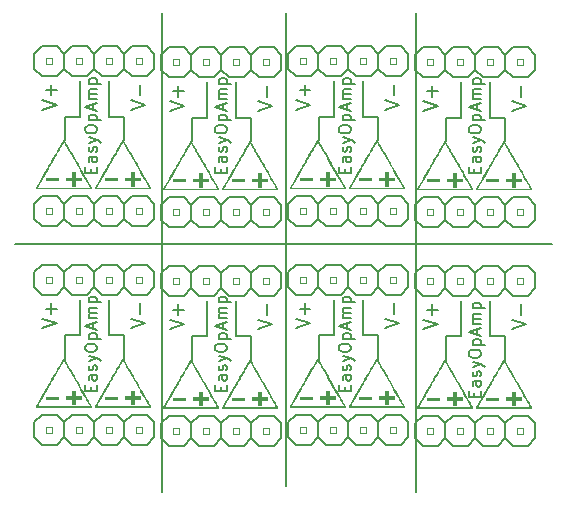
<source format=gto>
G04 #@! TF.FileFunction,Legend,Top*
%FSLAX46Y46*%
G04 Gerber Fmt 4.6, Leading zero omitted, Abs format (unit mm)*
G04 Created by KiCad (PCBNEW 4.0.1-stable) date 2017/12/09 22:36:48*
%MOMM*%
G01*
G04 APERTURE LIST*
%ADD10C,0.050000*%
%ADD11C,0.200000*%
%ADD12C,0.010000*%
%ADD13C,0.066040*%
%ADD14C,0.152400*%
G04 APERTURE END LIST*
D10*
D11*
X142428571Y-107476191D02*
X142428571Y-107142857D01*
X142952381Y-107000000D02*
X142952381Y-107476191D01*
X141952381Y-107476191D01*
X141952381Y-107000000D01*
X142952381Y-106142857D02*
X142428571Y-106142857D01*
X142333333Y-106190476D01*
X142285714Y-106285714D01*
X142285714Y-106476191D01*
X142333333Y-106571429D01*
X142904762Y-106142857D02*
X142952381Y-106238095D01*
X142952381Y-106476191D01*
X142904762Y-106571429D01*
X142809524Y-106619048D01*
X142714286Y-106619048D01*
X142619048Y-106571429D01*
X142571429Y-106476191D01*
X142571429Y-106238095D01*
X142523810Y-106142857D01*
X142904762Y-105714286D02*
X142952381Y-105619048D01*
X142952381Y-105428572D01*
X142904762Y-105333333D01*
X142809524Y-105285714D01*
X142761905Y-105285714D01*
X142666667Y-105333333D01*
X142619048Y-105428572D01*
X142619048Y-105571429D01*
X142571429Y-105666667D01*
X142476190Y-105714286D01*
X142428571Y-105714286D01*
X142333333Y-105666667D01*
X142285714Y-105571429D01*
X142285714Y-105428572D01*
X142333333Y-105333333D01*
X142285714Y-104952381D02*
X142952381Y-104714286D01*
X142285714Y-104476190D02*
X142952381Y-104714286D01*
X143190476Y-104809524D01*
X143238095Y-104857143D01*
X143285714Y-104952381D01*
X141952381Y-103904762D02*
X141952381Y-103714285D01*
X142000000Y-103619047D01*
X142095238Y-103523809D01*
X142285714Y-103476190D01*
X142619048Y-103476190D01*
X142809524Y-103523809D01*
X142904762Y-103619047D01*
X142952381Y-103714285D01*
X142952381Y-103904762D01*
X142904762Y-104000000D01*
X142809524Y-104095238D01*
X142619048Y-104142857D01*
X142285714Y-104142857D01*
X142095238Y-104095238D01*
X142000000Y-104000000D01*
X141952381Y-103904762D01*
X142285714Y-103047619D02*
X143285714Y-103047619D01*
X142333333Y-103047619D02*
X142285714Y-102952381D01*
X142285714Y-102761904D01*
X142333333Y-102666666D01*
X142380952Y-102619047D01*
X142476190Y-102571428D01*
X142761905Y-102571428D01*
X142857143Y-102619047D01*
X142904762Y-102666666D01*
X142952381Y-102761904D01*
X142952381Y-102952381D01*
X142904762Y-103047619D01*
X142666667Y-102190476D02*
X142666667Y-101714285D01*
X142952381Y-102285714D02*
X141952381Y-101952381D01*
X142952381Y-101619047D01*
X142952381Y-101285714D02*
X142285714Y-101285714D01*
X142380952Y-101285714D02*
X142333333Y-101238095D01*
X142285714Y-101142857D01*
X142285714Y-100999999D01*
X142333333Y-100904761D01*
X142428571Y-100857142D01*
X142952381Y-100857142D01*
X142428571Y-100857142D02*
X142333333Y-100809523D01*
X142285714Y-100714285D01*
X142285714Y-100571428D01*
X142333333Y-100476190D01*
X142428571Y-100428571D01*
X142952381Y-100428571D01*
X142285714Y-99952381D02*
X143285714Y-99952381D01*
X142333333Y-99952381D02*
X142285714Y-99857143D01*
X142285714Y-99666666D01*
X142333333Y-99571428D01*
X142380952Y-99523809D01*
X142476190Y-99476190D01*
X142761905Y-99476190D01*
X142857143Y-99523809D01*
X142904762Y-99571428D01*
X142952381Y-99666666D01*
X142952381Y-99857143D01*
X142904762Y-99952381D01*
X153428571Y-107476191D02*
X153428571Y-107142857D01*
X153952381Y-107000000D02*
X153952381Y-107476191D01*
X152952381Y-107476191D01*
X152952381Y-107000000D01*
X153952381Y-106142857D02*
X153428571Y-106142857D01*
X153333333Y-106190476D01*
X153285714Y-106285714D01*
X153285714Y-106476191D01*
X153333333Y-106571429D01*
X153904762Y-106142857D02*
X153952381Y-106238095D01*
X153952381Y-106476191D01*
X153904762Y-106571429D01*
X153809524Y-106619048D01*
X153714286Y-106619048D01*
X153619048Y-106571429D01*
X153571429Y-106476191D01*
X153571429Y-106238095D01*
X153523810Y-106142857D01*
X153904762Y-105714286D02*
X153952381Y-105619048D01*
X153952381Y-105428572D01*
X153904762Y-105333333D01*
X153809524Y-105285714D01*
X153761905Y-105285714D01*
X153666667Y-105333333D01*
X153619048Y-105428572D01*
X153619048Y-105571429D01*
X153571429Y-105666667D01*
X153476190Y-105714286D01*
X153428571Y-105714286D01*
X153333333Y-105666667D01*
X153285714Y-105571429D01*
X153285714Y-105428572D01*
X153333333Y-105333333D01*
X153285714Y-104952381D02*
X153952381Y-104714286D01*
X153285714Y-104476190D02*
X153952381Y-104714286D01*
X154190476Y-104809524D01*
X154238095Y-104857143D01*
X154285714Y-104952381D01*
X152952381Y-103904762D02*
X152952381Y-103714285D01*
X153000000Y-103619047D01*
X153095238Y-103523809D01*
X153285714Y-103476190D01*
X153619048Y-103476190D01*
X153809524Y-103523809D01*
X153904762Y-103619047D01*
X153952381Y-103714285D01*
X153952381Y-103904762D01*
X153904762Y-104000000D01*
X153809524Y-104095238D01*
X153619048Y-104142857D01*
X153285714Y-104142857D01*
X153095238Y-104095238D01*
X153000000Y-104000000D01*
X152952381Y-103904762D01*
X153285714Y-103047619D02*
X154285714Y-103047619D01*
X153333333Y-103047619D02*
X153285714Y-102952381D01*
X153285714Y-102761904D01*
X153333333Y-102666666D01*
X153380952Y-102619047D01*
X153476190Y-102571428D01*
X153761905Y-102571428D01*
X153857143Y-102619047D01*
X153904762Y-102666666D01*
X153952381Y-102761904D01*
X153952381Y-102952381D01*
X153904762Y-103047619D01*
X153666667Y-102190476D02*
X153666667Y-101714285D01*
X153952381Y-102285714D02*
X152952381Y-101952381D01*
X153952381Y-101619047D01*
X153952381Y-101285714D02*
X153285714Y-101285714D01*
X153380952Y-101285714D02*
X153333333Y-101238095D01*
X153285714Y-101142857D01*
X153285714Y-100999999D01*
X153333333Y-100904761D01*
X153428571Y-100857142D01*
X153952381Y-100857142D01*
X153428571Y-100857142D02*
X153333333Y-100809523D01*
X153285714Y-100714285D01*
X153285714Y-100571428D01*
X153333333Y-100476190D01*
X153428571Y-100428571D01*
X153952381Y-100428571D01*
X153285714Y-99952381D02*
X154285714Y-99952381D01*
X153333333Y-99952381D02*
X153285714Y-99857143D01*
X153285714Y-99666666D01*
X153333333Y-99571428D01*
X153380952Y-99523809D01*
X153476190Y-99476190D01*
X153761905Y-99476190D01*
X153857143Y-99523809D01*
X153904762Y-99571428D01*
X153952381Y-99666666D01*
X153952381Y-99857143D01*
X153904762Y-99952381D01*
X163928571Y-107476191D02*
X163928571Y-107142857D01*
X164452381Y-107000000D02*
X164452381Y-107476191D01*
X163452381Y-107476191D01*
X163452381Y-107000000D01*
X164452381Y-106142857D02*
X163928571Y-106142857D01*
X163833333Y-106190476D01*
X163785714Y-106285714D01*
X163785714Y-106476191D01*
X163833333Y-106571429D01*
X164404762Y-106142857D02*
X164452381Y-106238095D01*
X164452381Y-106476191D01*
X164404762Y-106571429D01*
X164309524Y-106619048D01*
X164214286Y-106619048D01*
X164119048Y-106571429D01*
X164071429Y-106476191D01*
X164071429Y-106238095D01*
X164023810Y-106142857D01*
X164404762Y-105714286D02*
X164452381Y-105619048D01*
X164452381Y-105428572D01*
X164404762Y-105333333D01*
X164309524Y-105285714D01*
X164261905Y-105285714D01*
X164166667Y-105333333D01*
X164119048Y-105428572D01*
X164119048Y-105571429D01*
X164071429Y-105666667D01*
X163976190Y-105714286D01*
X163928571Y-105714286D01*
X163833333Y-105666667D01*
X163785714Y-105571429D01*
X163785714Y-105428572D01*
X163833333Y-105333333D01*
X163785714Y-104952381D02*
X164452381Y-104714286D01*
X163785714Y-104476190D02*
X164452381Y-104714286D01*
X164690476Y-104809524D01*
X164738095Y-104857143D01*
X164785714Y-104952381D01*
X163452381Y-103904762D02*
X163452381Y-103714285D01*
X163500000Y-103619047D01*
X163595238Y-103523809D01*
X163785714Y-103476190D01*
X164119048Y-103476190D01*
X164309524Y-103523809D01*
X164404762Y-103619047D01*
X164452381Y-103714285D01*
X164452381Y-103904762D01*
X164404762Y-104000000D01*
X164309524Y-104095238D01*
X164119048Y-104142857D01*
X163785714Y-104142857D01*
X163595238Y-104095238D01*
X163500000Y-104000000D01*
X163452381Y-103904762D01*
X163785714Y-103047619D02*
X164785714Y-103047619D01*
X163833333Y-103047619D02*
X163785714Y-102952381D01*
X163785714Y-102761904D01*
X163833333Y-102666666D01*
X163880952Y-102619047D01*
X163976190Y-102571428D01*
X164261905Y-102571428D01*
X164357143Y-102619047D01*
X164404762Y-102666666D01*
X164452381Y-102761904D01*
X164452381Y-102952381D01*
X164404762Y-103047619D01*
X164166667Y-102190476D02*
X164166667Y-101714285D01*
X164452381Y-102285714D02*
X163452381Y-101952381D01*
X164452381Y-101619047D01*
X164452381Y-101285714D02*
X163785714Y-101285714D01*
X163880952Y-101285714D02*
X163833333Y-101238095D01*
X163785714Y-101142857D01*
X163785714Y-100999999D01*
X163833333Y-100904761D01*
X163928571Y-100857142D01*
X164452381Y-100857142D01*
X163928571Y-100857142D02*
X163833333Y-100809523D01*
X163785714Y-100714285D01*
X163785714Y-100571428D01*
X163833333Y-100476190D01*
X163928571Y-100428571D01*
X164452381Y-100428571D01*
X163785714Y-99952381D02*
X164785714Y-99952381D01*
X163833333Y-99952381D02*
X163785714Y-99857143D01*
X163785714Y-99666666D01*
X163833333Y-99571428D01*
X163880952Y-99523809D01*
X163976190Y-99476190D01*
X164261905Y-99476190D01*
X164357143Y-99523809D01*
X164404762Y-99571428D01*
X164452381Y-99666666D01*
X164452381Y-99857143D01*
X164404762Y-99952381D01*
X174928571Y-107476191D02*
X174928571Y-107142857D01*
X175452381Y-107000000D02*
X175452381Y-107476191D01*
X174452381Y-107476191D01*
X174452381Y-107000000D01*
X175452381Y-106142857D02*
X174928571Y-106142857D01*
X174833333Y-106190476D01*
X174785714Y-106285714D01*
X174785714Y-106476191D01*
X174833333Y-106571429D01*
X175404762Y-106142857D02*
X175452381Y-106238095D01*
X175452381Y-106476191D01*
X175404762Y-106571429D01*
X175309524Y-106619048D01*
X175214286Y-106619048D01*
X175119048Y-106571429D01*
X175071429Y-106476191D01*
X175071429Y-106238095D01*
X175023810Y-106142857D01*
X175404762Y-105714286D02*
X175452381Y-105619048D01*
X175452381Y-105428572D01*
X175404762Y-105333333D01*
X175309524Y-105285714D01*
X175261905Y-105285714D01*
X175166667Y-105333333D01*
X175119048Y-105428572D01*
X175119048Y-105571429D01*
X175071429Y-105666667D01*
X174976190Y-105714286D01*
X174928571Y-105714286D01*
X174833333Y-105666667D01*
X174785714Y-105571429D01*
X174785714Y-105428572D01*
X174833333Y-105333333D01*
X174785714Y-104952381D02*
X175452381Y-104714286D01*
X174785714Y-104476190D02*
X175452381Y-104714286D01*
X175690476Y-104809524D01*
X175738095Y-104857143D01*
X175785714Y-104952381D01*
X174452381Y-103904762D02*
X174452381Y-103714285D01*
X174500000Y-103619047D01*
X174595238Y-103523809D01*
X174785714Y-103476190D01*
X175119048Y-103476190D01*
X175309524Y-103523809D01*
X175404762Y-103619047D01*
X175452381Y-103714285D01*
X175452381Y-103904762D01*
X175404762Y-104000000D01*
X175309524Y-104095238D01*
X175119048Y-104142857D01*
X174785714Y-104142857D01*
X174595238Y-104095238D01*
X174500000Y-104000000D01*
X174452381Y-103904762D01*
X174785714Y-103047619D02*
X175785714Y-103047619D01*
X174833333Y-103047619D02*
X174785714Y-102952381D01*
X174785714Y-102761904D01*
X174833333Y-102666666D01*
X174880952Y-102619047D01*
X174976190Y-102571428D01*
X175261905Y-102571428D01*
X175357143Y-102619047D01*
X175404762Y-102666666D01*
X175452381Y-102761904D01*
X175452381Y-102952381D01*
X175404762Y-103047619D01*
X175166667Y-102190476D02*
X175166667Y-101714285D01*
X175452381Y-102285714D02*
X174452381Y-101952381D01*
X175452381Y-101619047D01*
X175452381Y-101285714D02*
X174785714Y-101285714D01*
X174880952Y-101285714D02*
X174833333Y-101238095D01*
X174785714Y-101142857D01*
X174785714Y-100999999D01*
X174833333Y-100904761D01*
X174928571Y-100857142D01*
X175452381Y-100857142D01*
X174928571Y-100857142D02*
X174833333Y-100809523D01*
X174785714Y-100714285D01*
X174785714Y-100571428D01*
X174833333Y-100476190D01*
X174928571Y-100428571D01*
X175452381Y-100428571D01*
X174785714Y-99952381D02*
X175785714Y-99952381D01*
X174833333Y-99952381D02*
X174785714Y-99857143D01*
X174785714Y-99666666D01*
X174833333Y-99571428D01*
X174880952Y-99523809D01*
X174976190Y-99476190D01*
X175261905Y-99476190D01*
X175357143Y-99523809D01*
X175404762Y-99571428D01*
X175452381Y-99666666D01*
X175452381Y-99857143D01*
X175404762Y-99952381D01*
X174928571Y-126476191D02*
X174928571Y-126142857D01*
X175452381Y-126000000D02*
X175452381Y-126476191D01*
X174452381Y-126476191D01*
X174452381Y-126000000D01*
X175452381Y-125142857D02*
X174928571Y-125142857D01*
X174833333Y-125190476D01*
X174785714Y-125285714D01*
X174785714Y-125476191D01*
X174833333Y-125571429D01*
X175404762Y-125142857D02*
X175452381Y-125238095D01*
X175452381Y-125476191D01*
X175404762Y-125571429D01*
X175309524Y-125619048D01*
X175214286Y-125619048D01*
X175119048Y-125571429D01*
X175071429Y-125476191D01*
X175071429Y-125238095D01*
X175023810Y-125142857D01*
X175404762Y-124714286D02*
X175452381Y-124619048D01*
X175452381Y-124428572D01*
X175404762Y-124333333D01*
X175309524Y-124285714D01*
X175261905Y-124285714D01*
X175166667Y-124333333D01*
X175119048Y-124428572D01*
X175119048Y-124571429D01*
X175071429Y-124666667D01*
X174976190Y-124714286D01*
X174928571Y-124714286D01*
X174833333Y-124666667D01*
X174785714Y-124571429D01*
X174785714Y-124428572D01*
X174833333Y-124333333D01*
X174785714Y-123952381D02*
X175452381Y-123714286D01*
X174785714Y-123476190D02*
X175452381Y-123714286D01*
X175690476Y-123809524D01*
X175738095Y-123857143D01*
X175785714Y-123952381D01*
X174452381Y-122904762D02*
X174452381Y-122714285D01*
X174500000Y-122619047D01*
X174595238Y-122523809D01*
X174785714Y-122476190D01*
X175119048Y-122476190D01*
X175309524Y-122523809D01*
X175404762Y-122619047D01*
X175452381Y-122714285D01*
X175452381Y-122904762D01*
X175404762Y-123000000D01*
X175309524Y-123095238D01*
X175119048Y-123142857D01*
X174785714Y-123142857D01*
X174595238Y-123095238D01*
X174500000Y-123000000D01*
X174452381Y-122904762D01*
X174785714Y-122047619D02*
X175785714Y-122047619D01*
X174833333Y-122047619D02*
X174785714Y-121952381D01*
X174785714Y-121761904D01*
X174833333Y-121666666D01*
X174880952Y-121619047D01*
X174976190Y-121571428D01*
X175261905Y-121571428D01*
X175357143Y-121619047D01*
X175404762Y-121666666D01*
X175452381Y-121761904D01*
X175452381Y-121952381D01*
X175404762Y-122047619D01*
X175166667Y-121190476D02*
X175166667Y-120714285D01*
X175452381Y-121285714D02*
X174452381Y-120952381D01*
X175452381Y-120619047D01*
X175452381Y-120285714D02*
X174785714Y-120285714D01*
X174880952Y-120285714D02*
X174833333Y-120238095D01*
X174785714Y-120142857D01*
X174785714Y-119999999D01*
X174833333Y-119904761D01*
X174928571Y-119857142D01*
X175452381Y-119857142D01*
X174928571Y-119857142D02*
X174833333Y-119809523D01*
X174785714Y-119714285D01*
X174785714Y-119571428D01*
X174833333Y-119476190D01*
X174928571Y-119428571D01*
X175452381Y-119428571D01*
X174785714Y-118952381D02*
X175785714Y-118952381D01*
X174833333Y-118952381D02*
X174785714Y-118857143D01*
X174785714Y-118666666D01*
X174833333Y-118571428D01*
X174880952Y-118523809D01*
X174976190Y-118476190D01*
X175261905Y-118476190D01*
X175357143Y-118523809D01*
X175404762Y-118571428D01*
X175452381Y-118666666D01*
X175452381Y-118857143D01*
X175404762Y-118952381D01*
X163928571Y-125976191D02*
X163928571Y-125642857D01*
X164452381Y-125500000D02*
X164452381Y-125976191D01*
X163452381Y-125976191D01*
X163452381Y-125500000D01*
X164452381Y-124642857D02*
X163928571Y-124642857D01*
X163833333Y-124690476D01*
X163785714Y-124785714D01*
X163785714Y-124976191D01*
X163833333Y-125071429D01*
X164404762Y-124642857D02*
X164452381Y-124738095D01*
X164452381Y-124976191D01*
X164404762Y-125071429D01*
X164309524Y-125119048D01*
X164214286Y-125119048D01*
X164119048Y-125071429D01*
X164071429Y-124976191D01*
X164071429Y-124738095D01*
X164023810Y-124642857D01*
X164404762Y-124214286D02*
X164452381Y-124119048D01*
X164452381Y-123928572D01*
X164404762Y-123833333D01*
X164309524Y-123785714D01*
X164261905Y-123785714D01*
X164166667Y-123833333D01*
X164119048Y-123928572D01*
X164119048Y-124071429D01*
X164071429Y-124166667D01*
X163976190Y-124214286D01*
X163928571Y-124214286D01*
X163833333Y-124166667D01*
X163785714Y-124071429D01*
X163785714Y-123928572D01*
X163833333Y-123833333D01*
X163785714Y-123452381D02*
X164452381Y-123214286D01*
X163785714Y-122976190D02*
X164452381Y-123214286D01*
X164690476Y-123309524D01*
X164738095Y-123357143D01*
X164785714Y-123452381D01*
X163452381Y-122404762D02*
X163452381Y-122214285D01*
X163500000Y-122119047D01*
X163595238Y-122023809D01*
X163785714Y-121976190D01*
X164119048Y-121976190D01*
X164309524Y-122023809D01*
X164404762Y-122119047D01*
X164452381Y-122214285D01*
X164452381Y-122404762D01*
X164404762Y-122500000D01*
X164309524Y-122595238D01*
X164119048Y-122642857D01*
X163785714Y-122642857D01*
X163595238Y-122595238D01*
X163500000Y-122500000D01*
X163452381Y-122404762D01*
X163785714Y-121547619D02*
X164785714Y-121547619D01*
X163833333Y-121547619D02*
X163785714Y-121452381D01*
X163785714Y-121261904D01*
X163833333Y-121166666D01*
X163880952Y-121119047D01*
X163976190Y-121071428D01*
X164261905Y-121071428D01*
X164357143Y-121119047D01*
X164404762Y-121166666D01*
X164452381Y-121261904D01*
X164452381Y-121452381D01*
X164404762Y-121547619D01*
X164166667Y-120690476D02*
X164166667Y-120214285D01*
X164452381Y-120785714D02*
X163452381Y-120452381D01*
X164452381Y-120119047D01*
X164452381Y-119785714D02*
X163785714Y-119785714D01*
X163880952Y-119785714D02*
X163833333Y-119738095D01*
X163785714Y-119642857D01*
X163785714Y-119499999D01*
X163833333Y-119404761D01*
X163928571Y-119357142D01*
X164452381Y-119357142D01*
X163928571Y-119357142D02*
X163833333Y-119309523D01*
X163785714Y-119214285D01*
X163785714Y-119071428D01*
X163833333Y-118976190D01*
X163928571Y-118928571D01*
X164452381Y-118928571D01*
X163785714Y-118452381D02*
X164785714Y-118452381D01*
X163833333Y-118452381D02*
X163785714Y-118357143D01*
X163785714Y-118166666D01*
X163833333Y-118071428D01*
X163880952Y-118023809D01*
X163976190Y-117976190D01*
X164261905Y-117976190D01*
X164357143Y-118023809D01*
X164404762Y-118071428D01*
X164452381Y-118166666D01*
X164452381Y-118357143D01*
X164404762Y-118452381D01*
X153428571Y-125976191D02*
X153428571Y-125642857D01*
X153952381Y-125500000D02*
X153952381Y-125976191D01*
X152952381Y-125976191D01*
X152952381Y-125500000D01*
X153952381Y-124642857D02*
X153428571Y-124642857D01*
X153333333Y-124690476D01*
X153285714Y-124785714D01*
X153285714Y-124976191D01*
X153333333Y-125071429D01*
X153904762Y-124642857D02*
X153952381Y-124738095D01*
X153952381Y-124976191D01*
X153904762Y-125071429D01*
X153809524Y-125119048D01*
X153714286Y-125119048D01*
X153619048Y-125071429D01*
X153571429Y-124976191D01*
X153571429Y-124738095D01*
X153523810Y-124642857D01*
X153904762Y-124214286D02*
X153952381Y-124119048D01*
X153952381Y-123928572D01*
X153904762Y-123833333D01*
X153809524Y-123785714D01*
X153761905Y-123785714D01*
X153666667Y-123833333D01*
X153619048Y-123928572D01*
X153619048Y-124071429D01*
X153571429Y-124166667D01*
X153476190Y-124214286D01*
X153428571Y-124214286D01*
X153333333Y-124166667D01*
X153285714Y-124071429D01*
X153285714Y-123928572D01*
X153333333Y-123833333D01*
X153285714Y-123452381D02*
X153952381Y-123214286D01*
X153285714Y-122976190D02*
X153952381Y-123214286D01*
X154190476Y-123309524D01*
X154238095Y-123357143D01*
X154285714Y-123452381D01*
X152952381Y-122404762D02*
X152952381Y-122214285D01*
X153000000Y-122119047D01*
X153095238Y-122023809D01*
X153285714Y-121976190D01*
X153619048Y-121976190D01*
X153809524Y-122023809D01*
X153904762Y-122119047D01*
X153952381Y-122214285D01*
X153952381Y-122404762D01*
X153904762Y-122500000D01*
X153809524Y-122595238D01*
X153619048Y-122642857D01*
X153285714Y-122642857D01*
X153095238Y-122595238D01*
X153000000Y-122500000D01*
X152952381Y-122404762D01*
X153285714Y-121547619D02*
X154285714Y-121547619D01*
X153333333Y-121547619D02*
X153285714Y-121452381D01*
X153285714Y-121261904D01*
X153333333Y-121166666D01*
X153380952Y-121119047D01*
X153476190Y-121071428D01*
X153761905Y-121071428D01*
X153857143Y-121119047D01*
X153904762Y-121166666D01*
X153952381Y-121261904D01*
X153952381Y-121452381D01*
X153904762Y-121547619D01*
X153666667Y-120690476D02*
X153666667Y-120214285D01*
X153952381Y-120785714D02*
X152952381Y-120452381D01*
X153952381Y-120119047D01*
X153952381Y-119785714D02*
X153285714Y-119785714D01*
X153380952Y-119785714D02*
X153333333Y-119738095D01*
X153285714Y-119642857D01*
X153285714Y-119499999D01*
X153333333Y-119404761D01*
X153428571Y-119357142D01*
X153952381Y-119357142D01*
X153428571Y-119357142D02*
X153333333Y-119309523D01*
X153285714Y-119214285D01*
X153285714Y-119071428D01*
X153333333Y-118976190D01*
X153428571Y-118928571D01*
X153952381Y-118928571D01*
X153285714Y-118452381D02*
X154285714Y-118452381D01*
X153333333Y-118452381D02*
X153285714Y-118357143D01*
X153285714Y-118166666D01*
X153333333Y-118071428D01*
X153380952Y-118023809D01*
X153476190Y-117976190D01*
X153761905Y-117976190D01*
X153857143Y-118023809D01*
X153904762Y-118071428D01*
X153952381Y-118166666D01*
X153952381Y-118357143D01*
X153904762Y-118452381D01*
X142428571Y-125976191D02*
X142428571Y-125642857D01*
X142952381Y-125500000D02*
X142952381Y-125976191D01*
X141952381Y-125976191D01*
X141952381Y-125500000D01*
X142952381Y-124642857D02*
X142428571Y-124642857D01*
X142333333Y-124690476D01*
X142285714Y-124785714D01*
X142285714Y-124976191D01*
X142333333Y-125071429D01*
X142904762Y-124642857D02*
X142952381Y-124738095D01*
X142952381Y-124976191D01*
X142904762Y-125071429D01*
X142809524Y-125119048D01*
X142714286Y-125119048D01*
X142619048Y-125071429D01*
X142571429Y-124976191D01*
X142571429Y-124738095D01*
X142523810Y-124642857D01*
X142904762Y-124214286D02*
X142952381Y-124119048D01*
X142952381Y-123928572D01*
X142904762Y-123833333D01*
X142809524Y-123785714D01*
X142761905Y-123785714D01*
X142666667Y-123833333D01*
X142619048Y-123928572D01*
X142619048Y-124071429D01*
X142571429Y-124166667D01*
X142476190Y-124214286D01*
X142428571Y-124214286D01*
X142333333Y-124166667D01*
X142285714Y-124071429D01*
X142285714Y-123928572D01*
X142333333Y-123833333D01*
X142285714Y-123452381D02*
X142952381Y-123214286D01*
X142285714Y-122976190D02*
X142952381Y-123214286D01*
X143190476Y-123309524D01*
X143238095Y-123357143D01*
X143285714Y-123452381D01*
X141952381Y-122404762D02*
X141952381Y-122214285D01*
X142000000Y-122119047D01*
X142095238Y-122023809D01*
X142285714Y-121976190D01*
X142619048Y-121976190D01*
X142809524Y-122023809D01*
X142904762Y-122119047D01*
X142952381Y-122214285D01*
X142952381Y-122404762D01*
X142904762Y-122500000D01*
X142809524Y-122595238D01*
X142619048Y-122642857D01*
X142285714Y-122642857D01*
X142095238Y-122595238D01*
X142000000Y-122500000D01*
X141952381Y-122404762D01*
X142285714Y-121547619D02*
X143285714Y-121547619D01*
X142333333Y-121547619D02*
X142285714Y-121452381D01*
X142285714Y-121261904D01*
X142333333Y-121166666D01*
X142380952Y-121119047D01*
X142476190Y-121071428D01*
X142761905Y-121071428D01*
X142857143Y-121119047D01*
X142904762Y-121166666D01*
X142952381Y-121261904D01*
X142952381Y-121452381D01*
X142904762Y-121547619D01*
X142666667Y-120690476D02*
X142666667Y-120214285D01*
X142952381Y-120785714D02*
X141952381Y-120452381D01*
X142952381Y-120119047D01*
X142952381Y-119785714D02*
X142285714Y-119785714D01*
X142380952Y-119785714D02*
X142333333Y-119738095D01*
X142285714Y-119642857D01*
X142285714Y-119499999D01*
X142333333Y-119404761D01*
X142428571Y-119357142D01*
X142952381Y-119357142D01*
X142428571Y-119357142D02*
X142333333Y-119309523D01*
X142285714Y-119214285D01*
X142285714Y-119071428D01*
X142333333Y-118976190D01*
X142428571Y-118928571D01*
X142952381Y-118928571D01*
X142285714Y-118452381D02*
X143285714Y-118452381D01*
X142333333Y-118452381D02*
X142285714Y-118357143D01*
X142285714Y-118166666D01*
X142333333Y-118071428D01*
X142380952Y-118023809D01*
X142476190Y-117976190D01*
X142761905Y-117976190D01*
X142857143Y-118023809D01*
X142904762Y-118071428D01*
X142952381Y-118166666D01*
X142952381Y-118357143D01*
X142904762Y-118452381D01*
X148500000Y-94000000D02*
X148500000Y-134500000D01*
X159000000Y-94000000D02*
X159000000Y-134000000D01*
X170000000Y-94000000D02*
X170000000Y-134500000D01*
X136000000Y-113500000D02*
X181500000Y-113500000D01*
X145842857Y-102142856D02*
X147042857Y-101742856D01*
X145842857Y-101342856D01*
X146585714Y-100942857D02*
X146585714Y-100028571D01*
X138342857Y-102142856D02*
X139542857Y-101742856D01*
X138342857Y-101342856D01*
X139085714Y-100942857D02*
X139085714Y-100028571D01*
X139542857Y-100485714D02*
X138628571Y-100485714D01*
X145250000Y-102750000D02*
X145250000Y-104750000D01*
X144000000Y-102750000D02*
X145250000Y-102750000D01*
X144000000Y-99750000D02*
X144000000Y-102750000D01*
X140250000Y-102750000D02*
X140250000Y-104750000D01*
X141500000Y-102750000D02*
X140250000Y-102750000D01*
X141500000Y-99750000D02*
X141500000Y-102750000D01*
X156610857Y-102232856D02*
X157810857Y-101832856D01*
X156610857Y-101432856D01*
X157353714Y-101032857D02*
X157353714Y-100118571D01*
X149110857Y-102232856D02*
X150310857Y-101832856D01*
X149110857Y-101432856D01*
X149853714Y-101032857D02*
X149853714Y-100118571D01*
X150310857Y-100575714D02*
X149396571Y-100575714D01*
X156018000Y-102840000D02*
X156018000Y-104840000D01*
X154768000Y-102840000D02*
X156018000Y-102840000D01*
X154768000Y-99840000D02*
X154768000Y-102840000D01*
X151018000Y-102840000D02*
X151018000Y-104840000D01*
X152268000Y-102840000D02*
X151018000Y-102840000D01*
X152268000Y-99840000D02*
X152268000Y-102840000D01*
X167342857Y-102142856D02*
X168542857Y-101742856D01*
X167342857Y-101342856D01*
X168085714Y-100942857D02*
X168085714Y-100028571D01*
X159842857Y-102142856D02*
X161042857Y-101742856D01*
X159842857Y-101342856D01*
X160585714Y-100942857D02*
X160585714Y-100028571D01*
X161042857Y-100485714D02*
X160128571Y-100485714D01*
X166750000Y-102750000D02*
X166750000Y-104750000D01*
X165500000Y-102750000D02*
X166750000Y-102750000D01*
X165500000Y-99750000D02*
X165500000Y-102750000D01*
X161750000Y-102750000D02*
X161750000Y-104750000D01*
X163000000Y-102750000D02*
X161750000Y-102750000D01*
X163000000Y-99750000D02*
X163000000Y-102750000D01*
X178110857Y-102232856D02*
X179310857Y-101832856D01*
X178110857Y-101432856D01*
X178853714Y-101032857D02*
X178853714Y-100118571D01*
X170610857Y-102232856D02*
X171810857Y-101832856D01*
X170610857Y-101432856D01*
X171353714Y-101032857D02*
X171353714Y-100118571D01*
X171810857Y-100575714D02*
X170896571Y-100575714D01*
X177518000Y-102840000D02*
X177518000Y-104840000D01*
X176268000Y-102840000D02*
X177518000Y-102840000D01*
X176268000Y-99840000D02*
X176268000Y-102840000D01*
X172518000Y-102840000D02*
X172518000Y-104840000D01*
X173768000Y-102840000D02*
X172518000Y-102840000D01*
X173768000Y-99840000D02*
X173768000Y-102840000D01*
X145842857Y-120642856D02*
X147042857Y-120242856D01*
X145842857Y-119842856D01*
X146585714Y-119442857D02*
X146585714Y-118528571D01*
X138342857Y-120642856D02*
X139542857Y-120242856D01*
X138342857Y-119842856D01*
X139085714Y-119442857D02*
X139085714Y-118528571D01*
X139542857Y-118985714D02*
X138628571Y-118985714D01*
X145250000Y-121250000D02*
X145250000Y-123250000D01*
X144000000Y-121250000D02*
X145250000Y-121250000D01*
X144000000Y-118250000D02*
X144000000Y-121250000D01*
X140250000Y-121250000D02*
X140250000Y-123250000D01*
X141500000Y-121250000D02*
X140250000Y-121250000D01*
X141500000Y-118250000D02*
X141500000Y-121250000D01*
X156610857Y-120732856D02*
X157810857Y-120332856D01*
X156610857Y-119932856D01*
X157353714Y-119532857D02*
X157353714Y-118618571D01*
X149110857Y-120732856D02*
X150310857Y-120332856D01*
X149110857Y-119932856D01*
X149853714Y-119532857D02*
X149853714Y-118618571D01*
X150310857Y-119075714D02*
X149396571Y-119075714D01*
X156018000Y-121340000D02*
X156018000Y-123340000D01*
X154768000Y-121340000D02*
X156018000Y-121340000D01*
X154768000Y-118340000D02*
X154768000Y-121340000D01*
X151018000Y-121340000D02*
X151018000Y-123340000D01*
X152268000Y-121340000D02*
X151018000Y-121340000D01*
X152268000Y-118340000D02*
X152268000Y-121340000D01*
X167342857Y-120642856D02*
X168542857Y-120242856D01*
X167342857Y-119842856D01*
X168085714Y-119442857D02*
X168085714Y-118528571D01*
X159842857Y-120642856D02*
X161042857Y-120242856D01*
X159842857Y-119842856D01*
X160585714Y-119442857D02*
X160585714Y-118528571D01*
X161042857Y-118985714D02*
X160128571Y-118985714D01*
X166750000Y-121250000D02*
X166750000Y-123250000D01*
X165500000Y-121250000D02*
X166750000Y-121250000D01*
X165500000Y-118250000D02*
X165500000Y-121250000D01*
X161750000Y-121250000D02*
X161750000Y-123250000D01*
X163000000Y-121250000D02*
X161750000Y-121250000D01*
X163000000Y-118250000D02*
X163000000Y-121250000D01*
X178110857Y-120732856D02*
X179310857Y-120332856D01*
X178110857Y-119932856D01*
X178853714Y-119532857D02*
X178853714Y-118618571D01*
X170610857Y-120732856D02*
X171810857Y-120332856D01*
X170610857Y-119932856D01*
X171353714Y-119532857D02*
X171353714Y-118618571D01*
X171810857Y-119075714D02*
X170896571Y-119075714D01*
X177518000Y-121340000D02*
X177518000Y-123340000D01*
X176268000Y-121340000D02*
X177518000Y-121340000D01*
X176268000Y-118340000D02*
X176268000Y-121340000D01*
X172518000Y-121340000D02*
X172518000Y-123340000D01*
X173768000Y-121340000D02*
X172518000Y-121340000D01*
X173768000Y-118340000D02*
X173768000Y-121340000D01*
D12*
G36*
X145130133Y-104722618D02*
X145133261Y-104724112D01*
X145137158Y-104727223D01*
X145142124Y-104732461D01*
X145148460Y-104740334D01*
X145156463Y-104751351D01*
X145166434Y-104766020D01*
X145178673Y-104784852D01*
X145193478Y-104808354D01*
X145211150Y-104837035D01*
X145231987Y-104871404D01*
X145256289Y-104911969D01*
X145284356Y-104959241D01*
X145316488Y-105013726D01*
X145352982Y-105075935D01*
X145394141Y-105146376D01*
X145440261Y-105225558D01*
X145491644Y-105313989D01*
X145548589Y-105412179D01*
X145611394Y-105520636D01*
X145680360Y-105639868D01*
X145755786Y-105770386D01*
X145837972Y-105912697D01*
X145927217Y-106067310D01*
X146023820Y-106234735D01*
X146128081Y-106415479D01*
X146240300Y-106610052D01*
X146318565Y-106745767D01*
X146447382Y-106969204D01*
X146567838Y-107178269D01*
X146680085Y-107373227D01*
X146784274Y-107554343D01*
X146880557Y-107721884D01*
X146969084Y-107876114D01*
X147050007Y-108017299D01*
X147123478Y-108145706D01*
X147189648Y-108261600D01*
X147248668Y-108365246D01*
X147300690Y-108456910D01*
X147345864Y-108536857D01*
X147384342Y-108605355D01*
X147416276Y-108662667D01*
X147441816Y-108709060D01*
X147461115Y-108744800D01*
X147474322Y-108770152D01*
X147481591Y-108785381D01*
X147483230Y-108790467D01*
X147480967Y-108811633D01*
X145130776Y-108813765D01*
X144932378Y-108813925D01*
X144738387Y-108814041D01*
X144549485Y-108814116D01*
X144366355Y-108814149D01*
X144189679Y-108814142D01*
X144020140Y-108814096D01*
X143858421Y-108814012D01*
X143705203Y-108813891D01*
X143561170Y-108813734D01*
X143427004Y-108813542D01*
X143303387Y-108813316D01*
X143191003Y-108813057D01*
X143090534Y-108812766D01*
X143002661Y-108812444D01*
X142928068Y-108812092D01*
X142867438Y-108811711D01*
X142821452Y-108811303D01*
X142790794Y-108810867D01*
X142776146Y-108810406D01*
X142774926Y-108810237D01*
X142770200Y-108797887D01*
X142769267Y-108787699D01*
X142773406Y-108777765D01*
X142785381Y-108754381D01*
X142792147Y-108741783D01*
X142864875Y-108741783D01*
X142872925Y-108742329D01*
X142897216Y-108742862D01*
X142937058Y-108743380D01*
X142991759Y-108743883D01*
X143060627Y-108744367D01*
X143142971Y-108744830D01*
X143238099Y-108745272D01*
X143345319Y-108745689D01*
X143463941Y-108746081D01*
X143593272Y-108746444D01*
X143732622Y-108746777D01*
X143881298Y-108747079D01*
X144038610Y-108747347D01*
X144203865Y-108747578D01*
X144376372Y-108747773D01*
X144555439Y-108747927D01*
X144740376Y-108748040D01*
X144930490Y-108748109D01*
X145125090Y-108748133D01*
X147392662Y-108748133D01*
X147382591Y-108729083D01*
X147376725Y-108718641D01*
X147362897Y-108694406D01*
X147341531Y-108657113D01*
X147313053Y-108607498D01*
X147277887Y-108546299D01*
X147236458Y-108474250D01*
X147189189Y-108392089D01*
X147136506Y-108300552D01*
X147078833Y-108200374D01*
X147016594Y-108092292D01*
X146950214Y-107977043D01*
X146880118Y-107855362D01*
X146806730Y-107727986D01*
X146730475Y-107595651D01*
X146651777Y-107459094D01*
X146571060Y-107319049D01*
X146488749Y-107176255D01*
X146405270Y-107031446D01*
X146321045Y-106885359D01*
X146236500Y-106738731D01*
X146152059Y-106592298D01*
X146068148Y-106446795D01*
X145985189Y-106302959D01*
X145903608Y-106161527D01*
X145823830Y-106023234D01*
X145746278Y-105888817D01*
X145671378Y-105759012D01*
X145599553Y-105634555D01*
X145531229Y-105516183D01*
X145466830Y-105404632D01*
X145406780Y-105300637D01*
X145351505Y-105204935D01*
X145301427Y-105118263D01*
X145256973Y-105041357D01*
X145218566Y-104974952D01*
X145186632Y-104919785D01*
X145161594Y-104876593D01*
X145143877Y-104846112D01*
X145133905Y-104829077D01*
X145131771Y-104825555D01*
X145127089Y-104832140D01*
X145114497Y-104852489D01*
X145094528Y-104885683D01*
X145067711Y-104930805D01*
X145034578Y-104986939D01*
X144995659Y-105053166D01*
X144951485Y-105128570D01*
X144902588Y-105212233D01*
X144849498Y-105303238D01*
X144792746Y-105400669D01*
X144732863Y-105503607D01*
X144670379Y-105611135D01*
X144605827Y-105722336D01*
X144539736Y-105836294D01*
X144472638Y-105952090D01*
X144405063Y-106068808D01*
X144337542Y-106185530D01*
X144270607Y-106301339D01*
X144204788Y-106415317D01*
X144140615Y-106526548D01*
X144078621Y-106634115D01*
X144019336Y-106737099D01*
X143963290Y-106834584D01*
X143911015Y-106925653D01*
X143863041Y-107009388D01*
X143819900Y-107084873D01*
X143782122Y-107151189D01*
X143750239Y-107207419D01*
X143724780Y-107252647D01*
X143706278Y-107285956D01*
X143695262Y-107306427D01*
X143692358Y-107312442D01*
X143685772Y-107326053D01*
X143672117Y-107351580D01*
X143652635Y-107386867D01*
X143628568Y-107429757D01*
X143601159Y-107478095D01*
X143571649Y-107529725D01*
X143541281Y-107582491D01*
X143511297Y-107634237D01*
X143482940Y-107682808D01*
X143457451Y-107726048D01*
X143436074Y-107761800D01*
X143420050Y-107787910D01*
X143410622Y-107802220D01*
X143409046Y-107804100D01*
X143403844Y-107812153D01*
X143391062Y-107833372D01*
X143371573Y-107866254D01*
X143346251Y-107909291D01*
X143315970Y-107960979D01*
X143281603Y-108019813D01*
X143244024Y-108084286D01*
X143204106Y-108152895D01*
X143162723Y-108224133D01*
X143120748Y-108296495D01*
X143079056Y-108368476D01*
X143038520Y-108438571D01*
X143000013Y-108505273D01*
X142964408Y-108567079D01*
X142932581Y-108622482D01*
X142905403Y-108669977D01*
X142883749Y-108708059D01*
X142868493Y-108735223D01*
X142864875Y-108741783D01*
X142792147Y-108741783D01*
X142804523Y-108718741D01*
X142830165Y-108672041D01*
X142861639Y-108615473D01*
X142898277Y-108550233D01*
X142939413Y-108477515D01*
X142984378Y-108398513D01*
X143032505Y-108314422D01*
X143078300Y-108234806D01*
X143128642Y-108147390D01*
X143176437Y-108064211D01*
X143221018Y-107986436D01*
X143261722Y-107915234D01*
X143297884Y-107851774D01*
X143328840Y-107797223D01*
X143353925Y-107752749D01*
X143372474Y-107719522D01*
X143383823Y-107698709D01*
X143387333Y-107691527D01*
X143391427Y-107681873D01*
X143402769Y-107660122D01*
X143419945Y-107628733D01*
X143441545Y-107590160D01*
X143466155Y-107546861D01*
X143492364Y-107501292D01*
X143518760Y-107455908D01*
X143543930Y-107413167D01*
X143566464Y-107375524D01*
X143584947Y-107345436D01*
X143597121Y-107326599D01*
X143604624Y-107314457D01*
X143620123Y-107288419D01*
X143643166Y-107249266D01*
X143673301Y-107197777D01*
X143710074Y-107134732D01*
X143753034Y-107060912D01*
X143801728Y-106977094D01*
X143855704Y-106884061D01*
X143914510Y-106782590D01*
X143977693Y-106673463D01*
X144044801Y-106557459D01*
X144115382Y-106435358D01*
X144188983Y-106307939D01*
X144265151Y-106175983D01*
X144343435Y-106040268D01*
X144365750Y-106001566D01*
X144458420Y-105840842D01*
X144543021Y-105694153D01*
X144619936Y-105560859D01*
X144689545Y-105440320D01*
X144752230Y-105331897D01*
X144808371Y-105234949D01*
X144858350Y-105148837D01*
X144902548Y-105072920D01*
X144941344Y-105006558D01*
X144975122Y-104949112D01*
X145004261Y-104899942D01*
X145029143Y-104858407D01*
X145050148Y-104823868D01*
X145067658Y-104795685D01*
X145082054Y-104773217D01*
X145093716Y-104755826D01*
X145103027Y-104742870D01*
X145110366Y-104733711D01*
X145116115Y-104727707D01*
X145120655Y-104724220D01*
X145124367Y-104722609D01*
X145127477Y-104722233D01*
X145130133Y-104722618D01*
X145130133Y-104722618D01*
G37*
X145130133Y-104722618D02*
X145133261Y-104724112D01*
X145137158Y-104727223D01*
X145142124Y-104732461D01*
X145148460Y-104740334D01*
X145156463Y-104751351D01*
X145166434Y-104766020D01*
X145178673Y-104784852D01*
X145193478Y-104808354D01*
X145211150Y-104837035D01*
X145231987Y-104871404D01*
X145256289Y-104911969D01*
X145284356Y-104959241D01*
X145316488Y-105013726D01*
X145352982Y-105075935D01*
X145394141Y-105146376D01*
X145440261Y-105225558D01*
X145491644Y-105313989D01*
X145548589Y-105412179D01*
X145611394Y-105520636D01*
X145680360Y-105639868D01*
X145755786Y-105770386D01*
X145837972Y-105912697D01*
X145927217Y-106067310D01*
X146023820Y-106234735D01*
X146128081Y-106415479D01*
X146240300Y-106610052D01*
X146318565Y-106745767D01*
X146447382Y-106969204D01*
X146567838Y-107178269D01*
X146680085Y-107373227D01*
X146784274Y-107554343D01*
X146880557Y-107721884D01*
X146969084Y-107876114D01*
X147050007Y-108017299D01*
X147123478Y-108145706D01*
X147189648Y-108261600D01*
X147248668Y-108365246D01*
X147300690Y-108456910D01*
X147345864Y-108536857D01*
X147384342Y-108605355D01*
X147416276Y-108662667D01*
X147441816Y-108709060D01*
X147461115Y-108744800D01*
X147474322Y-108770152D01*
X147481591Y-108785381D01*
X147483230Y-108790467D01*
X147480967Y-108811633D01*
X145130776Y-108813765D01*
X144932378Y-108813925D01*
X144738387Y-108814041D01*
X144549485Y-108814116D01*
X144366355Y-108814149D01*
X144189679Y-108814142D01*
X144020140Y-108814096D01*
X143858421Y-108814012D01*
X143705203Y-108813891D01*
X143561170Y-108813734D01*
X143427004Y-108813542D01*
X143303387Y-108813316D01*
X143191003Y-108813057D01*
X143090534Y-108812766D01*
X143002661Y-108812444D01*
X142928068Y-108812092D01*
X142867438Y-108811711D01*
X142821452Y-108811303D01*
X142790794Y-108810867D01*
X142776146Y-108810406D01*
X142774926Y-108810237D01*
X142770200Y-108797887D01*
X142769267Y-108787699D01*
X142773406Y-108777765D01*
X142785381Y-108754381D01*
X142792147Y-108741783D01*
X142864875Y-108741783D01*
X142872925Y-108742329D01*
X142897216Y-108742862D01*
X142937058Y-108743380D01*
X142991759Y-108743883D01*
X143060627Y-108744367D01*
X143142971Y-108744830D01*
X143238099Y-108745272D01*
X143345319Y-108745689D01*
X143463941Y-108746081D01*
X143593272Y-108746444D01*
X143732622Y-108746777D01*
X143881298Y-108747079D01*
X144038610Y-108747347D01*
X144203865Y-108747578D01*
X144376372Y-108747773D01*
X144555439Y-108747927D01*
X144740376Y-108748040D01*
X144930490Y-108748109D01*
X145125090Y-108748133D01*
X147392662Y-108748133D01*
X147382591Y-108729083D01*
X147376725Y-108718641D01*
X147362897Y-108694406D01*
X147341531Y-108657113D01*
X147313053Y-108607498D01*
X147277887Y-108546299D01*
X147236458Y-108474250D01*
X147189189Y-108392089D01*
X147136506Y-108300552D01*
X147078833Y-108200374D01*
X147016594Y-108092292D01*
X146950214Y-107977043D01*
X146880118Y-107855362D01*
X146806730Y-107727986D01*
X146730475Y-107595651D01*
X146651777Y-107459094D01*
X146571060Y-107319049D01*
X146488749Y-107176255D01*
X146405270Y-107031446D01*
X146321045Y-106885359D01*
X146236500Y-106738731D01*
X146152059Y-106592298D01*
X146068148Y-106446795D01*
X145985189Y-106302959D01*
X145903608Y-106161527D01*
X145823830Y-106023234D01*
X145746278Y-105888817D01*
X145671378Y-105759012D01*
X145599553Y-105634555D01*
X145531229Y-105516183D01*
X145466830Y-105404632D01*
X145406780Y-105300637D01*
X145351505Y-105204935D01*
X145301427Y-105118263D01*
X145256973Y-105041357D01*
X145218566Y-104974952D01*
X145186632Y-104919785D01*
X145161594Y-104876593D01*
X145143877Y-104846112D01*
X145133905Y-104829077D01*
X145131771Y-104825555D01*
X145127089Y-104832140D01*
X145114497Y-104852489D01*
X145094528Y-104885683D01*
X145067711Y-104930805D01*
X145034578Y-104986939D01*
X144995659Y-105053166D01*
X144951485Y-105128570D01*
X144902588Y-105212233D01*
X144849498Y-105303238D01*
X144792746Y-105400669D01*
X144732863Y-105503607D01*
X144670379Y-105611135D01*
X144605827Y-105722336D01*
X144539736Y-105836294D01*
X144472638Y-105952090D01*
X144405063Y-106068808D01*
X144337542Y-106185530D01*
X144270607Y-106301339D01*
X144204788Y-106415317D01*
X144140615Y-106526548D01*
X144078621Y-106634115D01*
X144019336Y-106737099D01*
X143963290Y-106834584D01*
X143911015Y-106925653D01*
X143863041Y-107009388D01*
X143819900Y-107084873D01*
X143782122Y-107151189D01*
X143750239Y-107207419D01*
X143724780Y-107252647D01*
X143706278Y-107285956D01*
X143695262Y-107306427D01*
X143692358Y-107312442D01*
X143685772Y-107326053D01*
X143672117Y-107351580D01*
X143652635Y-107386867D01*
X143628568Y-107429757D01*
X143601159Y-107478095D01*
X143571649Y-107529725D01*
X143541281Y-107582491D01*
X143511297Y-107634237D01*
X143482940Y-107682808D01*
X143457451Y-107726048D01*
X143436074Y-107761800D01*
X143420050Y-107787910D01*
X143410622Y-107802220D01*
X143409046Y-107804100D01*
X143403844Y-107812153D01*
X143391062Y-107833372D01*
X143371573Y-107866254D01*
X143346251Y-107909291D01*
X143315970Y-107960979D01*
X143281603Y-108019813D01*
X143244024Y-108084286D01*
X143204106Y-108152895D01*
X143162723Y-108224133D01*
X143120748Y-108296495D01*
X143079056Y-108368476D01*
X143038520Y-108438571D01*
X143000013Y-108505273D01*
X142964408Y-108567079D01*
X142932581Y-108622482D01*
X142905403Y-108669977D01*
X142883749Y-108708059D01*
X142868493Y-108735223D01*
X142864875Y-108741783D01*
X142792147Y-108741783D01*
X142804523Y-108718741D01*
X142830165Y-108672041D01*
X142861639Y-108615473D01*
X142898277Y-108550233D01*
X142939413Y-108477515D01*
X142984378Y-108398513D01*
X143032505Y-108314422D01*
X143078300Y-108234806D01*
X143128642Y-108147390D01*
X143176437Y-108064211D01*
X143221018Y-107986436D01*
X143261722Y-107915234D01*
X143297884Y-107851774D01*
X143328840Y-107797223D01*
X143353925Y-107752749D01*
X143372474Y-107719522D01*
X143383823Y-107698709D01*
X143387333Y-107691527D01*
X143391427Y-107681873D01*
X143402769Y-107660122D01*
X143419945Y-107628733D01*
X143441545Y-107590160D01*
X143466155Y-107546861D01*
X143492364Y-107501292D01*
X143518760Y-107455908D01*
X143543930Y-107413167D01*
X143566464Y-107375524D01*
X143584947Y-107345436D01*
X143597121Y-107326599D01*
X143604624Y-107314457D01*
X143620123Y-107288419D01*
X143643166Y-107249266D01*
X143673301Y-107197777D01*
X143710074Y-107134732D01*
X143753034Y-107060912D01*
X143801728Y-106977094D01*
X143855704Y-106884061D01*
X143914510Y-106782590D01*
X143977693Y-106673463D01*
X144044801Y-106557459D01*
X144115382Y-106435358D01*
X144188983Y-106307939D01*
X144265151Y-106175983D01*
X144343435Y-106040268D01*
X144365750Y-106001566D01*
X144458420Y-105840842D01*
X144543021Y-105694153D01*
X144619936Y-105560859D01*
X144689545Y-105440320D01*
X144752230Y-105331897D01*
X144808371Y-105234949D01*
X144858350Y-105148837D01*
X144902548Y-105072920D01*
X144941344Y-105006558D01*
X144975122Y-104949112D01*
X145004261Y-104899942D01*
X145029143Y-104858407D01*
X145050148Y-104823868D01*
X145067658Y-104795685D01*
X145082054Y-104773217D01*
X145093716Y-104755826D01*
X145103027Y-104742870D01*
X145110366Y-104733711D01*
X145116115Y-104727707D01*
X145120655Y-104724220D01*
X145124367Y-104722609D01*
X145127477Y-104722233D01*
X145130133Y-104722618D01*
G36*
X146113600Y-107918400D02*
X146630066Y-107918400D01*
X146630066Y-108104666D01*
X146113600Y-108104666D01*
X146113600Y-108587267D01*
X145851133Y-108587267D01*
X145851133Y-108104666D01*
X145326200Y-108104666D01*
X145326200Y-107918400D01*
X145851133Y-107918400D01*
X145851133Y-107452733D01*
X146113600Y-107452733D01*
X146113600Y-107918400D01*
X146113600Y-107918400D01*
G37*
X146113600Y-107918400D02*
X146630066Y-107918400D01*
X146630066Y-108104666D01*
X146113600Y-108104666D01*
X146113600Y-108587267D01*
X145851133Y-108587267D01*
X145851133Y-108104666D01*
X145326200Y-108104666D01*
X145326200Y-107918400D01*
X145851133Y-107918400D01*
X145851133Y-107452733D01*
X146113600Y-107452733D01*
X146113600Y-107918400D01*
G36*
X144640400Y-108121600D02*
X143649800Y-108121600D01*
X143649800Y-107935333D01*
X144640400Y-107935333D01*
X144640400Y-108121600D01*
X144640400Y-108121600D01*
G37*
X144640400Y-108121600D02*
X143649800Y-108121600D01*
X143649800Y-107935333D01*
X144640400Y-107935333D01*
X144640400Y-108121600D01*
D13*
X143756000Y-111014000D02*
X144264000Y-111014000D01*
X144264000Y-111014000D02*
X144264000Y-110506000D01*
X143756000Y-110506000D02*
X144264000Y-110506000D01*
X143756000Y-111014000D02*
X143756000Y-110506000D01*
X141216000Y-111014000D02*
X141724000Y-111014000D01*
X141724000Y-111014000D02*
X141724000Y-110506000D01*
X141216000Y-110506000D02*
X141724000Y-110506000D01*
X141216000Y-111014000D02*
X141216000Y-110506000D01*
X138676000Y-111014000D02*
X139184000Y-111014000D01*
X139184000Y-111014000D02*
X139184000Y-110506000D01*
X138676000Y-110506000D02*
X139184000Y-110506000D01*
X138676000Y-111014000D02*
X138676000Y-110506000D01*
X146296000Y-111014000D02*
X146804000Y-111014000D01*
X146804000Y-111014000D02*
X146804000Y-110506000D01*
X146296000Y-110506000D02*
X146804000Y-110506000D01*
X146296000Y-111014000D02*
X146296000Y-110506000D01*
D14*
X142740000Y-110125000D02*
X143375000Y-109490000D01*
X143375000Y-109490000D02*
X144645000Y-109490000D01*
X144645000Y-109490000D02*
X145280000Y-110125000D01*
X145280000Y-110125000D02*
X145280000Y-111395000D01*
X145280000Y-111395000D02*
X144645000Y-112030000D01*
X144645000Y-112030000D02*
X143375000Y-112030000D01*
X143375000Y-112030000D02*
X142740000Y-111395000D01*
X138295000Y-109490000D02*
X139565000Y-109490000D01*
X139565000Y-109490000D02*
X140200000Y-110125000D01*
X140200000Y-110125000D02*
X140200000Y-111395000D01*
X140200000Y-111395000D02*
X139565000Y-112030000D01*
X140200000Y-110125000D02*
X140835000Y-109490000D01*
X140835000Y-109490000D02*
X142105000Y-109490000D01*
X142105000Y-109490000D02*
X142740000Y-110125000D01*
X142740000Y-110125000D02*
X142740000Y-111395000D01*
X142740000Y-111395000D02*
X142105000Y-112030000D01*
X142105000Y-112030000D02*
X140835000Y-112030000D01*
X140835000Y-112030000D02*
X140200000Y-111395000D01*
X137660000Y-110125000D02*
X137660000Y-111395000D01*
X138295000Y-109490000D02*
X137660000Y-110125000D01*
X137660000Y-111395000D02*
X138295000Y-112030000D01*
X139565000Y-112030000D02*
X138295000Y-112030000D01*
X145915000Y-109490000D02*
X147185000Y-109490000D01*
X147185000Y-109490000D02*
X147820000Y-110125000D01*
X147820000Y-110125000D02*
X147820000Y-111395000D01*
X147820000Y-111395000D02*
X147185000Y-112030000D01*
X145915000Y-109490000D02*
X145280000Y-110125000D01*
X145280000Y-111395000D02*
X145915000Y-112030000D01*
X147185000Y-112030000D02*
X145915000Y-112030000D01*
D13*
X141724000Y-97806000D02*
X141216000Y-97806000D01*
X141216000Y-97806000D02*
X141216000Y-98314000D01*
X141724000Y-98314000D02*
X141216000Y-98314000D01*
X141724000Y-97806000D02*
X141724000Y-98314000D01*
X144264000Y-97806000D02*
X143756000Y-97806000D01*
X143756000Y-97806000D02*
X143756000Y-98314000D01*
X144264000Y-98314000D02*
X143756000Y-98314000D01*
X144264000Y-97806000D02*
X144264000Y-98314000D01*
X146804000Y-97806000D02*
X146296000Y-97806000D01*
X146296000Y-97806000D02*
X146296000Y-98314000D01*
X146804000Y-98314000D02*
X146296000Y-98314000D01*
X146804000Y-97806000D02*
X146804000Y-98314000D01*
X139184000Y-97806000D02*
X138676000Y-97806000D01*
X138676000Y-97806000D02*
X138676000Y-98314000D01*
X139184000Y-98314000D02*
X138676000Y-98314000D01*
X139184000Y-97806000D02*
X139184000Y-98314000D01*
D14*
X142740000Y-98695000D02*
X142105000Y-99330000D01*
X142105000Y-99330000D02*
X140835000Y-99330000D01*
X140835000Y-99330000D02*
X140200000Y-98695000D01*
X140200000Y-98695000D02*
X140200000Y-97425000D01*
X140200000Y-97425000D02*
X140835000Y-96790000D01*
X140835000Y-96790000D02*
X142105000Y-96790000D01*
X142105000Y-96790000D02*
X142740000Y-97425000D01*
X147185000Y-99330000D02*
X145915000Y-99330000D01*
X145915000Y-99330000D02*
X145280000Y-98695000D01*
X145280000Y-98695000D02*
X145280000Y-97425000D01*
X145280000Y-97425000D02*
X145915000Y-96790000D01*
X145280000Y-98695000D02*
X144645000Y-99330000D01*
X144645000Y-99330000D02*
X143375000Y-99330000D01*
X143375000Y-99330000D02*
X142740000Y-98695000D01*
X142740000Y-98695000D02*
X142740000Y-97425000D01*
X142740000Y-97425000D02*
X143375000Y-96790000D01*
X143375000Y-96790000D02*
X144645000Y-96790000D01*
X144645000Y-96790000D02*
X145280000Y-97425000D01*
X147820000Y-98695000D02*
X147820000Y-97425000D01*
X147185000Y-99330000D02*
X147820000Y-98695000D01*
X147820000Y-97425000D02*
X147185000Y-96790000D01*
X145915000Y-96790000D02*
X147185000Y-96790000D01*
X139565000Y-99330000D02*
X138295000Y-99330000D01*
X138295000Y-99330000D02*
X137660000Y-98695000D01*
X137660000Y-98695000D02*
X137660000Y-97425000D01*
X137660000Y-97425000D02*
X138295000Y-96790000D01*
X139565000Y-99330000D02*
X140200000Y-98695000D01*
X140200000Y-97425000D02*
X139565000Y-96790000D01*
X138295000Y-96790000D02*
X139565000Y-96790000D01*
D12*
G36*
X140130133Y-104722618D02*
X140133261Y-104724112D01*
X140137158Y-104727223D01*
X140142124Y-104732461D01*
X140148460Y-104740334D01*
X140156463Y-104751351D01*
X140166434Y-104766020D01*
X140178673Y-104784852D01*
X140193478Y-104808354D01*
X140211150Y-104837035D01*
X140231987Y-104871404D01*
X140256289Y-104911969D01*
X140284356Y-104959241D01*
X140316488Y-105013726D01*
X140352982Y-105075935D01*
X140394141Y-105146376D01*
X140440261Y-105225558D01*
X140491644Y-105313989D01*
X140548589Y-105412179D01*
X140611394Y-105520636D01*
X140680360Y-105639868D01*
X140755786Y-105770386D01*
X140837972Y-105912697D01*
X140927217Y-106067310D01*
X141023820Y-106234735D01*
X141128081Y-106415479D01*
X141240300Y-106610052D01*
X141318565Y-106745767D01*
X141447382Y-106969204D01*
X141567838Y-107178269D01*
X141680085Y-107373227D01*
X141784274Y-107554343D01*
X141880557Y-107721884D01*
X141969084Y-107876114D01*
X142050007Y-108017299D01*
X142123478Y-108145706D01*
X142189648Y-108261600D01*
X142248668Y-108365246D01*
X142300690Y-108456910D01*
X142345864Y-108536857D01*
X142384342Y-108605355D01*
X142416276Y-108662667D01*
X142441816Y-108709060D01*
X142461115Y-108744800D01*
X142474322Y-108770152D01*
X142481591Y-108785381D01*
X142483230Y-108790467D01*
X142480967Y-108811633D01*
X140130776Y-108813765D01*
X139932378Y-108813925D01*
X139738387Y-108814041D01*
X139549485Y-108814116D01*
X139366355Y-108814149D01*
X139189679Y-108814142D01*
X139020140Y-108814096D01*
X138858421Y-108814012D01*
X138705203Y-108813891D01*
X138561170Y-108813734D01*
X138427004Y-108813542D01*
X138303387Y-108813316D01*
X138191003Y-108813057D01*
X138090534Y-108812766D01*
X138002661Y-108812444D01*
X137928068Y-108812092D01*
X137867438Y-108811711D01*
X137821452Y-108811303D01*
X137790794Y-108810867D01*
X137776146Y-108810406D01*
X137774926Y-108810237D01*
X137770200Y-108797887D01*
X137769267Y-108787699D01*
X137773406Y-108777765D01*
X137785381Y-108754381D01*
X137792147Y-108741783D01*
X137864875Y-108741783D01*
X137872925Y-108742329D01*
X137897216Y-108742862D01*
X137937058Y-108743380D01*
X137991759Y-108743883D01*
X138060627Y-108744367D01*
X138142971Y-108744830D01*
X138238099Y-108745272D01*
X138345319Y-108745689D01*
X138463941Y-108746081D01*
X138593272Y-108746444D01*
X138732622Y-108746777D01*
X138881298Y-108747079D01*
X139038610Y-108747347D01*
X139203865Y-108747578D01*
X139376372Y-108747773D01*
X139555439Y-108747927D01*
X139740376Y-108748040D01*
X139930490Y-108748109D01*
X140125090Y-108748133D01*
X142392662Y-108748133D01*
X142382591Y-108729083D01*
X142376725Y-108718641D01*
X142362897Y-108694406D01*
X142341531Y-108657113D01*
X142313053Y-108607498D01*
X142277887Y-108546299D01*
X142236458Y-108474250D01*
X142189189Y-108392089D01*
X142136506Y-108300552D01*
X142078833Y-108200374D01*
X142016594Y-108092292D01*
X141950214Y-107977043D01*
X141880118Y-107855362D01*
X141806730Y-107727986D01*
X141730475Y-107595651D01*
X141651777Y-107459094D01*
X141571060Y-107319049D01*
X141488749Y-107176255D01*
X141405270Y-107031446D01*
X141321045Y-106885359D01*
X141236500Y-106738731D01*
X141152059Y-106592298D01*
X141068148Y-106446795D01*
X140985189Y-106302959D01*
X140903608Y-106161527D01*
X140823830Y-106023234D01*
X140746278Y-105888817D01*
X140671378Y-105759012D01*
X140599553Y-105634555D01*
X140531229Y-105516183D01*
X140466830Y-105404632D01*
X140406780Y-105300637D01*
X140351505Y-105204935D01*
X140301427Y-105118263D01*
X140256973Y-105041357D01*
X140218566Y-104974952D01*
X140186632Y-104919785D01*
X140161594Y-104876593D01*
X140143877Y-104846112D01*
X140133905Y-104829077D01*
X140131771Y-104825555D01*
X140127089Y-104832140D01*
X140114497Y-104852489D01*
X140094528Y-104885683D01*
X140067711Y-104930805D01*
X140034578Y-104986939D01*
X139995659Y-105053166D01*
X139951485Y-105128570D01*
X139902588Y-105212233D01*
X139849498Y-105303238D01*
X139792746Y-105400669D01*
X139732863Y-105503607D01*
X139670379Y-105611135D01*
X139605827Y-105722336D01*
X139539736Y-105836294D01*
X139472638Y-105952090D01*
X139405063Y-106068808D01*
X139337542Y-106185530D01*
X139270607Y-106301339D01*
X139204788Y-106415317D01*
X139140615Y-106526548D01*
X139078621Y-106634115D01*
X139019336Y-106737099D01*
X138963290Y-106834584D01*
X138911015Y-106925653D01*
X138863041Y-107009388D01*
X138819900Y-107084873D01*
X138782122Y-107151189D01*
X138750239Y-107207419D01*
X138724780Y-107252647D01*
X138706278Y-107285956D01*
X138695262Y-107306427D01*
X138692358Y-107312442D01*
X138685772Y-107326053D01*
X138672117Y-107351580D01*
X138652635Y-107386867D01*
X138628568Y-107429757D01*
X138601159Y-107478095D01*
X138571649Y-107529725D01*
X138541281Y-107582491D01*
X138511297Y-107634237D01*
X138482940Y-107682808D01*
X138457451Y-107726048D01*
X138436074Y-107761800D01*
X138420050Y-107787910D01*
X138410622Y-107802220D01*
X138409046Y-107804100D01*
X138403844Y-107812153D01*
X138391062Y-107833372D01*
X138371573Y-107866254D01*
X138346251Y-107909291D01*
X138315970Y-107960979D01*
X138281603Y-108019813D01*
X138244024Y-108084286D01*
X138204106Y-108152895D01*
X138162723Y-108224133D01*
X138120748Y-108296495D01*
X138079056Y-108368476D01*
X138038520Y-108438571D01*
X138000013Y-108505273D01*
X137964408Y-108567079D01*
X137932581Y-108622482D01*
X137905403Y-108669977D01*
X137883749Y-108708059D01*
X137868493Y-108735223D01*
X137864875Y-108741783D01*
X137792147Y-108741783D01*
X137804523Y-108718741D01*
X137830165Y-108672041D01*
X137861639Y-108615473D01*
X137898277Y-108550233D01*
X137939413Y-108477515D01*
X137984378Y-108398513D01*
X138032505Y-108314422D01*
X138078300Y-108234806D01*
X138128642Y-108147390D01*
X138176437Y-108064211D01*
X138221018Y-107986436D01*
X138261722Y-107915234D01*
X138297884Y-107851774D01*
X138328840Y-107797223D01*
X138353925Y-107752749D01*
X138372474Y-107719522D01*
X138383823Y-107698709D01*
X138387333Y-107691527D01*
X138391427Y-107681873D01*
X138402769Y-107660122D01*
X138419945Y-107628733D01*
X138441545Y-107590160D01*
X138466155Y-107546861D01*
X138492364Y-107501292D01*
X138518760Y-107455908D01*
X138543930Y-107413167D01*
X138566464Y-107375524D01*
X138584947Y-107345436D01*
X138597121Y-107326599D01*
X138604624Y-107314457D01*
X138620123Y-107288419D01*
X138643166Y-107249266D01*
X138673301Y-107197777D01*
X138710074Y-107134732D01*
X138753034Y-107060912D01*
X138801728Y-106977094D01*
X138855704Y-106884061D01*
X138914510Y-106782590D01*
X138977693Y-106673463D01*
X139044801Y-106557459D01*
X139115382Y-106435358D01*
X139188983Y-106307939D01*
X139265151Y-106175983D01*
X139343435Y-106040268D01*
X139365750Y-106001566D01*
X139458420Y-105840842D01*
X139543021Y-105694153D01*
X139619936Y-105560859D01*
X139689545Y-105440320D01*
X139752230Y-105331897D01*
X139808371Y-105234949D01*
X139858350Y-105148837D01*
X139902548Y-105072920D01*
X139941344Y-105006558D01*
X139975122Y-104949112D01*
X140004261Y-104899942D01*
X140029143Y-104858407D01*
X140050148Y-104823868D01*
X140067658Y-104795685D01*
X140082054Y-104773217D01*
X140093716Y-104755826D01*
X140103027Y-104742870D01*
X140110366Y-104733711D01*
X140116115Y-104727707D01*
X140120655Y-104724220D01*
X140124367Y-104722609D01*
X140127477Y-104722233D01*
X140130133Y-104722618D01*
X140130133Y-104722618D01*
G37*
X140130133Y-104722618D02*
X140133261Y-104724112D01*
X140137158Y-104727223D01*
X140142124Y-104732461D01*
X140148460Y-104740334D01*
X140156463Y-104751351D01*
X140166434Y-104766020D01*
X140178673Y-104784852D01*
X140193478Y-104808354D01*
X140211150Y-104837035D01*
X140231987Y-104871404D01*
X140256289Y-104911969D01*
X140284356Y-104959241D01*
X140316488Y-105013726D01*
X140352982Y-105075935D01*
X140394141Y-105146376D01*
X140440261Y-105225558D01*
X140491644Y-105313989D01*
X140548589Y-105412179D01*
X140611394Y-105520636D01*
X140680360Y-105639868D01*
X140755786Y-105770386D01*
X140837972Y-105912697D01*
X140927217Y-106067310D01*
X141023820Y-106234735D01*
X141128081Y-106415479D01*
X141240300Y-106610052D01*
X141318565Y-106745767D01*
X141447382Y-106969204D01*
X141567838Y-107178269D01*
X141680085Y-107373227D01*
X141784274Y-107554343D01*
X141880557Y-107721884D01*
X141969084Y-107876114D01*
X142050007Y-108017299D01*
X142123478Y-108145706D01*
X142189648Y-108261600D01*
X142248668Y-108365246D01*
X142300690Y-108456910D01*
X142345864Y-108536857D01*
X142384342Y-108605355D01*
X142416276Y-108662667D01*
X142441816Y-108709060D01*
X142461115Y-108744800D01*
X142474322Y-108770152D01*
X142481591Y-108785381D01*
X142483230Y-108790467D01*
X142480967Y-108811633D01*
X140130776Y-108813765D01*
X139932378Y-108813925D01*
X139738387Y-108814041D01*
X139549485Y-108814116D01*
X139366355Y-108814149D01*
X139189679Y-108814142D01*
X139020140Y-108814096D01*
X138858421Y-108814012D01*
X138705203Y-108813891D01*
X138561170Y-108813734D01*
X138427004Y-108813542D01*
X138303387Y-108813316D01*
X138191003Y-108813057D01*
X138090534Y-108812766D01*
X138002661Y-108812444D01*
X137928068Y-108812092D01*
X137867438Y-108811711D01*
X137821452Y-108811303D01*
X137790794Y-108810867D01*
X137776146Y-108810406D01*
X137774926Y-108810237D01*
X137770200Y-108797887D01*
X137769267Y-108787699D01*
X137773406Y-108777765D01*
X137785381Y-108754381D01*
X137792147Y-108741783D01*
X137864875Y-108741783D01*
X137872925Y-108742329D01*
X137897216Y-108742862D01*
X137937058Y-108743380D01*
X137991759Y-108743883D01*
X138060627Y-108744367D01*
X138142971Y-108744830D01*
X138238099Y-108745272D01*
X138345319Y-108745689D01*
X138463941Y-108746081D01*
X138593272Y-108746444D01*
X138732622Y-108746777D01*
X138881298Y-108747079D01*
X139038610Y-108747347D01*
X139203865Y-108747578D01*
X139376372Y-108747773D01*
X139555439Y-108747927D01*
X139740376Y-108748040D01*
X139930490Y-108748109D01*
X140125090Y-108748133D01*
X142392662Y-108748133D01*
X142382591Y-108729083D01*
X142376725Y-108718641D01*
X142362897Y-108694406D01*
X142341531Y-108657113D01*
X142313053Y-108607498D01*
X142277887Y-108546299D01*
X142236458Y-108474250D01*
X142189189Y-108392089D01*
X142136506Y-108300552D01*
X142078833Y-108200374D01*
X142016594Y-108092292D01*
X141950214Y-107977043D01*
X141880118Y-107855362D01*
X141806730Y-107727986D01*
X141730475Y-107595651D01*
X141651777Y-107459094D01*
X141571060Y-107319049D01*
X141488749Y-107176255D01*
X141405270Y-107031446D01*
X141321045Y-106885359D01*
X141236500Y-106738731D01*
X141152059Y-106592298D01*
X141068148Y-106446795D01*
X140985189Y-106302959D01*
X140903608Y-106161527D01*
X140823830Y-106023234D01*
X140746278Y-105888817D01*
X140671378Y-105759012D01*
X140599553Y-105634555D01*
X140531229Y-105516183D01*
X140466830Y-105404632D01*
X140406780Y-105300637D01*
X140351505Y-105204935D01*
X140301427Y-105118263D01*
X140256973Y-105041357D01*
X140218566Y-104974952D01*
X140186632Y-104919785D01*
X140161594Y-104876593D01*
X140143877Y-104846112D01*
X140133905Y-104829077D01*
X140131771Y-104825555D01*
X140127089Y-104832140D01*
X140114497Y-104852489D01*
X140094528Y-104885683D01*
X140067711Y-104930805D01*
X140034578Y-104986939D01*
X139995659Y-105053166D01*
X139951485Y-105128570D01*
X139902588Y-105212233D01*
X139849498Y-105303238D01*
X139792746Y-105400669D01*
X139732863Y-105503607D01*
X139670379Y-105611135D01*
X139605827Y-105722336D01*
X139539736Y-105836294D01*
X139472638Y-105952090D01*
X139405063Y-106068808D01*
X139337542Y-106185530D01*
X139270607Y-106301339D01*
X139204788Y-106415317D01*
X139140615Y-106526548D01*
X139078621Y-106634115D01*
X139019336Y-106737099D01*
X138963290Y-106834584D01*
X138911015Y-106925653D01*
X138863041Y-107009388D01*
X138819900Y-107084873D01*
X138782122Y-107151189D01*
X138750239Y-107207419D01*
X138724780Y-107252647D01*
X138706278Y-107285956D01*
X138695262Y-107306427D01*
X138692358Y-107312442D01*
X138685772Y-107326053D01*
X138672117Y-107351580D01*
X138652635Y-107386867D01*
X138628568Y-107429757D01*
X138601159Y-107478095D01*
X138571649Y-107529725D01*
X138541281Y-107582491D01*
X138511297Y-107634237D01*
X138482940Y-107682808D01*
X138457451Y-107726048D01*
X138436074Y-107761800D01*
X138420050Y-107787910D01*
X138410622Y-107802220D01*
X138409046Y-107804100D01*
X138403844Y-107812153D01*
X138391062Y-107833372D01*
X138371573Y-107866254D01*
X138346251Y-107909291D01*
X138315970Y-107960979D01*
X138281603Y-108019813D01*
X138244024Y-108084286D01*
X138204106Y-108152895D01*
X138162723Y-108224133D01*
X138120748Y-108296495D01*
X138079056Y-108368476D01*
X138038520Y-108438571D01*
X138000013Y-108505273D01*
X137964408Y-108567079D01*
X137932581Y-108622482D01*
X137905403Y-108669977D01*
X137883749Y-108708059D01*
X137868493Y-108735223D01*
X137864875Y-108741783D01*
X137792147Y-108741783D01*
X137804523Y-108718741D01*
X137830165Y-108672041D01*
X137861639Y-108615473D01*
X137898277Y-108550233D01*
X137939413Y-108477515D01*
X137984378Y-108398513D01*
X138032505Y-108314422D01*
X138078300Y-108234806D01*
X138128642Y-108147390D01*
X138176437Y-108064211D01*
X138221018Y-107986436D01*
X138261722Y-107915234D01*
X138297884Y-107851774D01*
X138328840Y-107797223D01*
X138353925Y-107752749D01*
X138372474Y-107719522D01*
X138383823Y-107698709D01*
X138387333Y-107691527D01*
X138391427Y-107681873D01*
X138402769Y-107660122D01*
X138419945Y-107628733D01*
X138441545Y-107590160D01*
X138466155Y-107546861D01*
X138492364Y-107501292D01*
X138518760Y-107455908D01*
X138543930Y-107413167D01*
X138566464Y-107375524D01*
X138584947Y-107345436D01*
X138597121Y-107326599D01*
X138604624Y-107314457D01*
X138620123Y-107288419D01*
X138643166Y-107249266D01*
X138673301Y-107197777D01*
X138710074Y-107134732D01*
X138753034Y-107060912D01*
X138801728Y-106977094D01*
X138855704Y-106884061D01*
X138914510Y-106782590D01*
X138977693Y-106673463D01*
X139044801Y-106557459D01*
X139115382Y-106435358D01*
X139188983Y-106307939D01*
X139265151Y-106175983D01*
X139343435Y-106040268D01*
X139365750Y-106001566D01*
X139458420Y-105840842D01*
X139543021Y-105694153D01*
X139619936Y-105560859D01*
X139689545Y-105440320D01*
X139752230Y-105331897D01*
X139808371Y-105234949D01*
X139858350Y-105148837D01*
X139902548Y-105072920D01*
X139941344Y-105006558D01*
X139975122Y-104949112D01*
X140004261Y-104899942D01*
X140029143Y-104858407D01*
X140050148Y-104823868D01*
X140067658Y-104795685D01*
X140082054Y-104773217D01*
X140093716Y-104755826D01*
X140103027Y-104742870D01*
X140110366Y-104733711D01*
X140116115Y-104727707D01*
X140120655Y-104724220D01*
X140124367Y-104722609D01*
X140127477Y-104722233D01*
X140130133Y-104722618D01*
G36*
X141113600Y-107918400D02*
X141630066Y-107918400D01*
X141630066Y-108104666D01*
X141113600Y-108104666D01*
X141113600Y-108587267D01*
X140851133Y-108587267D01*
X140851133Y-108104666D01*
X140326200Y-108104666D01*
X140326200Y-107918400D01*
X140851133Y-107918400D01*
X140851133Y-107452733D01*
X141113600Y-107452733D01*
X141113600Y-107918400D01*
X141113600Y-107918400D01*
G37*
X141113600Y-107918400D02*
X141630066Y-107918400D01*
X141630066Y-108104666D01*
X141113600Y-108104666D01*
X141113600Y-108587267D01*
X140851133Y-108587267D01*
X140851133Y-108104666D01*
X140326200Y-108104666D01*
X140326200Y-107918400D01*
X140851133Y-107918400D01*
X140851133Y-107452733D01*
X141113600Y-107452733D01*
X141113600Y-107918400D01*
G36*
X139640400Y-108121600D02*
X138649800Y-108121600D01*
X138649800Y-107935333D01*
X139640400Y-107935333D01*
X139640400Y-108121600D01*
X139640400Y-108121600D01*
G37*
X139640400Y-108121600D02*
X138649800Y-108121600D01*
X138649800Y-107935333D01*
X139640400Y-107935333D01*
X139640400Y-108121600D01*
G36*
X155898133Y-104812618D02*
X155901261Y-104814112D01*
X155905158Y-104817223D01*
X155910124Y-104822461D01*
X155916460Y-104830334D01*
X155924463Y-104841351D01*
X155934434Y-104856020D01*
X155946673Y-104874852D01*
X155961478Y-104898354D01*
X155979150Y-104927035D01*
X155999987Y-104961404D01*
X156024289Y-105001969D01*
X156052356Y-105049241D01*
X156084488Y-105103726D01*
X156120982Y-105165935D01*
X156162141Y-105236376D01*
X156208261Y-105315558D01*
X156259644Y-105403989D01*
X156316589Y-105502179D01*
X156379394Y-105610636D01*
X156448360Y-105729868D01*
X156523786Y-105860386D01*
X156605972Y-106002697D01*
X156695217Y-106157310D01*
X156791820Y-106324735D01*
X156896081Y-106505479D01*
X157008300Y-106700052D01*
X157086565Y-106835767D01*
X157215382Y-107059204D01*
X157335838Y-107268269D01*
X157448085Y-107463227D01*
X157552274Y-107644343D01*
X157648557Y-107811884D01*
X157737084Y-107966114D01*
X157818007Y-108107299D01*
X157891478Y-108235706D01*
X157957648Y-108351600D01*
X158016668Y-108455246D01*
X158068690Y-108546910D01*
X158113864Y-108626857D01*
X158152342Y-108695355D01*
X158184276Y-108752667D01*
X158209816Y-108799060D01*
X158229115Y-108834800D01*
X158242322Y-108860152D01*
X158249591Y-108875381D01*
X158251230Y-108880467D01*
X158248967Y-108901633D01*
X155898776Y-108903765D01*
X155700378Y-108903925D01*
X155506387Y-108904041D01*
X155317485Y-108904116D01*
X155134355Y-108904149D01*
X154957679Y-108904142D01*
X154788140Y-108904096D01*
X154626421Y-108904012D01*
X154473203Y-108903891D01*
X154329170Y-108903734D01*
X154195004Y-108903542D01*
X154071387Y-108903316D01*
X153959003Y-108903057D01*
X153858534Y-108902766D01*
X153770661Y-108902444D01*
X153696068Y-108902092D01*
X153635438Y-108901711D01*
X153589452Y-108901303D01*
X153558794Y-108900867D01*
X153544146Y-108900406D01*
X153542926Y-108900237D01*
X153538200Y-108887887D01*
X153537267Y-108877699D01*
X153541406Y-108867765D01*
X153553381Y-108844381D01*
X153560147Y-108831783D01*
X153632875Y-108831783D01*
X153640925Y-108832329D01*
X153665216Y-108832862D01*
X153705058Y-108833380D01*
X153759759Y-108833883D01*
X153828627Y-108834367D01*
X153910971Y-108834830D01*
X154006099Y-108835272D01*
X154113319Y-108835689D01*
X154231941Y-108836081D01*
X154361272Y-108836444D01*
X154500622Y-108836777D01*
X154649298Y-108837079D01*
X154806610Y-108837347D01*
X154971865Y-108837578D01*
X155144372Y-108837773D01*
X155323439Y-108837927D01*
X155508376Y-108838040D01*
X155698490Y-108838109D01*
X155893090Y-108838133D01*
X158160662Y-108838133D01*
X158150591Y-108819083D01*
X158144725Y-108808641D01*
X158130897Y-108784406D01*
X158109531Y-108747113D01*
X158081053Y-108697498D01*
X158045887Y-108636299D01*
X158004458Y-108564250D01*
X157957189Y-108482089D01*
X157904506Y-108390552D01*
X157846833Y-108290374D01*
X157784594Y-108182292D01*
X157718214Y-108067043D01*
X157648118Y-107945362D01*
X157574730Y-107817986D01*
X157498475Y-107685651D01*
X157419777Y-107549094D01*
X157339060Y-107409049D01*
X157256749Y-107266255D01*
X157173270Y-107121446D01*
X157089045Y-106975359D01*
X157004500Y-106828731D01*
X156920059Y-106682298D01*
X156836148Y-106536795D01*
X156753189Y-106392959D01*
X156671608Y-106251527D01*
X156591830Y-106113234D01*
X156514278Y-105978817D01*
X156439378Y-105849012D01*
X156367553Y-105724555D01*
X156299229Y-105606183D01*
X156234830Y-105494632D01*
X156174780Y-105390637D01*
X156119505Y-105294935D01*
X156069427Y-105208263D01*
X156024973Y-105131357D01*
X155986566Y-105064952D01*
X155954632Y-105009785D01*
X155929594Y-104966593D01*
X155911877Y-104936112D01*
X155901905Y-104919077D01*
X155899771Y-104915555D01*
X155895089Y-104922140D01*
X155882497Y-104942489D01*
X155862528Y-104975683D01*
X155835711Y-105020805D01*
X155802578Y-105076939D01*
X155763659Y-105143166D01*
X155719485Y-105218570D01*
X155670588Y-105302233D01*
X155617498Y-105393238D01*
X155560746Y-105490669D01*
X155500863Y-105593607D01*
X155438379Y-105701135D01*
X155373827Y-105812336D01*
X155307736Y-105926294D01*
X155240638Y-106042090D01*
X155173063Y-106158808D01*
X155105542Y-106275530D01*
X155038607Y-106391339D01*
X154972788Y-106505317D01*
X154908615Y-106616548D01*
X154846621Y-106724115D01*
X154787336Y-106827099D01*
X154731290Y-106924584D01*
X154679015Y-107015653D01*
X154631041Y-107099388D01*
X154587900Y-107174873D01*
X154550122Y-107241189D01*
X154518239Y-107297419D01*
X154492780Y-107342647D01*
X154474278Y-107375956D01*
X154463262Y-107396427D01*
X154460358Y-107402442D01*
X154453772Y-107416053D01*
X154440117Y-107441580D01*
X154420635Y-107476867D01*
X154396568Y-107519757D01*
X154369159Y-107568095D01*
X154339649Y-107619725D01*
X154309281Y-107672491D01*
X154279297Y-107724237D01*
X154250940Y-107772808D01*
X154225451Y-107816048D01*
X154204074Y-107851800D01*
X154188050Y-107877910D01*
X154178622Y-107892220D01*
X154177046Y-107894100D01*
X154171844Y-107902153D01*
X154159062Y-107923372D01*
X154139573Y-107956254D01*
X154114251Y-107999291D01*
X154083970Y-108050979D01*
X154049603Y-108109813D01*
X154012024Y-108174286D01*
X153972106Y-108242895D01*
X153930723Y-108314133D01*
X153888748Y-108386495D01*
X153847056Y-108458476D01*
X153806520Y-108528571D01*
X153768013Y-108595273D01*
X153732408Y-108657079D01*
X153700581Y-108712482D01*
X153673403Y-108759977D01*
X153651749Y-108798059D01*
X153636493Y-108825223D01*
X153632875Y-108831783D01*
X153560147Y-108831783D01*
X153572523Y-108808741D01*
X153598165Y-108762041D01*
X153629639Y-108705473D01*
X153666277Y-108640233D01*
X153707413Y-108567515D01*
X153752378Y-108488513D01*
X153800505Y-108404422D01*
X153846300Y-108324806D01*
X153896642Y-108237390D01*
X153944437Y-108154211D01*
X153989018Y-108076436D01*
X154029722Y-108005234D01*
X154065884Y-107941774D01*
X154096840Y-107887223D01*
X154121925Y-107842749D01*
X154140474Y-107809522D01*
X154151823Y-107788709D01*
X154155333Y-107781527D01*
X154159427Y-107771873D01*
X154170769Y-107750122D01*
X154187945Y-107718733D01*
X154209545Y-107680160D01*
X154234155Y-107636861D01*
X154260364Y-107591292D01*
X154286760Y-107545908D01*
X154311930Y-107503167D01*
X154334464Y-107465524D01*
X154352947Y-107435436D01*
X154365121Y-107416599D01*
X154372624Y-107404457D01*
X154388123Y-107378419D01*
X154411166Y-107339266D01*
X154441301Y-107287777D01*
X154478074Y-107224732D01*
X154521034Y-107150912D01*
X154569728Y-107067094D01*
X154623704Y-106974061D01*
X154682510Y-106872590D01*
X154745693Y-106763463D01*
X154812801Y-106647459D01*
X154883382Y-106525358D01*
X154956983Y-106397939D01*
X155033151Y-106265983D01*
X155111435Y-106130268D01*
X155133750Y-106091566D01*
X155226420Y-105930842D01*
X155311021Y-105784153D01*
X155387936Y-105650859D01*
X155457545Y-105530320D01*
X155520230Y-105421897D01*
X155576371Y-105324949D01*
X155626350Y-105238837D01*
X155670548Y-105162920D01*
X155709344Y-105096558D01*
X155743122Y-105039112D01*
X155772261Y-104989942D01*
X155797143Y-104948407D01*
X155818148Y-104913868D01*
X155835658Y-104885685D01*
X155850054Y-104863217D01*
X155861716Y-104845826D01*
X155871027Y-104832870D01*
X155878366Y-104823711D01*
X155884115Y-104817707D01*
X155888655Y-104814220D01*
X155892367Y-104812609D01*
X155895477Y-104812233D01*
X155898133Y-104812618D01*
X155898133Y-104812618D01*
G37*
X155898133Y-104812618D02*
X155901261Y-104814112D01*
X155905158Y-104817223D01*
X155910124Y-104822461D01*
X155916460Y-104830334D01*
X155924463Y-104841351D01*
X155934434Y-104856020D01*
X155946673Y-104874852D01*
X155961478Y-104898354D01*
X155979150Y-104927035D01*
X155999987Y-104961404D01*
X156024289Y-105001969D01*
X156052356Y-105049241D01*
X156084488Y-105103726D01*
X156120982Y-105165935D01*
X156162141Y-105236376D01*
X156208261Y-105315558D01*
X156259644Y-105403989D01*
X156316589Y-105502179D01*
X156379394Y-105610636D01*
X156448360Y-105729868D01*
X156523786Y-105860386D01*
X156605972Y-106002697D01*
X156695217Y-106157310D01*
X156791820Y-106324735D01*
X156896081Y-106505479D01*
X157008300Y-106700052D01*
X157086565Y-106835767D01*
X157215382Y-107059204D01*
X157335838Y-107268269D01*
X157448085Y-107463227D01*
X157552274Y-107644343D01*
X157648557Y-107811884D01*
X157737084Y-107966114D01*
X157818007Y-108107299D01*
X157891478Y-108235706D01*
X157957648Y-108351600D01*
X158016668Y-108455246D01*
X158068690Y-108546910D01*
X158113864Y-108626857D01*
X158152342Y-108695355D01*
X158184276Y-108752667D01*
X158209816Y-108799060D01*
X158229115Y-108834800D01*
X158242322Y-108860152D01*
X158249591Y-108875381D01*
X158251230Y-108880467D01*
X158248967Y-108901633D01*
X155898776Y-108903765D01*
X155700378Y-108903925D01*
X155506387Y-108904041D01*
X155317485Y-108904116D01*
X155134355Y-108904149D01*
X154957679Y-108904142D01*
X154788140Y-108904096D01*
X154626421Y-108904012D01*
X154473203Y-108903891D01*
X154329170Y-108903734D01*
X154195004Y-108903542D01*
X154071387Y-108903316D01*
X153959003Y-108903057D01*
X153858534Y-108902766D01*
X153770661Y-108902444D01*
X153696068Y-108902092D01*
X153635438Y-108901711D01*
X153589452Y-108901303D01*
X153558794Y-108900867D01*
X153544146Y-108900406D01*
X153542926Y-108900237D01*
X153538200Y-108887887D01*
X153537267Y-108877699D01*
X153541406Y-108867765D01*
X153553381Y-108844381D01*
X153560147Y-108831783D01*
X153632875Y-108831783D01*
X153640925Y-108832329D01*
X153665216Y-108832862D01*
X153705058Y-108833380D01*
X153759759Y-108833883D01*
X153828627Y-108834367D01*
X153910971Y-108834830D01*
X154006099Y-108835272D01*
X154113319Y-108835689D01*
X154231941Y-108836081D01*
X154361272Y-108836444D01*
X154500622Y-108836777D01*
X154649298Y-108837079D01*
X154806610Y-108837347D01*
X154971865Y-108837578D01*
X155144372Y-108837773D01*
X155323439Y-108837927D01*
X155508376Y-108838040D01*
X155698490Y-108838109D01*
X155893090Y-108838133D01*
X158160662Y-108838133D01*
X158150591Y-108819083D01*
X158144725Y-108808641D01*
X158130897Y-108784406D01*
X158109531Y-108747113D01*
X158081053Y-108697498D01*
X158045887Y-108636299D01*
X158004458Y-108564250D01*
X157957189Y-108482089D01*
X157904506Y-108390552D01*
X157846833Y-108290374D01*
X157784594Y-108182292D01*
X157718214Y-108067043D01*
X157648118Y-107945362D01*
X157574730Y-107817986D01*
X157498475Y-107685651D01*
X157419777Y-107549094D01*
X157339060Y-107409049D01*
X157256749Y-107266255D01*
X157173270Y-107121446D01*
X157089045Y-106975359D01*
X157004500Y-106828731D01*
X156920059Y-106682298D01*
X156836148Y-106536795D01*
X156753189Y-106392959D01*
X156671608Y-106251527D01*
X156591830Y-106113234D01*
X156514278Y-105978817D01*
X156439378Y-105849012D01*
X156367553Y-105724555D01*
X156299229Y-105606183D01*
X156234830Y-105494632D01*
X156174780Y-105390637D01*
X156119505Y-105294935D01*
X156069427Y-105208263D01*
X156024973Y-105131357D01*
X155986566Y-105064952D01*
X155954632Y-105009785D01*
X155929594Y-104966593D01*
X155911877Y-104936112D01*
X155901905Y-104919077D01*
X155899771Y-104915555D01*
X155895089Y-104922140D01*
X155882497Y-104942489D01*
X155862528Y-104975683D01*
X155835711Y-105020805D01*
X155802578Y-105076939D01*
X155763659Y-105143166D01*
X155719485Y-105218570D01*
X155670588Y-105302233D01*
X155617498Y-105393238D01*
X155560746Y-105490669D01*
X155500863Y-105593607D01*
X155438379Y-105701135D01*
X155373827Y-105812336D01*
X155307736Y-105926294D01*
X155240638Y-106042090D01*
X155173063Y-106158808D01*
X155105542Y-106275530D01*
X155038607Y-106391339D01*
X154972788Y-106505317D01*
X154908615Y-106616548D01*
X154846621Y-106724115D01*
X154787336Y-106827099D01*
X154731290Y-106924584D01*
X154679015Y-107015653D01*
X154631041Y-107099388D01*
X154587900Y-107174873D01*
X154550122Y-107241189D01*
X154518239Y-107297419D01*
X154492780Y-107342647D01*
X154474278Y-107375956D01*
X154463262Y-107396427D01*
X154460358Y-107402442D01*
X154453772Y-107416053D01*
X154440117Y-107441580D01*
X154420635Y-107476867D01*
X154396568Y-107519757D01*
X154369159Y-107568095D01*
X154339649Y-107619725D01*
X154309281Y-107672491D01*
X154279297Y-107724237D01*
X154250940Y-107772808D01*
X154225451Y-107816048D01*
X154204074Y-107851800D01*
X154188050Y-107877910D01*
X154178622Y-107892220D01*
X154177046Y-107894100D01*
X154171844Y-107902153D01*
X154159062Y-107923372D01*
X154139573Y-107956254D01*
X154114251Y-107999291D01*
X154083970Y-108050979D01*
X154049603Y-108109813D01*
X154012024Y-108174286D01*
X153972106Y-108242895D01*
X153930723Y-108314133D01*
X153888748Y-108386495D01*
X153847056Y-108458476D01*
X153806520Y-108528571D01*
X153768013Y-108595273D01*
X153732408Y-108657079D01*
X153700581Y-108712482D01*
X153673403Y-108759977D01*
X153651749Y-108798059D01*
X153636493Y-108825223D01*
X153632875Y-108831783D01*
X153560147Y-108831783D01*
X153572523Y-108808741D01*
X153598165Y-108762041D01*
X153629639Y-108705473D01*
X153666277Y-108640233D01*
X153707413Y-108567515D01*
X153752378Y-108488513D01*
X153800505Y-108404422D01*
X153846300Y-108324806D01*
X153896642Y-108237390D01*
X153944437Y-108154211D01*
X153989018Y-108076436D01*
X154029722Y-108005234D01*
X154065884Y-107941774D01*
X154096840Y-107887223D01*
X154121925Y-107842749D01*
X154140474Y-107809522D01*
X154151823Y-107788709D01*
X154155333Y-107781527D01*
X154159427Y-107771873D01*
X154170769Y-107750122D01*
X154187945Y-107718733D01*
X154209545Y-107680160D01*
X154234155Y-107636861D01*
X154260364Y-107591292D01*
X154286760Y-107545908D01*
X154311930Y-107503167D01*
X154334464Y-107465524D01*
X154352947Y-107435436D01*
X154365121Y-107416599D01*
X154372624Y-107404457D01*
X154388123Y-107378419D01*
X154411166Y-107339266D01*
X154441301Y-107287777D01*
X154478074Y-107224732D01*
X154521034Y-107150912D01*
X154569728Y-107067094D01*
X154623704Y-106974061D01*
X154682510Y-106872590D01*
X154745693Y-106763463D01*
X154812801Y-106647459D01*
X154883382Y-106525358D01*
X154956983Y-106397939D01*
X155033151Y-106265983D01*
X155111435Y-106130268D01*
X155133750Y-106091566D01*
X155226420Y-105930842D01*
X155311021Y-105784153D01*
X155387936Y-105650859D01*
X155457545Y-105530320D01*
X155520230Y-105421897D01*
X155576371Y-105324949D01*
X155626350Y-105238837D01*
X155670548Y-105162920D01*
X155709344Y-105096558D01*
X155743122Y-105039112D01*
X155772261Y-104989942D01*
X155797143Y-104948407D01*
X155818148Y-104913868D01*
X155835658Y-104885685D01*
X155850054Y-104863217D01*
X155861716Y-104845826D01*
X155871027Y-104832870D01*
X155878366Y-104823711D01*
X155884115Y-104817707D01*
X155888655Y-104814220D01*
X155892367Y-104812609D01*
X155895477Y-104812233D01*
X155898133Y-104812618D01*
G36*
X156881600Y-108008400D02*
X157398066Y-108008400D01*
X157398066Y-108194666D01*
X156881600Y-108194666D01*
X156881600Y-108677267D01*
X156619133Y-108677267D01*
X156619133Y-108194666D01*
X156094200Y-108194666D01*
X156094200Y-108008400D01*
X156619133Y-108008400D01*
X156619133Y-107542733D01*
X156881600Y-107542733D01*
X156881600Y-108008400D01*
X156881600Y-108008400D01*
G37*
X156881600Y-108008400D02*
X157398066Y-108008400D01*
X157398066Y-108194666D01*
X156881600Y-108194666D01*
X156881600Y-108677267D01*
X156619133Y-108677267D01*
X156619133Y-108194666D01*
X156094200Y-108194666D01*
X156094200Y-108008400D01*
X156619133Y-108008400D01*
X156619133Y-107542733D01*
X156881600Y-107542733D01*
X156881600Y-108008400D01*
G36*
X155408400Y-108211600D02*
X154417800Y-108211600D01*
X154417800Y-108025333D01*
X155408400Y-108025333D01*
X155408400Y-108211600D01*
X155408400Y-108211600D01*
G37*
X155408400Y-108211600D02*
X154417800Y-108211600D01*
X154417800Y-108025333D01*
X155408400Y-108025333D01*
X155408400Y-108211600D01*
D13*
X154524000Y-111104000D02*
X155032000Y-111104000D01*
X155032000Y-111104000D02*
X155032000Y-110596000D01*
X154524000Y-110596000D02*
X155032000Y-110596000D01*
X154524000Y-111104000D02*
X154524000Y-110596000D01*
X151984000Y-111104000D02*
X152492000Y-111104000D01*
X152492000Y-111104000D02*
X152492000Y-110596000D01*
X151984000Y-110596000D02*
X152492000Y-110596000D01*
X151984000Y-111104000D02*
X151984000Y-110596000D01*
X149444000Y-111104000D02*
X149952000Y-111104000D01*
X149952000Y-111104000D02*
X149952000Y-110596000D01*
X149444000Y-110596000D02*
X149952000Y-110596000D01*
X149444000Y-111104000D02*
X149444000Y-110596000D01*
X157064000Y-111104000D02*
X157572000Y-111104000D01*
X157572000Y-111104000D02*
X157572000Y-110596000D01*
X157064000Y-110596000D02*
X157572000Y-110596000D01*
X157064000Y-111104000D02*
X157064000Y-110596000D01*
D14*
X153508000Y-110215000D02*
X154143000Y-109580000D01*
X154143000Y-109580000D02*
X155413000Y-109580000D01*
X155413000Y-109580000D02*
X156048000Y-110215000D01*
X156048000Y-110215000D02*
X156048000Y-111485000D01*
X156048000Y-111485000D02*
X155413000Y-112120000D01*
X155413000Y-112120000D02*
X154143000Y-112120000D01*
X154143000Y-112120000D02*
X153508000Y-111485000D01*
X149063000Y-109580000D02*
X150333000Y-109580000D01*
X150333000Y-109580000D02*
X150968000Y-110215000D01*
X150968000Y-110215000D02*
X150968000Y-111485000D01*
X150968000Y-111485000D02*
X150333000Y-112120000D01*
X150968000Y-110215000D02*
X151603000Y-109580000D01*
X151603000Y-109580000D02*
X152873000Y-109580000D01*
X152873000Y-109580000D02*
X153508000Y-110215000D01*
X153508000Y-110215000D02*
X153508000Y-111485000D01*
X153508000Y-111485000D02*
X152873000Y-112120000D01*
X152873000Y-112120000D02*
X151603000Y-112120000D01*
X151603000Y-112120000D02*
X150968000Y-111485000D01*
X148428000Y-110215000D02*
X148428000Y-111485000D01*
X149063000Y-109580000D02*
X148428000Y-110215000D01*
X148428000Y-111485000D02*
X149063000Y-112120000D01*
X150333000Y-112120000D02*
X149063000Y-112120000D01*
X156683000Y-109580000D02*
X157953000Y-109580000D01*
X157953000Y-109580000D02*
X158588000Y-110215000D01*
X158588000Y-110215000D02*
X158588000Y-111485000D01*
X158588000Y-111485000D02*
X157953000Y-112120000D01*
X156683000Y-109580000D02*
X156048000Y-110215000D01*
X156048000Y-111485000D02*
X156683000Y-112120000D01*
X157953000Y-112120000D02*
X156683000Y-112120000D01*
D13*
X152492000Y-97896000D02*
X151984000Y-97896000D01*
X151984000Y-97896000D02*
X151984000Y-98404000D01*
X152492000Y-98404000D02*
X151984000Y-98404000D01*
X152492000Y-97896000D02*
X152492000Y-98404000D01*
X155032000Y-97896000D02*
X154524000Y-97896000D01*
X154524000Y-97896000D02*
X154524000Y-98404000D01*
X155032000Y-98404000D02*
X154524000Y-98404000D01*
X155032000Y-97896000D02*
X155032000Y-98404000D01*
X157572000Y-97896000D02*
X157064000Y-97896000D01*
X157064000Y-97896000D02*
X157064000Y-98404000D01*
X157572000Y-98404000D02*
X157064000Y-98404000D01*
X157572000Y-97896000D02*
X157572000Y-98404000D01*
X149952000Y-97896000D02*
X149444000Y-97896000D01*
X149444000Y-97896000D02*
X149444000Y-98404000D01*
X149952000Y-98404000D02*
X149444000Y-98404000D01*
X149952000Y-97896000D02*
X149952000Y-98404000D01*
D14*
X153508000Y-98785000D02*
X152873000Y-99420000D01*
X152873000Y-99420000D02*
X151603000Y-99420000D01*
X151603000Y-99420000D02*
X150968000Y-98785000D01*
X150968000Y-98785000D02*
X150968000Y-97515000D01*
X150968000Y-97515000D02*
X151603000Y-96880000D01*
X151603000Y-96880000D02*
X152873000Y-96880000D01*
X152873000Y-96880000D02*
X153508000Y-97515000D01*
X157953000Y-99420000D02*
X156683000Y-99420000D01*
X156683000Y-99420000D02*
X156048000Y-98785000D01*
X156048000Y-98785000D02*
X156048000Y-97515000D01*
X156048000Y-97515000D02*
X156683000Y-96880000D01*
X156048000Y-98785000D02*
X155413000Y-99420000D01*
X155413000Y-99420000D02*
X154143000Y-99420000D01*
X154143000Y-99420000D02*
X153508000Y-98785000D01*
X153508000Y-98785000D02*
X153508000Y-97515000D01*
X153508000Y-97515000D02*
X154143000Y-96880000D01*
X154143000Y-96880000D02*
X155413000Y-96880000D01*
X155413000Y-96880000D02*
X156048000Y-97515000D01*
X158588000Y-98785000D02*
X158588000Y-97515000D01*
X157953000Y-99420000D02*
X158588000Y-98785000D01*
X158588000Y-97515000D02*
X157953000Y-96880000D01*
X156683000Y-96880000D02*
X157953000Y-96880000D01*
X150333000Y-99420000D02*
X149063000Y-99420000D01*
X149063000Y-99420000D02*
X148428000Y-98785000D01*
X148428000Y-98785000D02*
X148428000Y-97515000D01*
X148428000Y-97515000D02*
X149063000Y-96880000D01*
X150333000Y-99420000D02*
X150968000Y-98785000D01*
X150968000Y-97515000D02*
X150333000Y-96880000D01*
X149063000Y-96880000D02*
X150333000Y-96880000D01*
D12*
G36*
X150898133Y-104812618D02*
X150901261Y-104814112D01*
X150905158Y-104817223D01*
X150910124Y-104822461D01*
X150916460Y-104830334D01*
X150924463Y-104841351D01*
X150934434Y-104856020D01*
X150946673Y-104874852D01*
X150961478Y-104898354D01*
X150979150Y-104927035D01*
X150999987Y-104961404D01*
X151024289Y-105001969D01*
X151052356Y-105049241D01*
X151084488Y-105103726D01*
X151120982Y-105165935D01*
X151162141Y-105236376D01*
X151208261Y-105315558D01*
X151259644Y-105403989D01*
X151316589Y-105502179D01*
X151379394Y-105610636D01*
X151448360Y-105729868D01*
X151523786Y-105860386D01*
X151605972Y-106002697D01*
X151695217Y-106157310D01*
X151791820Y-106324735D01*
X151896081Y-106505479D01*
X152008300Y-106700052D01*
X152086565Y-106835767D01*
X152215382Y-107059204D01*
X152335838Y-107268269D01*
X152448085Y-107463227D01*
X152552274Y-107644343D01*
X152648557Y-107811884D01*
X152737084Y-107966114D01*
X152818007Y-108107299D01*
X152891478Y-108235706D01*
X152957648Y-108351600D01*
X153016668Y-108455246D01*
X153068690Y-108546910D01*
X153113864Y-108626857D01*
X153152342Y-108695355D01*
X153184276Y-108752667D01*
X153209816Y-108799060D01*
X153229115Y-108834800D01*
X153242322Y-108860152D01*
X153249591Y-108875381D01*
X153251230Y-108880467D01*
X153248967Y-108901633D01*
X150898776Y-108903765D01*
X150700378Y-108903925D01*
X150506387Y-108904041D01*
X150317485Y-108904116D01*
X150134355Y-108904149D01*
X149957679Y-108904142D01*
X149788140Y-108904096D01*
X149626421Y-108904012D01*
X149473203Y-108903891D01*
X149329170Y-108903734D01*
X149195004Y-108903542D01*
X149071387Y-108903316D01*
X148959003Y-108903057D01*
X148858534Y-108902766D01*
X148770661Y-108902444D01*
X148696068Y-108902092D01*
X148635438Y-108901711D01*
X148589452Y-108901303D01*
X148558794Y-108900867D01*
X148544146Y-108900406D01*
X148542926Y-108900237D01*
X148538200Y-108887887D01*
X148537267Y-108877699D01*
X148541406Y-108867765D01*
X148553381Y-108844381D01*
X148560147Y-108831783D01*
X148632875Y-108831783D01*
X148640925Y-108832329D01*
X148665216Y-108832862D01*
X148705058Y-108833380D01*
X148759759Y-108833883D01*
X148828627Y-108834367D01*
X148910971Y-108834830D01*
X149006099Y-108835272D01*
X149113319Y-108835689D01*
X149231941Y-108836081D01*
X149361272Y-108836444D01*
X149500622Y-108836777D01*
X149649298Y-108837079D01*
X149806610Y-108837347D01*
X149971865Y-108837578D01*
X150144372Y-108837773D01*
X150323439Y-108837927D01*
X150508376Y-108838040D01*
X150698490Y-108838109D01*
X150893090Y-108838133D01*
X153160662Y-108838133D01*
X153150591Y-108819083D01*
X153144725Y-108808641D01*
X153130897Y-108784406D01*
X153109531Y-108747113D01*
X153081053Y-108697498D01*
X153045887Y-108636299D01*
X153004458Y-108564250D01*
X152957189Y-108482089D01*
X152904506Y-108390552D01*
X152846833Y-108290374D01*
X152784594Y-108182292D01*
X152718214Y-108067043D01*
X152648118Y-107945362D01*
X152574730Y-107817986D01*
X152498475Y-107685651D01*
X152419777Y-107549094D01*
X152339060Y-107409049D01*
X152256749Y-107266255D01*
X152173270Y-107121446D01*
X152089045Y-106975359D01*
X152004500Y-106828731D01*
X151920059Y-106682298D01*
X151836148Y-106536795D01*
X151753189Y-106392959D01*
X151671608Y-106251527D01*
X151591830Y-106113234D01*
X151514278Y-105978817D01*
X151439378Y-105849012D01*
X151367553Y-105724555D01*
X151299229Y-105606183D01*
X151234830Y-105494632D01*
X151174780Y-105390637D01*
X151119505Y-105294935D01*
X151069427Y-105208263D01*
X151024973Y-105131357D01*
X150986566Y-105064952D01*
X150954632Y-105009785D01*
X150929594Y-104966593D01*
X150911877Y-104936112D01*
X150901905Y-104919077D01*
X150899771Y-104915555D01*
X150895089Y-104922140D01*
X150882497Y-104942489D01*
X150862528Y-104975683D01*
X150835711Y-105020805D01*
X150802578Y-105076939D01*
X150763659Y-105143166D01*
X150719485Y-105218570D01*
X150670588Y-105302233D01*
X150617498Y-105393238D01*
X150560746Y-105490669D01*
X150500863Y-105593607D01*
X150438379Y-105701135D01*
X150373827Y-105812336D01*
X150307736Y-105926294D01*
X150240638Y-106042090D01*
X150173063Y-106158808D01*
X150105542Y-106275530D01*
X150038607Y-106391339D01*
X149972788Y-106505317D01*
X149908615Y-106616548D01*
X149846621Y-106724115D01*
X149787336Y-106827099D01*
X149731290Y-106924584D01*
X149679015Y-107015653D01*
X149631041Y-107099388D01*
X149587900Y-107174873D01*
X149550122Y-107241189D01*
X149518239Y-107297419D01*
X149492780Y-107342647D01*
X149474278Y-107375956D01*
X149463262Y-107396427D01*
X149460358Y-107402442D01*
X149453772Y-107416053D01*
X149440117Y-107441580D01*
X149420635Y-107476867D01*
X149396568Y-107519757D01*
X149369159Y-107568095D01*
X149339649Y-107619725D01*
X149309281Y-107672491D01*
X149279297Y-107724237D01*
X149250940Y-107772808D01*
X149225451Y-107816048D01*
X149204074Y-107851800D01*
X149188050Y-107877910D01*
X149178622Y-107892220D01*
X149177046Y-107894100D01*
X149171844Y-107902153D01*
X149159062Y-107923372D01*
X149139573Y-107956254D01*
X149114251Y-107999291D01*
X149083970Y-108050979D01*
X149049603Y-108109813D01*
X149012024Y-108174286D01*
X148972106Y-108242895D01*
X148930723Y-108314133D01*
X148888748Y-108386495D01*
X148847056Y-108458476D01*
X148806520Y-108528571D01*
X148768013Y-108595273D01*
X148732408Y-108657079D01*
X148700581Y-108712482D01*
X148673403Y-108759977D01*
X148651749Y-108798059D01*
X148636493Y-108825223D01*
X148632875Y-108831783D01*
X148560147Y-108831783D01*
X148572523Y-108808741D01*
X148598165Y-108762041D01*
X148629639Y-108705473D01*
X148666277Y-108640233D01*
X148707413Y-108567515D01*
X148752378Y-108488513D01*
X148800505Y-108404422D01*
X148846300Y-108324806D01*
X148896642Y-108237390D01*
X148944437Y-108154211D01*
X148989018Y-108076436D01*
X149029722Y-108005234D01*
X149065884Y-107941774D01*
X149096840Y-107887223D01*
X149121925Y-107842749D01*
X149140474Y-107809522D01*
X149151823Y-107788709D01*
X149155333Y-107781527D01*
X149159427Y-107771873D01*
X149170769Y-107750122D01*
X149187945Y-107718733D01*
X149209545Y-107680160D01*
X149234155Y-107636861D01*
X149260364Y-107591292D01*
X149286760Y-107545908D01*
X149311930Y-107503167D01*
X149334464Y-107465524D01*
X149352947Y-107435436D01*
X149365121Y-107416599D01*
X149372624Y-107404457D01*
X149388123Y-107378419D01*
X149411166Y-107339266D01*
X149441301Y-107287777D01*
X149478074Y-107224732D01*
X149521034Y-107150912D01*
X149569728Y-107067094D01*
X149623704Y-106974061D01*
X149682510Y-106872590D01*
X149745693Y-106763463D01*
X149812801Y-106647459D01*
X149883382Y-106525358D01*
X149956983Y-106397939D01*
X150033151Y-106265983D01*
X150111435Y-106130268D01*
X150133750Y-106091566D01*
X150226420Y-105930842D01*
X150311021Y-105784153D01*
X150387936Y-105650859D01*
X150457545Y-105530320D01*
X150520230Y-105421897D01*
X150576371Y-105324949D01*
X150626350Y-105238837D01*
X150670548Y-105162920D01*
X150709344Y-105096558D01*
X150743122Y-105039112D01*
X150772261Y-104989942D01*
X150797143Y-104948407D01*
X150818148Y-104913868D01*
X150835658Y-104885685D01*
X150850054Y-104863217D01*
X150861716Y-104845826D01*
X150871027Y-104832870D01*
X150878366Y-104823711D01*
X150884115Y-104817707D01*
X150888655Y-104814220D01*
X150892367Y-104812609D01*
X150895477Y-104812233D01*
X150898133Y-104812618D01*
X150898133Y-104812618D01*
G37*
X150898133Y-104812618D02*
X150901261Y-104814112D01*
X150905158Y-104817223D01*
X150910124Y-104822461D01*
X150916460Y-104830334D01*
X150924463Y-104841351D01*
X150934434Y-104856020D01*
X150946673Y-104874852D01*
X150961478Y-104898354D01*
X150979150Y-104927035D01*
X150999987Y-104961404D01*
X151024289Y-105001969D01*
X151052356Y-105049241D01*
X151084488Y-105103726D01*
X151120982Y-105165935D01*
X151162141Y-105236376D01*
X151208261Y-105315558D01*
X151259644Y-105403989D01*
X151316589Y-105502179D01*
X151379394Y-105610636D01*
X151448360Y-105729868D01*
X151523786Y-105860386D01*
X151605972Y-106002697D01*
X151695217Y-106157310D01*
X151791820Y-106324735D01*
X151896081Y-106505479D01*
X152008300Y-106700052D01*
X152086565Y-106835767D01*
X152215382Y-107059204D01*
X152335838Y-107268269D01*
X152448085Y-107463227D01*
X152552274Y-107644343D01*
X152648557Y-107811884D01*
X152737084Y-107966114D01*
X152818007Y-108107299D01*
X152891478Y-108235706D01*
X152957648Y-108351600D01*
X153016668Y-108455246D01*
X153068690Y-108546910D01*
X153113864Y-108626857D01*
X153152342Y-108695355D01*
X153184276Y-108752667D01*
X153209816Y-108799060D01*
X153229115Y-108834800D01*
X153242322Y-108860152D01*
X153249591Y-108875381D01*
X153251230Y-108880467D01*
X153248967Y-108901633D01*
X150898776Y-108903765D01*
X150700378Y-108903925D01*
X150506387Y-108904041D01*
X150317485Y-108904116D01*
X150134355Y-108904149D01*
X149957679Y-108904142D01*
X149788140Y-108904096D01*
X149626421Y-108904012D01*
X149473203Y-108903891D01*
X149329170Y-108903734D01*
X149195004Y-108903542D01*
X149071387Y-108903316D01*
X148959003Y-108903057D01*
X148858534Y-108902766D01*
X148770661Y-108902444D01*
X148696068Y-108902092D01*
X148635438Y-108901711D01*
X148589452Y-108901303D01*
X148558794Y-108900867D01*
X148544146Y-108900406D01*
X148542926Y-108900237D01*
X148538200Y-108887887D01*
X148537267Y-108877699D01*
X148541406Y-108867765D01*
X148553381Y-108844381D01*
X148560147Y-108831783D01*
X148632875Y-108831783D01*
X148640925Y-108832329D01*
X148665216Y-108832862D01*
X148705058Y-108833380D01*
X148759759Y-108833883D01*
X148828627Y-108834367D01*
X148910971Y-108834830D01*
X149006099Y-108835272D01*
X149113319Y-108835689D01*
X149231941Y-108836081D01*
X149361272Y-108836444D01*
X149500622Y-108836777D01*
X149649298Y-108837079D01*
X149806610Y-108837347D01*
X149971865Y-108837578D01*
X150144372Y-108837773D01*
X150323439Y-108837927D01*
X150508376Y-108838040D01*
X150698490Y-108838109D01*
X150893090Y-108838133D01*
X153160662Y-108838133D01*
X153150591Y-108819083D01*
X153144725Y-108808641D01*
X153130897Y-108784406D01*
X153109531Y-108747113D01*
X153081053Y-108697498D01*
X153045887Y-108636299D01*
X153004458Y-108564250D01*
X152957189Y-108482089D01*
X152904506Y-108390552D01*
X152846833Y-108290374D01*
X152784594Y-108182292D01*
X152718214Y-108067043D01*
X152648118Y-107945362D01*
X152574730Y-107817986D01*
X152498475Y-107685651D01*
X152419777Y-107549094D01*
X152339060Y-107409049D01*
X152256749Y-107266255D01*
X152173270Y-107121446D01*
X152089045Y-106975359D01*
X152004500Y-106828731D01*
X151920059Y-106682298D01*
X151836148Y-106536795D01*
X151753189Y-106392959D01*
X151671608Y-106251527D01*
X151591830Y-106113234D01*
X151514278Y-105978817D01*
X151439378Y-105849012D01*
X151367553Y-105724555D01*
X151299229Y-105606183D01*
X151234830Y-105494632D01*
X151174780Y-105390637D01*
X151119505Y-105294935D01*
X151069427Y-105208263D01*
X151024973Y-105131357D01*
X150986566Y-105064952D01*
X150954632Y-105009785D01*
X150929594Y-104966593D01*
X150911877Y-104936112D01*
X150901905Y-104919077D01*
X150899771Y-104915555D01*
X150895089Y-104922140D01*
X150882497Y-104942489D01*
X150862528Y-104975683D01*
X150835711Y-105020805D01*
X150802578Y-105076939D01*
X150763659Y-105143166D01*
X150719485Y-105218570D01*
X150670588Y-105302233D01*
X150617498Y-105393238D01*
X150560746Y-105490669D01*
X150500863Y-105593607D01*
X150438379Y-105701135D01*
X150373827Y-105812336D01*
X150307736Y-105926294D01*
X150240638Y-106042090D01*
X150173063Y-106158808D01*
X150105542Y-106275530D01*
X150038607Y-106391339D01*
X149972788Y-106505317D01*
X149908615Y-106616548D01*
X149846621Y-106724115D01*
X149787336Y-106827099D01*
X149731290Y-106924584D01*
X149679015Y-107015653D01*
X149631041Y-107099388D01*
X149587900Y-107174873D01*
X149550122Y-107241189D01*
X149518239Y-107297419D01*
X149492780Y-107342647D01*
X149474278Y-107375956D01*
X149463262Y-107396427D01*
X149460358Y-107402442D01*
X149453772Y-107416053D01*
X149440117Y-107441580D01*
X149420635Y-107476867D01*
X149396568Y-107519757D01*
X149369159Y-107568095D01*
X149339649Y-107619725D01*
X149309281Y-107672491D01*
X149279297Y-107724237D01*
X149250940Y-107772808D01*
X149225451Y-107816048D01*
X149204074Y-107851800D01*
X149188050Y-107877910D01*
X149178622Y-107892220D01*
X149177046Y-107894100D01*
X149171844Y-107902153D01*
X149159062Y-107923372D01*
X149139573Y-107956254D01*
X149114251Y-107999291D01*
X149083970Y-108050979D01*
X149049603Y-108109813D01*
X149012024Y-108174286D01*
X148972106Y-108242895D01*
X148930723Y-108314133D01*
X148888748Y-108386495D01*
X148847056Y-108458476D01*
X148806520Y-108528571D01*
X148768013Y-108595273D01*
X148732408Y-108657079D01*
X148700581Y-108712482D01*
X148673403Y-108759977D01*
X148651749Y-108798059D01*
X148636493Y-108825223D01*
X148632875Y-108831783D01*
X148560147Y-108831783D01*
X148572523Y-108808741D01*
X148598165Y-108762041D01*
X148629639Y-108705473D01*
X148666277Y-108640233D01*
X148707413Y-108567515D01*
X148752378Y-108488513D01*
X148800505Y-108404422D01*
X148846300Y-108324806D01*
X148896642Y-108237390D01*
X148944437Y-108154211D01*
X148989018Y-108076436D01*
X149029722Y-108005234D01*
X149065884Y-107941774D01*
X149096840Y-107887223D01*
X149121925Y-107842749D01*
X149140474Y-107809522D01*
X149151823Y-107788709D01*
X149155333Y-107781527D01*
X149159427Y-107771873D01*
X149170769Y-107750122D01*
X149187945Y-107718733D01*
X149209545Y-107680160D01*
X149234155Y-107636861D01*
X149260364Y-107591292D01*
X149286760Y-107545908D01*
X149311930Y-107503167D01*
X149334464Y-107465524D01*
X149352947Y-107435436D01*
X149365121Y-107416599D01*
X149372624Y-107404457D01*
X149388123Y-107378419D01*
X149411166Y-107339266D01*
X149441301Y-107287777D01*
X149478074Y-107224732D01*
X149521034Y-107150912D01*
X149569728Y-107067094D01*
X149623704Y-106974061D01*
X149682510Y-106872590D01*
X149745693Y-106763463D01*
X149812801Y-106647459D01*
X149883382Y-106525358D01*
X149956983Y-106397939D01*
X150033151Y-106265983D01*
X150111435Y-106130268D01*
X150133750Y-106091566D01*
X150226420Y-105930842D01*
X150311021Y-105784153D01*
X150387936Y-105650859D01*
X150457545Y-105530320D01*
X150520230Y-105421897D01*
X150576371Y-105324949D01*
X150626350Y-105238837D01*
X150670548Y-105162920D01*
X150709344Y-105096558D01*
X150743122Y-105039112D01*
X150772261Y-104989942D01*
X150797143Y-104948407D01*
X150818148Y-104913868D01*
X150835658Y-104885685D01*
X150850054Y-104863217D01*
X150861716Y-104845826D01*
X150871027Y-104832870D01*
X150878366Y-104823711D01*
X150884115Y-104817707D01*
X150888655Y-104814220D01*
X150892367Y-104812609D01*
X150895477Y-104812233D01*
X150898133Y-104812618D01*
G36*
X151881600Y-108008400D02*
X152398066Y-108008400D01*
X152398066Y-108194666D01*
X151881600Y-108194666D01*
X151881600Y-108677267D01*
X151619133Y-108677267D01*
X151619133Y-108194666D01*
X151094200Y-108194666D01*
X151094200Y-108008400D01*
X151619133Y-108008400D01*
X151619133Y-107542733D01*
X151881600Y-107542733D01*
X151881600Y-108008400D01*
X151881600Y-108008400D01*
G37*
X151881600Y-108008400D02*
X152398066Y-108008400D01*
X152398066Y-108194666D01*
X151881600Y-108194666D01*
X151881600Y-108677267D01*
X151619133Y-108677267D01*
X151619133Y-108194666D01*
X151094200Y-108194666D01*
X151094200Y-108008400D01*
X151619133Y-108008400D01*
X151619133Y-107542733D01*
X151881600Y-107542733D01*
X151881600Y-108008400D01*
G36*
X150408400Y-108211600D02*
X149417800Y-108211600D01*
X149417800Y-108025333D01*
X150408400Y-108025333D01*
X150408400Y-108211600D01*
X150408400Y-108211600D01*
G37*
X150408400Y-108211600D02*
X149417800Y-108211600D01*
X149417800Y-108025333D01*
X150408400Y-108025333D01*
X150408400Y-108211600D01*
G36*
X166630133Y-104722618D02*
X166633261Y-104724112D01*
X166637158Y-104727223D01*
X166642124Y-104732461D01*
X166648460Y-104740334D01*
X166656463Y-104751351D01*
X166666434Y-104766020D01*
X166678673Y-104784852D01*
X166693478Y-104808354D01*
X166711150Y-104837035D01*
X166731987Y-104871404D01*
X166756289Y-104911969D01*
X166784356Y-104959241D01*
X166816488Y-105013726D01*
X166852982Y-105075935D01*
X166894141Y-105146376D01*
X166940261Y-105225558D01*
X166991644Y-105313989D01*
X167048589Y-105412179D01*
X167111394Y-105520636D01*
X167180360Y-105639868D01*
X167255786Y-105770386D01*
X167337972Y-105912697D01*
X167427217Y-106067310D01*
X167523820Y-106234735D01*
X167628081Y-106415479D01*
X167740300Y-106610052D01*
X167818565Y-106745767D01*
X167947382Y-106969204D01*
X168067838Y-107178269D01*
X168180085Y-107373227D01*
X168284274Y-107554343D01*
X168380557Y-107721884D01*
X168469084Y-107876114D01*
X168550007Y-108017299D01*
X168623478Y-108145706D01*
X168689648Y-108261600D01*
X168748668Y-108365246D01*
X168800690Y-108456910D01*
X168845864Y-108536857D01*
X168884342Y-108605355D01*
X168916276Y-108662667D01*
X168941816Y-108709060D01*
X168961115Y-108744800D01*
X168974322Y-108770152D01*
X168981591Y-108785381D01*
X168983230Y-108790467D01*
X168980967Y-108811633D01*
X166630776Y-108813765D01*
X166432378Y-108813925D01*
X166238387Y-108814041D01*
X166049485Y-108814116D01*
X165866355Y-108814149D01*
X165689679Y-108814142D01*
X165520140Y-108814096D01*
X165358421Y-108814012D01*
X165205203Y-108813891D01*
X165061170Y-108813734D01*
X164927004Y-108813542D01*
X164803387Y-108813316D01*
X164691003Y-108813057D01*
X164590534Y-108812766D01*
X164502661Y-108812444D01*
X164428068Y-108812092D01*
X164367438Y-108811711D01*
X164321452Y-108811303D01*
X164290794Y-108810867D01*
X164276146Y-108810406D01*
X164274926Y-108810237D01*
X164270200Y-108797887D01*
X164269267Y-108787699D01*
X164273406Y-108777765D01*
X164285381Y-108754381D01*
X164292147Y-108741783D01*
X164364875Y-108741783D01*
X164372925Y-108742329D01*
X164397216Y-108742862D01*
X164437058Y-108743380D01*
X164491759Y-108743883D01*
X164560627Y-108744367D01*
X164642971Y-108744830D01*
X164738099Y-108745272D01*
X164845319Y-108745689D01*
X164963941Y-108746081D01*
X165093272Y-108746444D01*
X165232622Y-108746777D01*
X165381298Y-108747079D01*
X165538610Y-108747347D01*
X165703865Y-108747578D01*
X165876372Y-108747773D01*
X166055439Y-108747927D01*
X166240376Y-108748040D01*
X166430490Y-108748109D01*
X166625090Y-108748133D01*
X168892662Y-108748133D01*
X168882591Y-108729083D01*
X168876725Y-108718641D01*
X168862897Y-108694406D01*
X168841531Y-108657113D01*
X168813053Y-108607498D01*
X168777887Y-108546299D01*
X168736458Y-108474250D01*
X168689189Y-108392089D01*
X168636506Y-108300552D01*
X168578833Y-108200374D01*
X168516594Y-108092292D01*
X168450214Y-107977043D01*
X168380118Y-107855362D01*
X168306730Y-107727986D01*
X168230475Y-107595651D01*
X168151777Y-107459094D01*
X168071060Y-107319049D01*
X167988749Y-107176255D01*
X167905270Y-107031446D01*
X167821045Y-106885359D01*
X167736500Y-106738731D01*
X167652059Y-106592298D01*
X167568148Y-106446795D01*
X167485189Y-106302959D01*
X167403608Y-106161527D01*
X167323830Y-106023234D01*
X167246278Y-105888817D01*
X167171378Y-105759012D01*
X167099553Y-105634555D01*
X167031229Y-105516183D01*
X166966830Y-105404632D01*
X166906780Y-105300637D01*
X166851505Y-105204935D01*
X166801427Y-105118263D01*
X166756973Y-105041357D01*
X166718566Y-104974952D01*
X166686632Y-104919785D01*
X166661594Y-104876593D01*
X166643877Y-104846112D01*
X166633905Y-104829077D01*
X166631771Y-104825555D01*
X166627089Y-104832140D01*
X166614497Y-104852489D01*
X166594528Y-104885683D01*
X166567711Y-104930805D01*
X166534578Y-104986939D01*
X166495659Y-105053166D01*
X166451485Y-105128570D01*
X166402588Y-105212233D01*
X166349498Y-105303238D01*
X166292746Y-105400669D01*
X166232863Y-105503607D01*
X166170379Y-105611135D01*
X166105827Y-105722336D01*
X166039736Y-105836294D01*
X165972638Y-105952090D01*
X165905063Y-106068808D01*
X165837542Y-106185530D01*
X165770607Y-106301339D01*
X165704788Y-106415317D01*
X165640615Y-106526548D01*
X165578621Y-106634115D01*
X165519336Y-106737099D01*
X165463290Y-106834584D01*
X165411015Y-106925653D01*
X165363041Y-107009388D01*
X165319900Y-107084873D01*
X165282122Y-107151189D01*
X165250239Y-107207419D01*
X165224780Y-107252647D01*
X165206278Y-107285956D01*
X165195262Y-107306427D01*
X165192358Y-107312442D01*
X165185772Y-107326053D01*
X165172117Y-107351580D01*
X165152635Y-107386867D01*
X165128568Y-107429757D01*
X165101159Y-107478095D01*
X165071649Y-107529725D01*
X165041281Y-107582491D01*
X165011297Y-107634237D01*
X164982940Y-107682808D01*
X164957451Y-107726048D01*
X164936074Y-107761800D01*
X164920050Y-107787910D01*
X164910622Y-107802220D01*
X164909046Y-107804100D01*
X164903844Y-107812153D01*
X164891062Y-107833372D01*
X164871573Y-107866254D01*
X164846251Y-107909291D01*
X164815970Y-107960979D01*
X164781603Y-108019813D01*
X164744024Y-108084286D01*
X164704106Y-108152895D01*
X164662723Y-108224133D01*
X164620748Y-108296495D01*
X164579056Y-108368476D01*
X164538520Y-108438571D01*
X164500013Y-108505273D01*
X164464408Y-108567079D01*
X164432581Y-108622482D01*
X164405403Y-108669977D01*
X164383749Y-108708059D01*
X164368493Y-108735223D01*
X164364875Y-108741783D01*
X164292147Y-108741783D01*
X164304523Y-108718741D01*
X164330165Y-108672041D01*
X164361639Y-108615473D01*
X164398277Y-108550233D01*
X164439413Y-108477515D01*
X164484378Y-108398513D01*
X164532505Y-108314422D01*
X164578300Y-108234806D01*
X164628642Y-108147390D01*
X164676437Y-108064211D01*
X164721018Y-107986436D01*
X164761722Y-107915234D01*
X164797884Y-107851774D01*
X164828840Y-107797223D01*
X164853925Y-107752749D01*
X164872474Y-107719522D01*
X164883823Y-107698709D01*
X164887333Y-107691527D01*
X164891427Y-107681873D01*
X164902769Y-107660122D01*
X164919945Y-107628733D01*
X164941545Y-107590160D01*
X164966155Y-107546861D01*
X164992364Y-107501292D01*
X165018760Y-107455908D01*
X165043930Y-107413167D01*
X165066464Y-107375524D01*
X165084947Y-107345436D01*
X165097121Y-107326599D01*
X165104624Y-107314457D01*
X165120123Y-107288419D01*
X165143166Y-107249266D01*
X165173301Y-107197777D01*
X165210074Y-107134732D01*
X165253034Y-107060912D01*
X165301728Y-106977094D01*
X165355704Y-106884061D01*
X165414510Y-106782590D01*
X165477693Y-106673463D01*
X165544801Y-106557459D01*
X165615382Y-106435358D01*
X165688983Y-106307939D01*
X165765151Y-106175983D01*
X165843435Y-106040268D01*
X165865750Y-106001566D01*
X165958420Y-105840842D01*
X166043021Y-105694153D01*
X166119936Y-105560859D01*
X166189545Y-105440320D01*
X166252230Y-105331897D01*
X166308371Y-105234949D01*
X166358350Y-105148837D01*
X166402548Y-105072920D01*
X166441344Y-105006558D01*
X166475122Y-104949112D01*
X166504261Y-104899942D01*
X166529143Y-104858407D01*
X166550148Y-104823868D01*
X166567658Y-104795685D01*
X166582054Y-104773217D01*
X166593716Y-104755826D01*
X166603027Y-104742870D01*
X166610366Y-104733711D01*
X166616115Y-104727707D01*
X166620655Y-104724220D01*
X166624367Y-104722609D01*
X166627477Y-104722233D01*
X166630133Y-104722618D01*
X166630133Y-104722618D01*
G37*
X166630133Y-104722618D02*
X166633261Y-104724112D01*
X166637158Y-104727223D01*
X166642124Y-104732461D01*
X166648460Y-104740334D01*
X166656463Y-104751351D01*
X166666434Y-104766020D01*
X166678673Y-104784852D01*
X166693478Y-104808354D01*
X166711150Y-104837035D01*
X166731987Y-104871404D01*
X166756289Y-104911969D01*
X166784356Y-104959241D01*
X166816488Y-105013726D01*
X166852982Y-105075935D01*
X166894141Y-105146376D01*
X166940261Y-105225558D01*
X166991644Y-105313989D01*
X167048589Y-105412179D01*
X167111394Y-105520636D01*
X167180360Y-105639868D01*
X167255786Y-105770386D01*
X167337972Y-105912697D01*
X167427217Y-106067310D01*
X167523820Y-106234735D01*
X167628081Y-106415479D01*
X167740300Y-106610052D01*
X167818565Y-106745767D01*
X167947382Y-106969204D01*
X168067838Y-107178269D01*
X168180085Y-107373227D01*
X168284274Y-107554343D01*
X168380557Y-107721884D01*
X168469084Y-107876114D01*
X168550007Y-108017299D01*
X168623478Y-108145706D01*
X168689648Y-108261600D01*
X168748668Y-108365246D01*
X168800690Y-108456910D01*
X168845864Y-108536857D01*
X168884342Y-108605355D01*
X168916276Y-108662667D01*
X168941816Y-108709060D01*
X168961115Y-108744800D01*
X168974322Y-108770152D01*
X168981591Y-108785381D01*
X168983230Y-108790467D01*
X168980967Y-108811633D01*
X166630776Y-108813765D01*
X166432378Y-108813925D01*
X166238387Y-108814041D01*
X166049485Y-108814116D01*
X165866355Y-108814149D01*
X165689679Y-108814142D01*
X165520140Y-108814096D01*
X165358421Y-108814012D01*
X165205203Y-108813891D01*
X165061170Y-108813734D01*
X164927004Y-108813542D01*
X164803387Y-108813316D01*
X164691003Y-108813057D01*
X164590534Y-108812766D01*
X164502661Y-108812444D01*
X164428068Y-108812092D01*
X164367438Y-108811711D01*
X164321452Y-108811303D01*
X164290794Y-108810867D01*
X164276146Y-108810406D01*
X164274926Y-108810237D01*
X164270200Y-108797887D01*
X164269267Y-108787699D01*
X164273406Y-108777765D01*
X164285381Y-108754381D01*
X164292147Y-108741783D01*
X164364875Y-108741783D01*
X164372925Y-108742329D01*
X164397216Y-108742862D01*
X164437058Y-108743380D01*
X164491759Y-108743883D01*
X164560627Y-108744367D01*
X164642971Y-108744830D01*
X164738099Y-108745272D01*
X164845319Y-108745689D01*
X164963941Y-108746081D01*
X165093272Y-108746444D01*
X165232622Y-108746777D01*
X165381298Y-108747079D01*
X165538610Y-108747347D01*
X165703865Y-108747578D01*
X165876372Y-108747773D01*
X166055439Y-108747927D01*
X166240376Y-108748040D01*
X166430490Y-108748109D01*
X166625090Y-108748133D01*
X168892662Y-108748133D01*
X168882591Y-108729083D01*
X168876725Y-108718641D01*
X168862897Y-108694406D01*
X168841531Y-108657113D01*
X168813053Y-108607498D01*
X168777887Y-108546299D01*
X168736458Y-108474250D01*
X168689189Y-108392089D01*
X168636506Y-108300552D01*
X168578833Y-108200374D01*
X168516594Y-108092292D01*
X168450214Y-107977043D01*
X168380118Y-107855362D01*
X168306730Y-107727986D01*
X168230475Y-107595651D01*
X168151777Y-107459094D01*
X168071060Y-107319049D01*
X167988749Y-107176255D01*
X167905270Y-107031446D01*
X167821045Y-106885359D01*
X167736500Y-106738731D01*
X167652059Y-106592298D01*
X167568148Y-106446795D01*
X167485189Y-106302959D01*
X167403608Y-106161527D01*
X167323830Y-106023234D01*
X167246278Y-105888817D01*
X167171378Y-105759012D01*
X167099553Y-105634555D01*
X167031229Y-105516183D01*
X166966830Y-105404632D01*
X166906780Y-105300637D01*
X166851505Y-105204935D01*
X166801427Y-105118263D01*
X166756973Y-105041357D01*
X166718566Y-104974952D01*
X166686632Y-104919785D01*
X166661594Y-104876593D01*
X166643877Y-104846112D01*
X166633905Y-104829077D01*
X166631771Y-104825555D01*
X166627089Y-104832140D01*
X166614497Y-104852489D01*
X166594528Y-104885683D01*
X166567711Y-104930805D01*
X166534578Y-104986939D01*
X166495659Y-105053166D01*
X166451485Y-105128570D01*
X166402588Y-105212233D01*
X166349498Y-105303238D01*
X166292746Y-105400669D01*
X166232863Y-105503607D01*
X166170379Y-105611135D01*
X166105827Y-105722336D01*
X166039736Y-105836294D01*
X165972638Y-105952090D01*
X165905063Y-106068808D01*
X165837542Y-106185530D01*
X165770607Y-106301339D01*
X165704788Y-106415317D01*
X165640615Y-106526548D01*
X165578621Y-106634115D01*
X165519336Y-106737099D01*
X165463290Y-106834584D01*
X165411015Y-106925653D01*
X165363041Y-107009388D01*
X165319900Y-107084873D01*
X165282122Y-107151189D01*
X165250239Y-107207419D01*
X165224780Y-107252647D01*
X165206278Y-107285956D01*
X165195262Y-107306427D01*
X165192358Y-107312442D01*
X165185772Y-107326053D01*
X165172117Y-107351580D01*
X165152635Y-107386867D01*
X165128568Y-107429757D01*
X165101159Y-107478095D01*
X165071649Y-107529725D01*
X165041281Y-107582491D01*
X165011297Y-107634237D01*
X164982940Y-107682808D01*
X164957451Y-107726048D01*
X164936074Y-107761800D01*
X164920050Y-107787910D01*
X164910622Y-107802220D01*
X164909046Y-107804100D01*
X164903844Y-107812153D01*
X164891062Y-107833372D01*
X164871573Y-107866254D01*
X164846251Y-107909291D01*
X164815970Y-107960979D01*
X164781603Y-108019813D01*
X164744024Y-108084286D01*
X164704106Y-108152895D01*
X164662723Y-108224133D01*
X164620748Y-108296495D01*
X164579056Y-108368476D01*
X164538520Y-108438571D01*
X164500013Y-108505273D01*
X164464408Y-108567079D01*
X164432581Y-108622482D01*
X164405403Y-108669977D01*
X164383749Y-108708059D01*
X164368493Y-108735223D01*
X164364875Y-108741783D01*
X164292147Y-108741783D01*
X164304523Y-108718741D01*
X164330165Y-108672041D01*
X164361639Y-108615473D01*
X164398277Y-108550233D01*
X164439413Y-108477515D01*
X164484378Y-108398513D01*
X164532505Y-108314422D01*
X164578300Y-108234806D01*
X164628642Y-108147390D01*
X164676437Y-108064211D01*
X164721018Y-107986436D01*
X164761722Y-107915234D01*
X164797884Y-107851774D01*
X164828840Y-107797223D01*
X164853925Y-107752749D01*
X164872474Y-107719522D01*
X164883823Y-107698709D01*
X164887333Y-107691527D01*
X164891427Y-107681873D01*
X164902769Y-107660122D01*
X164919945Y-107628733D01*
X164941545Y-107590160D01*
X164966155Y-107546861D01*
X164992364Y-107501292D01*
X165018760Y-107455908D01*
X165043930Y-107413167D01*
X165066464Y-107375524D01*
X165084947Y-107345436D01*
X165097121Y-107326599D01*
X165104624Y-107314457D01*
X165120123Y-107288419D01*
X165143166Y-107249266D01*
X165173301Y-107197777D01*
X165210074Y-107134732D01*
X165253034Y-107060912D01*
X165301728Y-106977094D01*
X165355704Y-106884061D01*
X165414510Y-106782590D01*
X165477693Y-106673463D01*
X165544801Y-106557459D01*
X165615382Y-106435358D01*
X165688983Y-106307939D01*
X165765151Y-106175983D01*
X165843435Y-106040268D01*
X165865750Y-106001566D01*
X165958420Y-105840842D01*
X166043021Y-105694153D01*
X166119936Y-105560859D01*
X166189545Y-105440320D01*
X166252230Y-105331897D01*
X166308371Y-105234949D01*
X166358350Y-105148837D01*
X166402548Y-105072920D01*
X166441344Y-105006558D01*
X166475122Y-104949112D01*
X166504261Y-104899942D01*
X166529143Y-104858407D01*
X166550148Y-104823868D01*
X166567658Y-104795685D01*
X166582054Y-104773217D01*
X166593716Y-104755826D01*
X166603027Y-104742870D01*
X166610366Y-104733711D01*
X166616115Y-104727707D01*
X166620655Y-104724220D01*
X166624367Y-104722609D01*
X166627477Y-104722233D01*
X166630133Y-104722618D01*
G36*
X167613600Y-107918400D02*
X168130066Y-107918400D01*
X168130066Y-108104666D01*
X167613600Y-108104666D01*
X167613600Y-108587267D01*
X167351133Y-108587267D01*
X167351133Y-108104666D01*
X166826200Y-108104666D01*
X166826200Y-107918400D01*
X167351133Y-107918400D01*
X167351133Y-107452733D01*
X167613600Y-107452733D01*
X167613600Y-107918400D01*
X167613600Y-107918400D01*
G37*
X167613600Y-107918400D02*
X168130066Y-107918400D01*
X168130066Y-108104666D01*
X167613600Y-108104666D01*
X167613600Y-108587267D01*
X167351133Y-108587267D01*
X167351133Y-108104666D01*
X166826200Y-108104666D01*
X166826200Y-107918400D01*
X167351133Y-107918400D01*
X167351133Y-107452733D01*
X167613600Y-107452733D01*
X167613600Y-107918400D01*
G36*
X166140400Y-108121600D02*
X165149800Y-108121600D01*
X165149800Y-107935333D01*
X166140400Y-107935333D01*
X166140400Y-108121600D01*
X166140400Y-108121600D01*
G37*
X166140400Y-108121600D02*
X165149800Y-108121600D01*
X165149800Y-107935333D01*
X166140400Y-107935333D01*
X166140400Y-108121600D01*
D13*
X165256000Y-111014000D02*
X165764000Y-111014000D01*
X165764000Y-111014000D02*
X165764000Y-110506000D01*
X165256000Y-110506000D02*
X165764000Y-110506000D01*
X165256000Y-111014000D02*
X165256000Y-110506000D01*
X162716000Y-111014000D02*
X163224000Y-111014000D01*
X163224000Y-111014000D02*
X163224000Y-110506000D01*
X162716000Y-110506000D02*
X163224000Y-110506000D01*
X162716000Y-111014000D02*
X162716000Y-110506000D01*
X160176000Y-111014000D02*
X160684000Y-111014000D01*
X160684000Y-111014000D02*
X160684000Y-110506000D01*
X160176000Y-110506000D02*
X160684000Y-110506000D01*
X160176000Y-111014000D02*
X160176000Y-110506000D01*
X167796000Y-111014000D02*
X168304000Y-111014000D01*
X168304000Y-111014000D02*
X168304000Y-110506000D01*
X167796000Y-110506000D02*
X168304000Y-110506000D01*
X167796000Y-111014000D02*
X167796000Y-110506000D01*
D14*
X164240000Y-110125000D02*
X164875000Y-109490000D01*
X164875000Y-109490000D02*
X166145000Y-109490000D01*
X166145000Y-109490000D02*
X166780000Y-110125000D01*
X166780000Y-110125000D02*
X166780000Y-111395000D01*
X166780000Y-111395000D02*
X166145000Y-112030000D01*
X166145000Y-112030000D02*
X164875000Y-112030000D01*
X164875000Y-112030000D02*
X164240000Y-111395000D01*
X159795000Y-109490000D02*
X161065000Y-109490000D01*
X161065000Y-109490000D02*
X161700000Y-110125000D01*
X161700000Y-110125000D02*
X161700000Y-111395000D01*
X161700000Y-111395000D02*
X161065000Y-112030000D01*
X161700000Y-110125000D02*
X162335000Y-109490000D01*
X162335000Y-109490000D02*
X163605000Y-109490000D01*
X163605000Y-109490000D02*
X164240000Y-110125000D01*
X164240000Y-110125000D02*
X164240000Y-111395000D01*
X164240000Y-111395000D02*
X163605000Y-112030000D01*
X163605000Y-112030000D02*
X162335000Y-112030000D01*
X162335000Y-112030000D02*
X161700000Y-111395000D01*
X159160000Y-110125000D02*
X159160000Y-111395000D01*
X159795000Y-109490000D02*
X159160000Y-110125000D01*
X159160000Y-111395000D02*
X159795000Y-112030000D01*
X161065000Y-112030000D02*
X159795000Y-112030000D01*
X167415000Y-109490000D02*
X168685000Y-109490000D01*
X168685000Y-109490000D02*
X169320000Y-110125000D01*
X169320000Y-110125000D02*
X169320000Y-111395000D01*
X169320000Y-111395000D02*
X168685000Y-112030000D01*
X167415000Y-109490000D02*
X166780000Y-110125000D01*
X166780000Y-111395000D02*
X167415000Y-112030000D01*
X168685000Y-112030000D02*
X167415000Y-112030000D01*
D13*
X163224000Y-97806000D02*
X162716000Y-97806000D01*
X162716000Y-97806000D02*
X162716000Y-98314000D01*
X163224000Y-98314000D02*
X162716000Y-98314000D01*
X163224000Y-97806000D02*
X163224000Y-98314000D01*
X165764000Y-97806000D02*
X165256000Y-97806000D01*
X165256000Y-97806000D02*
X165256000Y-98314000D01*
X165764000Y-98314000D02*
X165256000Y-98314000D01*
X165764000Y-97806000D02*
X165764000Y-98314000D01*
X168304000Y-97806000D02*
X167796000Y-97806000D01*
X167796000Y-97806000D02*
X167796000Y-98314000D01*
X168304000Y-98314000D02*
X167796000Y-98314000D01*
X168304000Y-97806000D02*
X168304000Y-98314000D01*
X160684000Y-97806000D02*
X160176000Y-97806000D01*
X160176000Y-97806000D02*
X160176000Y-98314000D01*
X160684000Y-98314000D02*
X160176000Y-98314000D01*
X160684000Y-97806000D02*
X160684000Y-98314000D01*
D14*
X164240000Y-98695000D02*
X163605000Y-99330000D01*
X163605000Y-99330000D02*
X162335000Y-99330000D01*
X162335000Y-99330000D02*
X161700000Y-98695000D01*
X161700000Y-98695000D02*
X161700000Y-97425000D01*
X161700000Y-97425000D02*
X162335000Y-96790000D01*
X162335000Y-96790000D02*
X163605000Y-96790000D01*
X163605000Y-96790000D02*
X164240000Y-97425000D01*
X168685000Y-99330000D02*
X167415000Y-99330000D01*
X167415000Y-99330000D02*
X166780000Y-98695000D01*
X166780000Y-98695000D02*
X166780000Y-97425000D01*
X166780000Y-97425000D02*
X167415000Y-96790000D01*
X166780000Y-98695000D02*
X166145000Y-99330000D01*
X166145000Y-99330000D02*
X164875000Y-99330000D01*
X164875000Y-99330000D02*
X164240000Y-98695000D01*
X164240000Y-98695000D02*
X164240000Y-97425000D01*
X164240000Y-97425000D02*
X164875000Y-96790000D01*
X164875000Y-96790000D02*
X166145000Y-96790000D01*
X166145000Y-96790000D02*
X166780000Y-97425000D01*
X169320000Y-98695000D02*
X169320000Y-97425000D01*
X168685000Y-99330000D02*
X169320000Y-98695000D01*
X169320000Y-97425000D02*
X168685000Y-96790000D01*
X167415000Y-96790000D02*
X168685000Y-96790000D01*
X161065000Y-99330000D02*
X159795000Y-99330000D01*
X159795000Y-99330000D02*
X159160000Y-98695000D01*
X159160000Y-98695000D02*
X159160000Y-97425000D01*
X159160000Y-97425000D02*
X159795000Y-96790000D01*
X161065000Y-99330000D02*
X161700000Y-98695000D01*
X161700000Y-97425000D02*
X161065000Y-96790000D01*
X159795000Y-96790000D02*
X161065000Y-96790000D01*
D12*
G36*
X161630133Y-104722618D02*
X161633261Y-104724112D01*
X161637158Y-104727223D01*
X161642124Y-104732461D01*
X161648460Y-104740334D01*
X161656463Y-104751351D01*
X161666434Y-104766020D01*
X161678673Y-104784852D01*
X161693478Y-104808354D01*
X161711150Y-104837035D01*
X161731987Y-104871404D01*
X161756289Y-104911969D01*
X161784356Y-104959241D01*
X161816488Y-105013726D01*
X161852982Y-105075935D01*
X161894141Y-105146376D01*
X161940261Y-105225558D01*
X161991644Y-105313989D01*
X162048589Y-105412179D01*
X162111394Y-105520636D01*
X162180360Y-105639868D01*
X162255786Y-105770386D01*
X162337972Y-105912697D01*
X162427217Y-106067310D01*
X162523820Y-106234735D01*
X162628081Y-106415479D01*
X162740300Y-106610052D01*
X162818565Y-106745767D01*
X162947382Y-106969204D01*
X163067838Y-107178269D01*
X163180085Y-107373227D01*
X163284274Y-107554343D01*
X163380557Y-107721884D01*
X163469084Y-107876114D01*
X163550007Y-108017299D01*
X163623478Y-108145706D01*
X163689648Y-108261600D01*
X163748668Y-108365246D01*
X163800690Y-108456910D01*
X163845864Y-108536857D01*
X163884342Y-108605355D01*
X163916276Y-108662667D01*
X163941816Y-108709060D01*
X163961115Y-108744800D01*
X163974322Y-108770152D01*
X163981591Y-108785381D01*
X163983230Y-108790467D01*
X163980967Y-108811633D01*
X161630776Y-108813765D01*
X161432378Y-108813925D01*
X161238387Y-108814041D01*
X161049485Y-108814116D01*
X160866355Y-108814149D01*
X160689679Y-108814142D01*
X160520140Y-108814096D01*
X160358421Y-108814012D01*
X160205203Y-108813891D01*
X160061170Y-108813734D01*
X159927004Y-108813542D01*
X159803387Y-108813316D01*
X159691003Y-108813057D01*
X159590534Y-108812766D01*
X159502661Y-108812444D01*
X159428068Y-108812092D01*
X159367438Y-108811711D01*
X159321452Y-108811303D01*
X159290794Y-108810867D01*
X159276146Y-108810406D01*
X159274926Y-108810237D01*
X159270200Y-108797887D01*
X159269267Y-108787699D01*
X159273406Y-108777765D01*
X159285381Y-108754381D01*
X159292147Y-108741783D01*
X159364875Y-108741783D01*
X159372925Y-108742329D01*
X159397216Y-108742862D01*
X159437058Y-108743380D01*
X159491759Y-108743883D01*
X159560627Y-108744367D01*
X159642971Y-108744830D01*
X159738099Y-108745272D01*
X159845319Y-108745689D01*
X159963941Y-108746081D01*
X160093272Y-108746444D01*
X160232622Y-108746777D01*
X160381298Y-108747079D01*
X160538610Y-108747347D01*
X160703865Y-108747578D01*
X160876372Y-108747773D01*
X161055439Y-108747927D01*
X161240376Y-108748040D01*
X161430490Y-108748109D01*
X161625090Y-108748133D01*
X163892662Y-108748133D01*
X163882591Y-108729083D01*
X163876725Y-108718641D01*
X163862897Y-108694406D01*
X163841531Y-108657113D01*
X163813053Y-108607498D01*
X163777887Y-108546299D01*
X163736458Y-108474250D01*
X163689189Y-108392089D01*
X163636506Y-108300552D01*
X163578833Y-108200374D01*
X163516594Y-108092292D01*
X163450214Y-107977043D01*
X163380118Y-107855362D01*
X163306730Y-107727986D01*
X163230475Y-107595651D01*
X163151777Y-107459094D01*
X163071060Y-107319049D01*
X162988749Y-107176255D01*
X162905270Y-107031446D01*
X162821045Y-106885359D01*
X162736500Y-106738731D01*
X162652059Y-106592298D01*
X162568148Y-106446795D01*
X162485189Y-106302959D01*
X162403608Y-106161527D01*
X162323830Y-106023234D01*
X162246278Y-105888817D01*
X162171378Y-105759012D01*
X162099553Y-105634555D01*
X162031229Y-105516183D01*
X161966830Y-105404632D01*
X161906780Y-105300637D01*
X161851505Y-105204935D01*
X161801427Y-105118263D01*
X161756973Y-105041357D01*
X161718566Y-104974952D01*
X161686632Y-104919785D01*
X161661594Y-104876593D01*
X161643877Y-104846112D01*
X161633905Y-104829077D01*
X161631771Y-104825555D01*
X161627089Y-104832140D01*
X161614497Y-104852489D01*
X161594528Y-104885683D01*
X161567711Y-104930805D01*
X161534578Y-104986939D01*
X161495659Y-105053166D01*
X161451485Y-105128570D01*
X161402588Y-105212233D01*
X161349498Y-105303238D01*
X161292746Y-105400669D01*
X161232863Y-105503607D01*
X161170379Y-105611135D01*
X161105827Y-105722336D01*
X161039736Y-105836294D01*
X160972638Y-105952090D01*
X160905063Y-106068808D01*
X160837542Y-106185530D01*
X160770607Y-106301339D01*
X160704788Y-106415317D01*
X160640615Y-106526548D01*
X160578621Y-106634115D01*
X160519336Y-106737099D01*
X160463290Y-106834584D01*
X160411015Y-106925653D01*
X160363041Y-107009388D01*
X160319900Y-107084873D01*
X160282122Y-107151189D01*
X160250239Y-107207419D01*
X160224780Y-107252647D01*
X160206278Y-107285956D01*
X160195262Y-107306427D01*
X160192358Y-107312442D01*
X160185772Y-107326053D01*
X160172117Y-107351580D01*
X160152635Y-107386867D01*
X160128568Y-107429757D01*
X160101159Y-107478095D01*
X160071649Y-107529725D01*
X160041281Y-107582491D01*
X160011297Y-107634237D01*
X159982940Y-107682808D01*
X159957451Y-107726048D01*
X159936074Y-107761800D01*
X159920050Y-107787910D01*
X159910622Y-107802220D01*
X159909046Y-107804100D01*
X159903844Y-107812153D01*
X159891062Y-107833372D01*
X159871573Y-107866254D01*
X159846251Y-107909291D01*
X159815970Y-107960979D01*
X159781603Y-108019813D01*
X159744024Y-108084286D01*
X159704106Y-108152895D01*
X159662723Y-108224133D01*
X159620748Y-108296495D01*
X159579056Y-108368476D01*
X159538520Y-108438571D01*
X159500013Y-108505273D01*
X159464408Y-108567079D01*
X159432581Y-108622482D01*
X159405403Y-108669977D01*
X159383749Y-108708059D01*
X159368493Y-108735223D01*
X159364875Y-108741783D01*
X159292147Y-108741783D01*
X159304523Y-108718741D01*
X159330165Y-108672041D01*
X159361639Y-108615473D01*
X159398277Y-108550233D01*
X159439413Y-108477515D01*
X159484378Y-108398513D01*
X159532505Y-108314422D01*
X159578300Y-108234806D01*
X159628642Y-108147390D01*
X159676437Y-108064211D01*
X159721018Y-107986436D01*
X159761722Y-107915234D01*
X159797884Y-107851774D01*
X159828840Y-107797223D01*
X159853925Y-107752749D01*
X159872474Y-107719522D01*
X159883823Y-107698709D01*
X159887333Y-107691527D01*
X159891427Y-107681873D01*
X159902769Y-107660122D01*
X159919945Y-107628733D01*
X159941545Y-107590160D01*
X159966155Y-107546861D01*
X159992364Y-107501292D01*
X160018760Y-107455908D01*
X160043930Y-107413167D01*
X160066464Y-107375524D01*
X160084947Y-107345436D01*
X160097121Y-107326599D01*
X160104624Y-107314457D01*
X160120123Y-107288419D01*
X160143166Y-107249266D01*
X160173301Y-107197777D01*
X160210074Y-107134732D01*
X160253034Y-107060912D01*
X160301728Y-106977094D01*
X160355704Y-106884061D01*
X160414510Y-106782590D01*
X160477693Y-106673463D01*
X160544801Y-106557459D01*
X160615382Y-106435358D01*
X160688983Y-106307939D01*
X160765151Y-106175983D01*
X160843435Y-106040268D01*
X160865750Y-106001566D01*
X160958420Y-105840842D01*
X161043021Y-105694153D01*
X161119936Y-105560859D01*
X161189545Y-105440320D01*
X161252230Y-105331897D01*
X161308371Y-105234949D01*
X161358350Y-105148837D01*
X161402548Y-105072920D01*
X161441344Y-105006558D01*
X161475122Y-104949112D01*
X161504261Y-104899942D01*
X161529143Y-104858407D01*
X161550148Y-104823868D01*
X161567658Y-104795685D01*
X161582054Y-104773217D01*
X161593716Y-104755826D01*
X161603027Y-104742870D01*
X161610366Y-104733711D01*
X161616115Y-104727707D01*
X161620655Y-104724220D01*
X161624367Y-104722609D01*
X161627477Y-104722233D01*
X161630133Y-104722618D01*
X161630133Y-104722618D01*
G37*
X161630133Y-104722618D02*
X161633261Y-104724112D01*
X161637158Y-104727223D01*
X161642124Y-104732461D01*
X161648460Y-104740334D01*
X161656463Y-104751351D01*
X161666434Y-104766020D01*
X161678673Y-104784852D01*
X161693478Y-104808354D01*
X161711150Y-104837035D01*
X161731987Y-104871404D01*
X161756289Y-104911969D01*
X161784356Y-104959241D01*
X161816488Y-105013726D01*
X161852982Y-105075935D01*
X161894141Y-105146376D01*
X161940261Y-105225558D01*
X161991644Y-105313989D01*
X162048589Y-105412179D01*
X162111394Y-105520636D01*
X162180360Y-105639868D01*
X162255786Y-105770386D01*
X162337972Y-105912697D01*
X162427217Y-106067310D01*
X162523820Y-106234735D01*
X162628081Y-106415479D01*
X162740300Y-106610052D01*
X162818565Y-106745767D01*
X162947382Y-106969204D01*
X163067838Y-107178269D01*
X163180085Y-107373227D01*
X163284274Y-107554343D01*
X163380557Y-107721884D01*
X163469084Y-107876114D01*
X163550007Y-108017299D01*
X163623478Y-108145706D01*
X163689648Y-108261600D01*
X163748668Y-108365246D01*
X163800690Y-108456910D01*
X163845864Y-108536857D01*
X163884342Y-108605355D01*
X163916276Y-108662667D01*
X163941816Y-108709060D01*
X163961115Y-108744800D01*
X163974322Y-108770152D01*
X163981591Y-108785381D01*
X163983230Y-108790467D01*
X163980967Y-108811633D01*
X161630776Y-108813765D01*
X161432378Y-108813925D01*
X161238387Y-108814041D01*
X161049485Y-108814116D01*
X160866355Y-108814149D01*
X160689679Y-108814142D01*
X160520140Y-108814096D01*
X160358421Y-108814012D01*
X160205203Y-108813891D01*
X160061170Y-108813734D01*
X159927004Y-108813542D01*
X159803387Y-108813316D01*
X159691003Y-108813057D01*
X159590534Y-108812766D01*
X159502661Y-108812444D01*
X159428068Y-108812092D01*
X159367438Y-108811711D01*
X159321452Y-108811303D01*
X159290794Y-108810867D01*
X159276146Y-108810406D01*
X159274926Y-108810237D01*
X159270200Y-108797887D01*
X159269267Y-108787699D01*
X159273406Y-108777765D01*
X159285381Y-108754381D01*
X159292147Y-108741783D01*
X159364875Y-108741783D01*
X159372925Y-108742329D01*
X159397216Y-108742862D01*
X159437058Y-108743380D01*
X159491759Y-108743883D01*
X159560627Y-108744367D01*
X159642971Y-108744830D01*
X159738099Y-108745272D01*
X159845319Y-108745689D01*
X159963941Y-108746081D01*
X160093272Y-108746444D01*
X160232622Y-108746777D01*
X160381298Y-108747079D01*
X160538610Y-108747347D01*
X160703865Y-108747578D01*
X160876372Y-108747773D01*
X161055439Y-108747927D01*
X161240376Y-108748040D01*
X161430490Y-108748109D01*
X161625090Y-108748133D01*
X163892662Y-108748133D01*
X163882591Y-108729083D01*
X163876725Y-108718641D01*
X163862897Y-108694406D01*
X163841531Y-108657113D01*
X163813053Y-108607498D01*
X163777887Y-108546299D01*
X163736458Y-108474250D01*
X163689189Y-108392089D01*
X163636506Y-108300552D01*
X163578833Y-108200374D01*
X163516594Y-108092292D01*
X163450214Y-107977043D01*
X163380118Y-107855362D01*
X163306730Y-107727986D01*
X163230475Y-107595651D01*
X163151777Y-107459094D01*
X163071060Y-107319049D01*
X162988749Y-107176255D01*
X162905270Y-107031446D01*
X162821045Y-106885359D01*
X162736500Y-106738731D01*
X162652059Y-106592298D01*
X162568148Y-106446795D01*
X162485189Y-106302959D01*
X162403608Y-106161527D01*
X162323830Y-106023234D01*
X162246278Y-105888817D01*
X162171378Y-105759012D01*
X162099553Y-105634555D01*
X162031229Y-105516183D01*
X161966830Y-105404632D01*
X161906780Y-105300637D01*
X161851505Y-105204935D01*
X161801427Y-105118263D01*
X161756973Y-105041357D01*
X161718566Y-104974952D01*
X161686632Y-104919785D01*
X161661594Y-104876593D01*
X161643877Y-104846112D01*
X161633905Y-104829077D01*
X161631771Y-104825555D01*
X161627089Y-104832140D01*
X161614497Y-104852489D01*
X161594528Y-104885683D01*
X161567711Y-104930805D01*
X161534578Y-104986939D01*
X161495659Y-105053166D01*
X161451485Y-105128570D01*
X161402588Y-105212233D01*
X161349498Y-105303238D01*
X161292746Y-105400669D01*
X161232863Y-105503607D01*
X161170379Y-105611135D01*
X161105827Y-105722336D01*
X161039736Y-105836294D01*
X160972638Y-105952090D01*
X160905063Y-106068808D01*
X160837542Y-106185530D01*
X160770607Y-106301339D01*
X160704788Y-106415317D01*
X160640615Y-106526548D01*
X160578621Y-106634115D01*
X160519336Y-106737099D01*
X160463290Y-106834584D01*
X160411015Y-106925653D01*
X160363041Y-107009388D01*
X160319900Y-107084873D01*
X160282122Y-107151189D01*
X160250239Y-107207419D01*
X160224780Y-107252647D01*
X160206278Y-107285956D01*
X160195262Y-107306427D01*
X160192358Y-107312442D01*
X160185772Y-107326053D01*
X160172117Y-107351580D01*
X160152635Y-107386867D01*
X160128568Y-107429757D01*
X160101159Y-107478095D01*
X160071649Y-107529725D01*
X160041281Y-107582491D01*
X160011297Y-107634237D01*
X159982940Y-107682808D01*
X159957451Y-107726048D01*
X159936074Y-107761800D01*
X159920050Y-107787910D01*
X159910622Y-107802220D01*
X159909046Y-107804100D01*
X159903844Y-107812153D01*
X159891062Y-107833372D01*
X159871573Y-107866254D01*
X159846251Y-107909291D01*
X159815970Y-107960979D01*
X159781603Y-108019813D01*
X159744024Y-108084286D01*
X159704106Y-108152895D01*
X159662723Y-108224133D01*
X159620748Y-108296495D01*
X159579056Y-108368476D01*
X159538520Y-108438571D01*
X159500013Y-108505273D01*
X159464408Y-108567079D01*
X159432581Y-108622482D01*
X159405403Y-108669977D01*
X159383749Y-108708059D01*
X159368493Y-108735223D01*
X159364875Y-108741783D01*
X159292147Y-108741783D01*
X159304523Y-108718741D01*
X159330165Y-108672041D01*
X159361639Y-108615473D01*
X159398277Y-108550233D01*
X159439413Y-108477515D01*
X159484378Y-108398513D01*
X159532505Y-108314422D01*
X159578300Y-108234806D01*
X159628642Y-108147390D01*
X159676437Y-108064211D01*
X159721018Y-107986436D01*
X159761722Y-107915234D01*
X159797884Y-107851774D01*
X159828840Y-107797223D01*
X159853925Y-107752749D01*
X159872474Y-107719522D01*
X159883823Y-107698709D01*
X159887333Y-107691527D01*
X159891427Y-107681873D01*
X159902769Y-107660122D01*
X159919945Y-107628733D01*
X159941545Y-107590160D01*
X159966155Y-107546861D01*
X159992364Y-107501292D01*
X160018760Y-107455908D01*
X160043930Y-107413167D01*
X160066464Y-107375524D01*
X160084947Y-107345436D01*
X160097121Y-107326599D01*
X160104624Y-107314457D01*
X160120123Y-107288419D01*
X160143166Y-107249266D01*
X160173301Y-107197777D01*
X160210074Y-107134732D01*
X160253034Y-107060912D01*
X160301728Y-106977094D01*
X160355704Y-106884061D01*
X160414510Y-106782590D01*
X160477693Y-106673463D01*
X160544801Y-106557459D01*
X160615382Y-106435358D01*
X160688983Y-106307939D01*
X160765151Y-106175983D01*
X160843435Y-106040268D01*
X160865750Y-106001566D01*
X160958420Y-105840842D01*
X161043021Y-105694153D01*
X161119936Y-105560859D01*
X161189545Y-105440320D01*
X161252230Y-105331897D01*
X161308371Y-105234949D01*
X161358350Y-105148837D01*
X161402548Y-105072920D01*
X161441344Y-105006558D01*
X161475122Y-104949112D01*
X161504261Y-104899942D01*
X161529143Y-104858407D01*
X161550148Y-104823868D01*
X161567658Y-104795685D01*
X161582054Y-104773217D01*
X161593716Y-104755826D01*
X161603027Y-104742870D01*
X161610366Y-104733711D01*
X161616115Y-104727707D01*
X161620655Y-104724220D01*
X161624367Y-104722609D01*
X161627477Y-104722233D01*
X161630133Y-104722618D01*
G36*
X162613600Y-107918400D02*
X163130066Y-107918400D01*
X163130066Y-108104666D01*
X162613600Y-108104666D01*
X162613600Y-108587267D01*
X162351133Y-108587267D01*
X162351133Y-108104666D01*
X161826200Y-108104666D01*
X161826200Y-107918400D01*
X162351133Y-107918400D01*
X162351133Y-107452733D01*
X162613600Y-107452733D01*
X162613600Y-107918400D01*
X162613600Y-107918400D01*
G37*
X162613600Y-107918400D02*
X163130066Y-107918400D01*
X163130066Y-108104666D01*
X162613600Y-108104666D01*
X162613600Y-108587267D01*
X162351133Y-108587267D01*
X162351133Y-108104666D01*
X161826200Y-108104666D01*
X161826200Y-107918400D01*
X162351133Y-107918400D01*
X162351133Y-107452733D01*
X162613600Y-107452733D01*
X162613600Y-107918400D01*
G36*
X161140400Y-108121600D02*
X160149800Y-108121600D01*
X160149800Y-107935333D01*
X161140400Y-107935333D01*
X161140400Y-108121600D01*
X161140400Y-108121600D01*
G37*
X161140400Y-108121600D02*
X160149800Y-108121600D01*
X160149800Y-107935333D01*
X161140400Y-107935333D01*
X161140400Y-108121600D01*
G36*
X177398133Y-104812618D02*
X177401261Y-104814112D01*
X177405158Y-104817223D01*
X177410124Y-104822461D01*
X177416460Y-104830334D01*
X177424463Y-104841351D01*
X177434434Y-104856020D01*
X177446673Y-104874852D01*
X177461478Y-104898354D01*
X177479150Y-104927035D01*
X177499987Y-104961404D01*
X177524289Y-105001969D01*
X177552356Y-105049241D01*
X177584488Y-105103726D01*
X177620982Y-105165935D01*
X177662141Y-105236376D01*
X177708261Y-105315558D01*
X177759644Y-105403989D01*
X177816589Y-105502179D01*
X177879394Y-105610636D01*
X177948360Y-105729868D01*
X178023786Y-105860386D01*
X178105972Y-106002697D01*
X178195217Y-106157310D01*
X178291820Y-106324735D01*
X178396081Y-106505479D01*
X178508300Y-106700052D01*
X178586565Y-106835767D01*
X178715382Y-107059204D01*
X178835838Y-107268269D01*
X178948085Y-107463227D01*
X179052274Y-107644343D01*
X179148557Y-107811884D01*
X179237084Y-107966114D01*
X179318007Y-108107299D01*
X179391478Y-108235706D01*
X179457648Y-108351600D01*
X179516668Y-108455246D01*
X179568690Y-108546910D01*
X179613864Y-108626857D01*
X179652342Y-108695355D01*
X179684276Y-108752667D01*
X179709816Y-108799060D01*
X179729115Y-108834800D01*
X179742322Y-108860152D01*
X179749591Y-108875381D01*
X179751230Y-108880467D01*
X179748967Y-108901633D01*
X177398776Y-108903765D01*
X177200378Y-108903925D01*
X177006387Y-108904041D01*
X176817485Y-108904116D01*
X176634355Y-108904149D01*
X176457679Y-108904142D01*
X176288140Y-108904096D01*
X176126421Y-108904012D01*
X175973203Y-108903891D01*
X175829170Y-108903734D01*
X175695004Y-108903542D01*
X175571387Y-108903316D01*
X175459003Y-108903057D01*
X175358534Y-108902766D01*
X175270661Y-108902444D01*
X175196068Y-108902092D01*
X175135438Y-108901711D01*
X175089452Y-108901303D01*
X175058794Y-108900867D01*
X175044146Y-108900406D01*
X175042926Y-108900237D01*
X175038200Y-108887887D01*
X175037267Y-108877699D01*
X175041406Y-108867765D01*
X175053381Y-108844381D01*
X175060147Y-108831783D01*
X175132875Y-108831783D01*
X175140925Y-108832329D01*
X175165216Y-108832862D01*
X175205058Y-108833380D01*
X175259759Y-108833883D01*
X175328627Y-108834367D01*
X175410971Y-108834830D01*
X175506099Y-108835272D01*
X175613319Y-108835689D01*
X175731941Y-108836081D01*
X175861272Y-108836444D01*
X176000622Y-108836777D01*
X176149298Y-108837079D01*
X176306610Y-108837347D01*
X176471865Y-108837578D01*
X176644372Y-108837773D01*
X176823439Y-108837927D01*
X177008376Y-108838040D01*
X177198490Y-108838109D01*
X177393090Y-108838133D01*
X179660662Y-108838133D01*
X179650591Y-108819083D01*
X179644725Y-108808641D01*
X179630897Y-108784406D01*
X179609531Y-108747113D01*
X179581053Y-108697498D01*
X179545887Y-108636299D01*
X179504458Y-108564250D01*
X179457189Y-108482089D01*
X179404506Y-108390552D01*
X179346833Y-108290374D01*
X179284594Y-108182292D01*
X179218214Y-108067043D01*
X179148118Y-107945362D01*
X179074730Y-107817986D01*
X178998475Y-107685651D01*
X178919777Y-107549094D01*
X178839060Y-107409049D01*
X178756749Y-107266255D01*
X178673270Y-107121446D01*
X178589045Y-106975359D01*
X178504500Y-106828731D01*
X178420059Y-106682298D01*
X178336148Y-106536795D01*
X178253189Y-106392959D01*
X178171608Y-106251527D01*
X178091830Y-106113234D01*
X178014278Y-105978817D01*
X177939378Y-105849012D01*
X177867553Y-105724555D01*
X177799229Y-105606183D01*
X177734830Y-105494632D01*
X177674780Y-105390637D01*
X177619505Y-105294935D01*
X177569427Y-105208263D01*
X177524973Y-105131357D01*
X177486566Y-105064952D01*
X177454632Y-105009785D01*
X177429594Y-104966593D01*
X177411877Y-104936112D01*
X177401905Y-104919077D01*
X177399771Y-104915555D01*
X177395089Y-104922140D01*
X177382497Y-104942489D01*
X177362528Y-104975683D01*
X177335711Y-105020805D01*
X177302578Y-105076939D01*
X177263659Y-105143166D01*
X177219485Y-105218570D01*
X177170588Y-105302233D01*
X177117498Y-105393238D01*
X177060746Y-105490669D01*
X177000863Y-105593607D01*
X176938379Y-105701135D01*
X176873827Y-105812336D01*
X176807736Y-105926294D01*
X176740638Y-106042090D01*
X176673063Y-106158808D01*
X176605542Y-106275530D01*
X176538607Y-106391339D01*
X176472788Y-106505317D01*
X176408615Y-106616548D01*
X176346621Y-106724115D01*
X176287336Y-106827099D01*
X176231290Y-106924584D01*
X176179015Y-107015653D01*
X176131041Y-107099388D01*
X176087900Y-107174873D01*
X176050122Y-107241189D01*
X176018239Y-107297419D01*
X175992780Y-107342647D01*
X175974278Y-107375956D01*
X175963262Y-107396427D01*
X175960358Y-107402442D01*
X175953772Y-107416053D01*
X175940117Y-107441580D01*
X175920635Y-107476867D01*
X175896568Y-107519757D01*
X175869159Y-107568095D01*
X175839649Y-107619725D01*
X175809281Y-107672491D01*
X175779297Y-107724237D01*
X175750940Y-107772808D01*
X175725451Y-107816048D01*
X175704074Y-107851800D01*
X175688050Y-107877910D01*
X175678622Y-107892220D01*
X175677046Y-107894100D01*
X175671844Y-107902153D01*
X175659062Y-107923372D01*
X175639573Y-107956254D01*
X175614251Y-107999291D01*
X175583970Y-108050979D01*
X175549603Y-108109813D01*
X175512024Y-108174286D01*
X175472106Y-108242895D01*
X175430723Y-108314133D01*
X175388748Y-108386495D01*
X175347056Y-108458476D01*
X175306520Y-108528571D01*
X175268013Y-108595273D01*
X175232408Y-108657079D01*
X175200581Y-108712482D01*
X175173403Y-108759977D01*
X175151749Y-108798059D01*
X175136493Y-108825223D01*
X175132875Y-108831783D01*
X175060147Y-108831783D01*
X175072523Y-108808741D01*
X175098165Y-108762041D01*
X175129639Y-108705473D01*
X175166277Y-108640233D01*
X175207413Y-108567515D01*
X175252378Y-108488513D01*
X175300505Y-108404422D01*
X175346300Y-108324806D01*
X175396642Y-108237390D01*
X175444437Y-108154211D01*
X175489018Y-108076436D01*
X175529722Y-108005234D01*
X175565884Y-107941774D01*
X175596840Y-107887223D01*
X175621925Y-107842749D01*
X175640474Y-107809522D01*
X175651823Y-107788709D01*
X175655333Y-107781527D01*
X175659427Y-107771873D01*
X175670769Y-107750122D01*
X175687945Y-107718733D01*
X175709545Y-107680160D01*
X175734155Y-107636861D01*
X175760364Y-107591292D01*
X175786760Y-107545908D01*
X175811930Y-107503167D01*
X175834464Y-107465524D01*
X175852947Y-107435436D01*
X175865121Y-107416599D01*
X175872624Y-107404457D01*
X175888123Y-107378419D01*
X175911166Y-107339266D01*
X175941301Y-107287777D01*
X175978074Y-107224732D01*
X176021034Y-107150912D01*
X176069728Y-107067094D01*
X176123704Y-106974061D01*
X176182510Y-106872590D01*
X176245693Y-106763463D01*
X176312801Y-106647459D01*
X176383382Y-106525358D01*
X176456983Y-106397939D01*
X176533151Y-106265983D01*
X176611435Y-106130268D01*
X176633750Y-106091566D01*
X176726420Y-105930842D01*
X176811021Y-105784153D01*
X176887936Y-105650859D01*
X176957545Y-105530320D01*
X177020230Y-105421897D01*
X177076371Y-105324949D01*
X177126350Y-105238837D01*
X177170548Y-105162920D01*
X177209344Y-105096558D01*
X177243122Y-105039112D01*
X177272261Y-104989942D01*
X177297143Y-104948407D01*
X177318148Y-104913868D01*
X177335658Y-104885685D01*
X177350054Y-104863217D01*
X177361716Y-104845826D01*
X177371027Y-104832870D01*
X177378366Y-104823711D01*
X177384115Y-104817707D01*
X177388655Y-104814220D01*
X177392367Y-104812609D01*
X177395477Y-104812233D01*
X177398133Y-104812618D01*
X177398133Y-104812618D01*
G37*
X177398133Y-104812618D02*
X177401261Y-104814112D01*
X177405158Y-104817223D01*
X177410124Y-104822461D01*
X177416460Y-104830334D01*
X177424463Y-104841351D01*
X177434434Y-104856020D01*
X177446673Y-104874852D01*
X177461478Y-104898354D01*
X177479150Y-104927035D01*
X177499987Y-104961404D01*
X177524289Y-105001969D01*
X177552356Y-105049241D01*
X177584488Y-105103726D01*
X177620982Y-105165935D01*
X177662141Y-105236376D01*
X177708261Y-105315558D01*
X177759644Y-105403989D01*
X177816589Y-105502179D01*
X177879394Y-105610636D01*
X177948360Y-105729868D01*
X178023786Y-105860386D01*
X178105972Y-106002697D01*
X178195217Y-106157310D01*
X178291820Y-106324735D01*
X178396081Y-106505479D01*
X178508300Y-106700052D01*
X178586565Y-106835767D01*
X178715382Y-107059204D01*
X178835838Y-107268269D01*
X178948085Y-107463227D01*
X179052274Y-107644343D01*
X179148557Y-107811884D01*
X179237084Y-107966114D01*
X179318007Y-108107299D01*
X179391478Y-108235706D01*
X179457648Y-108351600D01*
X179516668Y-108455246D01*
X179568690Y-108546910D01*
X179613864Y-108626857D01*
X179652342Y-108695355D01*
X179684276Y-108752667D01*
X179709816Y-108799060D01*
X179729115Y-108834800D01*
X179742322Y-108860152D01*
X179749591Y-108875381D01*
X179751230Y-108880467D01*
X179748967Y-108901633D01*
X177398776Y-108903765D01*
X177200378Y-108903925D01*
X177006387Y-108904041D01*
X176817485Y-108904116D01*
X176634355Y-108904149D01*
X176457679Y-108904142D01*
X176288140Y-108904096D01*
X176126421Y-108904012D01*
X175973203Y-108903891D01*
X175829170Y-108903734D01*
X175695004Y-108903542D01*
X175571387Y-108903316D01*
X175459003Y-108903057D01*
X175358534Y-108902766D01*
X175270661Y-108902444D01*
X175196068Y-108902092D01*
X175135438Y-108901711D01*
X175089452Y-108901303D01*
X175058794Y-108900867D01*
X175044146Y-108900406D01*
X175042926Y-108900237D01*
X175038200Y-108887887D01*
X175037267Y-108877699D01*
X175041406Y-108867765D01*
X175053381Y-108844381D01*
X175060147Y-108831783D01*
X175132875Y-108831783D01*
X175140925Y-108832329D01*
X175165216Y-108832862D01*
X175205058Y-108833380D01*
X175259759Y-108833883D01*
X175328627Y-108834367D01*
X175410971Y-108834830D01*
X175506099Y-108835272D01*
X175613319Y-108835689D01*
X175731941Y-108836081D01*
X175861272Y-108836444D01*
X176000622Y-108836777D01*
X176149298Y-108837079D01*
X176306610Y-108837347D01*
X176471865Y-108837578D01*
X176644372Y-108837773D01*
X176823439Y-108837927D01*
X177008376Y-108838040D01*
X177198490Y-108838109D01*
X177393090Y-108838133D01*
X179660662Y-108838133D01*
X179650591Y-108819083D01*
X179644725Y-108808641D01*
X179630897Y-108784406D01*
X179609531Y-108747113D01*
X179581053Y-108697498D01*
X179545887Y-108636299D01*
X179504458Y-108564250D01*
X179457189Y-108482089D01*
X179404506Y-108390552D01*
X179346833Y-108290374D01*
X179284594Y-108182292D01*
X179218214Y-108067043D01*
X179148118Y-107945362D01*
X179074730Y-107817986D01*
X178998475Y-107685651D01*
X178919777Y-107549094D01*
X178839060Y-107409049D01*
X178756749Y-107266255D01*
X178673270Y-107121446D01*
X178589045Y-106975359D01*
X178504500Y-106828731D01*
X178420059Y-106682298D01*
X178336148Y-106536795D01*
X178253189Y-106392959D01*
X178171608Y-106251527D01*
X178091830Y-106113234D01*
X178014278Y-105978817D01*
X177939378Y-105849012D01*
X177867553Y-105724555D01*
X177799229Y-105606183D01*
X177734830Y-105494632D01*
X177674780Y-105390637D01*
X177619505Y-105294935D01*
X177569427Y-105208263D01*
X177524973Y-105131357D01*
X177486566Y-105064952D01*
X177454632Y-105009785D01*
X177429594Y-104966593D01*
X177411877Y-104936112D01*
X177401905Y-104919077D01*
X177399771Y-104915555D01*
X177395089Y-104922140D01*
X177382497Y-104942489D01*
X177362528Y-104975683D01*
X177335711Y-105020805D01*
X177302578Y-105076939D01*
X177263659Y-105143166D01*
X177219485Y-105218570D01*
X177170588Y-105302233D01*
X177117498Y-105393238D01*
X177060746Y-105490669D01*
X177000863Y-105593607D01*
X176938379Y-105701135D01*
X176873827Y-105812336D01*
X176807736Y-105926294D01*
X176740638Y-106042090D01*
X176673063Y-106158808D01*
X176605542Y-106275530D01*
X176538607Y-106391339D01*
X176472788Y-106505317D01*
X176408615Y-106616548D01*
X176346621Y-106724115D01*
X176287336Y-106827099D01*
X176231290Y-106924584D01*
X176179015Y-107015653D01*
X176131041Y-107099388D01*
X176087900Y-107174873D01*
X176050122Y-107241189D01*
X176018239Y-107297419D01*
X175992780Y-107342647D01*
X175974278Y-107375956D01*
X175963262Y-107396427D01*
X175960358Y-107402442D01*
X175953772Y-107416053D01*
X175940117Y-107441580D01*
X175920635Y-107476867D01*
X175896568Y-107519757D01*
X175869159Y-107568095D01*
X175839649Y-107619725D01*
X175809281Y-107672491D01*
X175779297Y-107724237D01*
X175750940Y-107772808D01*
X175725451Y-107816048D01*
X175704074Y-107851800D01*
X175688050Y-107877910D01*
X175678622Y-107892220D01*
X175677046Y-107894100D01*
X175671844Y-107902153D01*
X175659062Y-107923372D01*
X175639573Y-107956254D01*
X175614251Y-107999291D01*
X175583970Y-108050979D01*
X175549603Y-108109813D01*
X175512024Y-108174286D01*
X175472106Y-108242895D01*
X175430723Y-108314133D01*
X175388748Y-108386495D01*
X175347056Y-108458476D01*
X175306520Y-108528571D01*
X175268013Y-108595273D01*
X175232408Y-108657079D01*
X175200581Y-108712482D01*
X175173403Y-108759977D01*
X175151749Y-108798059D01*
X175136493Y-108825223D01*
X175132875Y-108831783D01*
X175060147Y-108831783D01*
X175072523Y-108808741D01*
X175098165Y-108762041D01*
X175129639Y-108705473D01*
X175166277Y-108640233D01*
X175207413Y-108567515D01*
X175252378Y-108488513D01*
X175300505Y-108404422D01*
X175346300Y-108324806D01*
X175396642Y-108237390D01*
X175444437Y-108154211D01*
X175489018Y-108076436D01*
X175529722Y-108005234D01*
X175565884Y-107941774D01*
X175596840Y-107887223D01*
X175621925Y-107842749D01*
X175640474Y-107809522D01*
X175651823Y-107788709D01*
X175655333Y-107781527D01*
X175659427Y-107771873D01*
X175670769Y-107750122D01*
X175687945Y-107718733D01*
X175709545Y-107680160D01*
X175734155Y-107636861D01*
X175760364Y-107591292D01*
X175786760Y-107545908D01*
X175811930Y-107503167D01*
X175834464Y-107465524D01*
X175852947Y-107435436D01*
X175865121Y-107416599D01*
X175872624Y-107404457D01*
X175888123Y-107378419D01*
X175911166Y-107339266D01*
X175941301Y-107287777D01*
X175978074Y-107224732D01*
X176021034Y-107150912D01*
X176069728Y-107067094D01*
X176123704Y-106974061D01*
X176182510Y-106872590D01*
X176245693Y-106763463D01*
X176312801Y-106647459D01*
X176383382Y-106525358D01*
X176456983Y-106397939D01*
X176533151Y-106265983D01*
X176611435Y-106130268D01*
X176633750Y-106091566D01*
X176726420Y-105930842D01*
X176811021Y-105784153D01*
X176887936Y-105650859D01*
X176957545Y-105530320D01*
X177020230Y-105421897D01*
X177076371Y-105324949D01*
X177126350Y-105238837D01*
X177170548Y-105162920D01*
X177209344Y-105096558D01*
X177243122Y-105039112D01*
X177272261Y-104989942D01*
X177297143Y-104948407D01*
X177318148Y-104913868D01*
X177335658Y-104885685D01*
X177350054Y-104863217D01*
X177361716Y-104845826D01*
X177371027Y-104832870D01*
X177378366Y-104823711D01*
X177384115Y-104817707D01*
X177388655Y-104814220D01*
X177392367Y-104812609D01*
X177395477Y-104812233D01*
X177398133Y-104812618D01*
G36*
X178381600Y-108008400D02*
X178898066Y-108008400D01*
X178898066Y-108194666D01*
X178381600Y-108194666D01*
X178381600Y-108677267D01*
X178119133Y-108677267D01*
X178119133Y-108194666D01*
X177594200Y-108194666D01*
X177594200Y-108008400D01*
X178119133Y-108008400D01*
X178119133Y-107542733D01*
X178381600Y-107542733D01*
X178381600Y-108008400D01*
X178381600Y-108008400D01*
G37*
X178381600Y-108008400D02*
X178898066Y-108008400D01*
X178898066Y-108194666D01*
X178381600Y-108194666D01*
X178381600Y-108677267D01*
X178119133Y-108677267D01*
X178119133Y-108194666D01*
X177594200Y-108194666D01*
X177594200Y-108008400D01*
X178119133Y-108008400D01*
X178119133Y-107542733D01*
X178381600Y-107542733D01*
X178381600Y-108008400D01*
G36*
X176908400Y-108211600D02*
X175917800Y-108211600D01*
X175917800Y-108025333D01*
X176908400Y-108025333D01*
X176908400Y-108211600D01*
X176908400Y-108211600D01*
G37*
X176908400Y-108211600D02*
X175917800Y-108211600D01*
X175917800Y-108025333D01*
X176908400Y-108025333D01*
X176908400Y-108211600D01*
D13*
X176024000Y-111104000D02*
X176532000Y-111104000D01*
X176532000Y-111104000D02*
X176532000Y-110596000D01*
X176024000Y-110596000D02*
X176532000Y-110596000D01*
X176024000Y-111104000D02*
X176024000Y-110596000D01*
X173484000Y-111104000D02*
X173992000Y-111104000D01*
X173992000Y-111104000D02*
X173992000Y-110596000D01*
X173484000Y-110596000D02*
X173992000Y-110596000D01*
X173484000Y-111104000D02*
X173484000Y-110596000D01*
X170944000Y-111104000D02*
X171452000Y-111104000D01*
X171452000Y-111104000D02*
X171452000Y-110596000D01*
X170944000Y-110596000D02*
X171452000Y-110596000D01*
X170944000Y-111104000D02*
X170944000Y-110596000D01*
X178564000Y-111104000D02*
X179072000Y-111104000D01*
X179072000Y-111104000D02*
X179072000Y-110596000D01*
X178564000Y-110596000D02*
X179072000Y-110596000D01*
X178564000Y-111104000D02*
X178564000Y-110596000D01*
D14*
X175008000Y-110215000D02*
X175643000Y-109580000D01*
X175643000Y-109580000D02*
X176913000Y-109580000D01*
X176913000Y-109580000D02*
X177548000Y-110215000D01*
X177548000Y-110215000D02*
X177548000Y-111485000D01*
X177548000Y-111485000D02*
X176913000Y-112120000D01*
X176913000Y-112120000D02*
X175643000Y-112120000D01*
X175643000Y-112120000D02*
X175008000Y-111485000D01*
X170563000Y-109580000D02*
X171833000Y-109580000D01*
X171833000Y-109580000D02*
X172468000Y-110215000D01*
X172468000Y-110215000D02*
X172468000Y-111485000D01*
X172468000Y-111485000D02*
X171833000Y-112120000D01*
X172468000Y-110215000D02*
X173103000Y-109580000D01*
X173103000Y-109580000D02*
X174373000Y-109580000D01*
X174373000Y-109580000D02*
X175008000Y-110215000D01*
X175008000Y-110215000D02*
X175008000Y-111485000D01*
X175008000Y-111485000D02*
X174373000Y-112120000D01*
X174373000Y-112120000D02*
X173103000Y-112120000D01*
X173103000Y-112120000D02*
X172468000Y-111485000D01*
X169928000Y-110215000D02*
X169928000Y-111485000D01*
X170563000Y-109580000D02*
X169928000Y-110215000D01*
X169928000Y-111485000D02*
X170563000Y-112120000D01*
X171833000Y-112120000D02*
X170563000Y-112120000D01*
X178183000Y-109580000D02*
X179453000Y-109580000D01*
X179453000Y-109580000D02*
X180088000Y-110215000D01*
X180088000Y-110215000D02*
X180088000Y-111485000D01*
X180088000Y-111485000D02*
X179453000Y-112120000D01*
X178183000Y-109580000D02*
X177548000Y-110215000D01*
X177548000Y-111485000D02*
X178183000Y-112120000D01*
X179453000Y-112120000D02*
X178183000Y-112120000D01*
D13*
X173992000Y-97896000D02*
X173484000Y-97896000D01*
X173484000Y-97896000D02*
X173484000Y-98404000D01*
X173992000Y-98404000D02*
X173484000Y-98404000D01*
X173992000Y-97896000D02*
X173992000Y-98404000D01*
X176532000Y-97896000D02*
X176024000Y-97896000D01*
X176024000Y-97896000D02*
X176024000Y-98404000D01*
X176532000Y-98404000D02*
X176024000Y-98404000D01*
X176532000Y-97896000D02*
X176532000Y-98404000D01*
X179072000Y-97896000D02*
X178564000Y-97896000D01*
X178564000Y-97896000D02*
X178564000Y-98404000D01*
X179072000Y-98404000D02*
X178564000Y-98404000D01*
X179072000Y-97896000D02*
X179072000Y-98404000D01*
X171452000Y-97896000D02*
X170944000Y-97896000D01*
X170944000Y-97896000D02*
X170944000Y-98404000D01*
X171452000Y-98404000D02*
X170944000Y-98404000D01*
X171452000Y-97896000D02*
X171452000Y-98404000D01*
D14*
X175008000Y-98785000D02*
X174373000Y-99420000D01*
X174373000Y-99420000D02*
X173103000Y-99420000D01*
X173103000Y-99420000D02*
X172468000Y-98785000D01*
X172468000Y-98785000D02*
X172468000Y-97515000D01*
X172468000Y-97515000D02*
X173103000Y-96880000D01*
X173103000Y-96880000D02*
X174373000Y-96880000D01*
X174373000Y-96880000D02*
X175008000Y-97515000D01*
X179453000Y-99420000D02*
X178183000Y-99420000D01*
X178183000Y-99420000D02*
X177548000Y-98785000D01*
X177548000Y-98785000D02*
X177548000Y-97515000D01*
X177548000Y-97515000D02*
X178183000Y-96880000D01*
X177548000Y-98785000D02*
X176913000Y-99420000D01*
X176913000Y-99420000D02*
X175643000Y-99420000D01*
X175643000Y-99420000D02*
X175008000Y-98785000D01*
X175008000Y-98785000D02*
X175008000Y-97515000D01*
X175008000Y-97515000D02*
X175643000Y-96880000D01*
X175643000Y-96880000D02*
X176913000Y-96880000D01*
X176913000Y-96880000D02*
X177548000Y-97515000D01*
X180088000Y-98785000D02*
X180088000Y-97515000D01*
X179453000Y-99420000D02*
X180088000Y-98785000D01*
X180088000Y-97515000D02*
X179453000Y-96880000D01*
X178183000Y-96880000D02*
X179453000Y-96880000D01*
X171833000Y-99420000D02*
X170563000Y-99420000D01*
X170563000Y-99420000D02*
X169928000Y-98785000D01*
X169928000Y-98785000D02*
X169928000Y-97515000D01*
X169928000Y-97515000D02*
X170563000Y-96880000D01*
X171833000Y-99420000D02*
X172468000Y-98785000D01*
X172468000Y-97515000D02*
X171833000Y-96880000D01*
X170563000Y-96880000D02*
X171833000Y-96880000D01*
D12*
G36*
X172398133Y-104812618D02*
X172401261Y-104814112D01*
X172405158Y-104817223D01*
X172410124Y-104822461D01*
X172416460Y-104830334D01*
X172424463Y-104841351D01*
X172434434Y-104856020D01*
X172446673Y-104874852D01*
X172461478Y-104898354D01*
X172479150Y-104927035D01*
X172499987Y-104961404D01*
X172524289Y-105001969D01*
X172552356Y-105049241D01*
X172584488Y-105103726D01*
X172620982Y-105165935D01*
X172662141Y-105236376D01*
X172708261Y-105315558D01*
X172759644Y-105403989D01*
X172816589Y-105502179D01*
X172879394Y-105610636D01*
X172948360Y-105729868D01*
X173023786Y-105860386D01*
X173105972Y-106002697D01*
X173195217Y-106157310D01*
X173291820Y-106324735D01*
X173396081Y-106505479D01*
X173508300Y-106700052D01*
X173586565Y-106835767D01*
X173715382Y-107059204D01*
X173835838Y-107268269D01*
X173948085Y-107463227D01*
X174052274Y-107644343D01*
X174148557Y-107811884D01*
X174237084Y-107966114D01*
X174318007Y-108107299D01*
X174391478Y-108235706D01*
X174457648Y-108351600D01*
X174516668Y-108455246D01*
X174568690Y-108546910D01*
X174613864Y-108626857D01*
X174652342Y-108695355D01*
X174684276Y-108752667D01*
X174709816Y-108799060D01*
X174729115Y-108834800D01*
X174742322Y-108860152D01*
X174749591Y-108875381D01*
X174751230Y-108880467D01*
X174748967Y-108901633D01*
X172398776Y-108903765D01*
X172200378Y-108903925D01*
X172006387Y-108904041D01*
X171817485Y-108904116D01*
X171634355Y-108904149D01*
X171457679Y-108904142D01*
X171288140Y-108904096D01*
X171126421Y-108904012D01*
X170973203Y-108903891D01*
X170829170Y-108903734D01*
X170695004Y-108903542D01*
X170571387Y-108903316D01*
X170459003Y-108903057D01*
X170358534Y-108902766D01*
X170270661Y-108902444D01*
X170196068Y-108902092D01*
X170135438Y-108901711D01*
X170089452Y-108901303D01*
X170058794Y-108900867D01*
X170044146Y-108900406D01*
X170042926Y-108900237D01*
X170038200Y-108887887D01*
X170037267Y-108877699D01*
X170041406Y-108867765D01*
X170053381Y-108844381D01*
X170060147Y-108831783D01*
X170132875Y-108831783D01*
X170140925Y-108832329D01*
X170165216Y-108832862D01*
X170205058Y-108833380D01*
X170259759Y-108833883D01*
X170328627Y-108834367D01*
X170410971Y-108834830D01*
X170506099Y-108835272D01*
X170613319Y-108835689D01*
X170731941Y-108836081D01*
X170861272Y-108836444D01*
X171000622Y-108836777D01*
X171149298Y-108837079D01*
X171306610Y-108837347D01*
X171471865Y-108837578D01*
X171644372Y-108837773D01*
X171823439Y-108837927D01*
X172008376Y-108838040D01*
X172198490Y-108838109D01*
X172393090Y-108838133D01*
X174660662Y-108838133D01*
X174650591Y-108819083D01*
X174644725Y-108808641D01*
X174630897Y-108784406D01*
X174609531Y-108747113D01*
X174581053Y-108697498D01*
X174545887Y-108636299D01*
X174504458Y-108564250D01*
X174457189Y-108482089D01*
X174404506Y-108390552D01*
X174346833Y-108290374D01*
X174284594Y-108182292D01*
X174218214Y-108067043D01*
X174148118Y-107945362D01*
X174074730Y-107817986D01*
X173998475Y-107685651D01*
X173919777Y-107549094D01*
X173839060Y-107409049D01*
X173756749Y-107266255D01*
X173673270Y-107121446D01*
X173589045Y-106975359D01*
X173504500Y-106828731D01*
X173420059Y-106682298D01*
X173336148Y-106536795D01*
X173253189Y-106392959D01*
X173171608Y-106251527D01*
X173091830Y-106113234D01*
X173014278Y-105978817D01*
X172939378Y-105849012D01*
X172867553Y-105724555D01*
X172799229Y-105606183D01*
X172734830Y-105494632D01*
X172674780Y-105390637D01*
X172619505Y-105294935D01*
X172569427Y-105208263D01*
X172524973Y-105131357D01*
X172486566Y-105064952D01*
X172454632Y-105009785D01*
X172429594Y-104966593D01*
X172411877Y-104936112D01*
X172401905Y-104919077D01*
X172399771Y-104915555D01*
X172395089Y-104922140D01*
X172382497Y-104942489D01*
X172362528Y-104975683D01*
X172335711Y-105020805D01*
X172302578Y-105076939D01*
X172263659Y-105143166D01*
X172219485Y-105218570D01*
X172170588Y-105302233D01*
X172117498Y-105393238D01*
X172060746Y-105490669D01*
X172000863Y-105593607D01*
X171938379Y-105701135D01*
X171873827Y-105812336D01*
X171807736Y-105926294D01*
X171740638Y-106042090D01*
X171673063Y-106158808D01*
X171605542Y-106275530D01*
X171538607Y-106391339D01*
X171472788Y-106505317D01*
X171408615Y-106616548D01*
X171346621Y-106724115D01*
X171287336Y-106827099D01*
X171231290Y-106924584D01*
X171179015Y-107015653D01*
X171131041Y-107099388D01*
X171087900Y-107174873D01*
X171050122Y-107241189D01*
X171018239Y-107297419D01*
X170992780Y-107342647D01*
X170974278Y-107375956D01*
X170963262Y-107396427D01*
X170960358Y-107402442D01*
X170953772Y-107416053D01*
X170940117Y-107441580D01*
X170920635Y-107476867D01*
X170896568Y-107519757D01*
X170869159Y-107568095D01*
X170839649Y-107619725D01*
X170809281Y-107672491D01*
X170779297Y-107724237D01*
X170750940Y-107772808D01*
X170725451Y-107816048D01*
X170704074Y-107851800D01*
X170688050Y-107877910D01*
X170678622Y-107892220D01*
X170677046Y-107894100D01*
X170671844Y-107902153D01*
X170659062Y-107923372D01*
X170639573Y-107956254D01*
X170614251Y-107999291D01*
X170583970Y-108050979D01*
X170549603Y-108109813D01*
X170512024Y-108174286D01*
X170472106Y-108242895D01*
X170430723Y-108314133D01*
X170388748Y-108386495D01*
X170347056Y-108458476D01*
X170306520Y-108528571D01*
X170268013Y-108595273D01*
X170232408Y-108657079D01*
X170200581Y-108712482D01*
X170173403Y-108759977D01*
X170151749Y-108798059D01*
X170136493Y-108825223D01*
X170132875Y-108831783D01*
X170060147Y-108831783D01*
X170072523Y-108808741D01*
X170098165Y-108762041D01*
X170129639Y-108705473D01*
X170166277Y-108640233D01*
X170207413Y-108567515D01*
X170252378Y-108488513D01*
X170300505Y-108404422D01*
X170346300Y-108324806D01*
X170396642Y-108237390D01*
X170444437Y-108154211D01*
X170489018Y-108076436D01*
X170529722Y-108005234D01*
X170565884Y-107941774D01*
X170596840Y-107887223D01*
X170621925Y-107842749D01*
X170640474Y-107809522D01*
X170651823Y-107788709D01*
X170655333Y-107781527D01*
X170659427Y-107771873D01*
X170670769Y-107750122D01*
X170687945Y-107718733D01*
X170709545Y-107680160D01*
X170734155Y-107636861D01*
X170760364Y-107591292D01*
X170786760Y-107545908D01*
X170811930Y-107503167D01*
X170834464Y-107465524D01*
X170852947Y-107435436D01*
X170865121Y-107416599D01*
X170872624Y-107404457D01*
X170888123Y-107378419D01*
X170911166Y-107339266D01*
X170941301Y-107287777D01*
X170978074Y-107224732D01*
X171021034Y-107150912D01*
X171069728Y-107067094D01*
X171123704Y-106974061D01*
X171182510Y-106872590D01*
X171245693Y-106763463D01*
X171312801Y-106647459D01*
X171383382Y-106525358D01*
X171456983Y-106397939D01*
X171533151Y-106265983D01*
X171611435Y-106130268D01*
X171633750Y-106091566D01*
X171726420Y-105930842D01*
X171811021Y-105784153D01*
X171887936Y-105650859D01*
X171957545Y-105530320D01*
X172020230Y-105421897D01*
X172076371Y-105324949D01*
X172126350Y-105238837D01*
X172170548Y-105162920D01*
X172209344Y-105096558D01*
X172243122Y-105039112D01*
X172272261Y-104989942D01*
X172297143Y-104948407D01*
X172318148Y-104913868D01*
X172335658Y-104885685D01*
X172350054Y-104863217D01*
X172361716Y-104845826D01*
X172371027Y-104832870D01*
X172378366Y-104823711D01*
X172384115Y-104817707D01*
X172388655Y-104814220D01*
X172392367Y-104812609D01*
X172395477Y-104812233D01*
X172398133Y-104812618D01*
X172398133Y-104812618D01*
G37*
X172398133Y-104812618D02*
X172401261Y-104814112D01*
X172405158Y-104817223D01*
X172410124Y-104822461D01*
X172416460Y-104830334D01*
X172424463Y-104841351D01*
X172434434Y-104856020D01*
X172446673Y-104874852D01*
X172461478Y-104898354D01*
X172479150Y-104927035D01*
X172499987Y-104961404D01*
X172524289Y-105001969D01*
X172552356Y-105049241D01*
X172584488Y-105103726D01*
X172620982Y-105165935D01*
X172662141Y-105236376D01*
X172708261Y-105315558D01*
X172759644Y-105403989D01*
X172816589Y-105502179D01*
X172879394Y-105610636D01*
X172948360Y-105729868D01*
X173023786Y-105860386D01*
X173105972Y-106002697D01*
X173195217Y-106157310D01*
X173291820Y-106324735D01*
X173396081Y-106505479D01*
X173508300Y-106700052D01*
X173586565Y-106835767D01*
X173715382Y-107059204D01*
X173835838Y-107268269D01*
X173948085Y-107463227D01*
X174052274Y-107644343D01*
X174148557Y-107811884D01*
X174237084Y-107966114D01*
X174318007Y-108107299D01*
X174391478Y-108235706D01*
X174457648Y-108351600D01*
X174516668Y-108455246D01*
X174568690Y-108546910D01*
X174613864Y-108626857D01*
X174652342Y-108695355D01*
X174684276Y-108752667D01*
X174709816Y-108799060D01*
X174729115Y-108834800D01*
X174742322Y-108860152D01*
X174749591Y-108875381D01*
X174751230Y-108880467D01*
X174748967Y-108901633D01*
X172398776Y-108903765D01*
X172200378Y-108903925D01*
X172006387Y-108904041D01*
X171817485Y-108904116D01*
X171634355Y-108904149D01*
X171457679Y-108904142D01*
X171288140Y-108904096D01*
X171126421Y-108904012D01*
X170973203Y-108903891D01*
X170829170Y-108903734D01*
X170695004Y-108903542D01*
X170571387Y-108903316D01*
X170459003Y-108903057D01*
X170358534Y-108902766D01*
X170270661Y-108902444D01*
X170196068Y-108902092D01*
X170135438Y-108901711D01*
X170089452Y-108901303D01*
X170058794Y-108900867D01*
X170044146Y-108900406D01*
X170042926Y-108900237D01*
X170038200Y-108887887D01*
X170037267Y-108877699D01*
X170041406Y-108867765D01*
X170053381Y-108844381D01*
X170060147Y-108831783D01*
X170132875Y-108831783D01*
X170140925Y-108832329D01*
X170165216Y-108832862D01*
X170205058Y-108833380D01*
X170259759Y-108833883D01*
X170328627Y-108834367D01*
X170410971Y-108834830D01*
X170506099Y-108835272D01*
X170613319Y-108835689D01*
X170731941Y-108836081D01*
X170861272Y-108836444D01*
X171000622Y-108836777D01*
X171149298Y-108837079D01*
X171306610Y-108837347D01*
X171471865Y-108837578D01*
X171644372Y-108837773D01*
X171823439Y-108837927D01*
X172008376Y-108838040D01*
X172198490Y-108838109D01*
X172393090Y-108838133D01*
X174660662Y-108838133D01*
X174650591Y-108819083D01*
X174644725Y-108808641D01*
X174630897Y-108784406D01*
X174609531Y-108747113D01*
X174581053Y-108697498D01*
X174545887Y-108636299D01*
X174504458Y-108564250D01*
X174457189Y-108482089D01*
X174404506Y-108390552D01*
X174346833Y-108290374D01*
X174284594Y-108182292D01*
X174218214Y-108067043D01*
X174148118Y-107945362D01*
X174074730Y-107817986D01*
X173998475Y-107685651D01*
X173919777Y-107549094D01*
X173839060Y-107409049D01*
X173756749Y-107266255D01*
X173673270Y-107121446D01*
X173589045Y-106975359D01*
X173504500Y-106828731D01*
X173420059Y-106682298D01*
X173336148Y-106536795D01*
X173253189Y-106392959D01*
X173171608Y-106251527D01*
X173091830Y-106113234D01*
X173014278Y-105978817D01*
X172939378Y-105849012D01*
X172867553Y-105724555D01*
X172799229Y-105606183D01*
X172734830Y-105494632D01*
X172674780Y-105390637D01*
X172619505Y-105294935D01*
X172569427Y-105208263D01*
X172524973Y-105131357D01*
X172486566Y-105064952D01*
X172454632Y-105009785D01*
X172429594Y-104966593D01*
X172411877Y-104936112D01*
X172401905Y-104919077D01*
X172399771Y-104915555D01*
X172395089Y-104922140D01*
X172382497Y-104942489D01*
X172362528Y-104975683D01*
X172335711Y-105020805D01*
X172302578Y-105076939D01*
X172263659Y-105143166D01*
X172219485Y-105218570D01*
X172170588Y-105302233D01*
X172117498Y-105393238D01*
X172060746Y-105490669D01*
X172000863Y-105593607D01*
X171938379Y-105701135D01*
X171873827Y-105812336D01*
X171807736Y-105926294D01*
X171740638Y-106042090D01*
X171673063Y-106158808D01*
X171605542Y-106275530D01*
X171538607Y-106391339D01*
X171472788Y-106505317D01*
X171408615Y-106616548D01*
X171346621Y-106724115D01*
X171287336Y-106827099D01*
X171231290Y-106924584D01*
X171179015Y-107015653D01*
X171131041Y-107099388D01*
X171087900Y-107174873D01*
X171050122Y-107241189D01*
X171018239Y-107297419D01*
X170992780Y-107342647D01*
X170974278Y-107375956D01*
X170963262Y-107396427D01*
X170960358Y-107402442D01*
X170953772Y-107416053D01*
X170940117Y-107441580D01*
X170920635Y-107476867D01*
X170896568Y-107519757D01*
X170869159Y-107568095D01*
X170839649Y-107619725D01*
X170809281Y-107672491D01*
X170779297Y-107724237D01*
X170750940Y-107772808D01*
X170725451Y-107816048D01*
X170704074Y-107851800D01*
X170688050Y-107877910D01*
X170678622Y-107892220D01*
X170677046Y-107894100D01*
X170671844Y-107902153D01*
X170659062Y-107923372D01*
X170639573Y-107956254D01*
X170614251Y-107999291D01*
X170583970Y-108050979D01*
X170549603Y-108109813D01*
X170512024Y-108174286D01*
X170472106Y-108242895D01*
X170430723Y-108314133D01*
X170388748Y-108386495D01*
X170347056Y-108458476D01*
X170306520Y-108528571D01*
X170268013Y-108595273D01*
X170232408Y-108657079D01*
X170200581Y-108712482D01*
X170173403Y-108759977D01*
X170151749Y-108798059D01*
X170136493Y-108825223D01*
X170132875Y-108831783D01*
X170060147Y-108831783D01*
X170072523Y-108808741D01*
X170098165Y-108762041D01*
X170129639Y-108705473D01*
X170166277Y-108640233D01*
X170207413Y-108567515D01*
X170252378Y-108488513D01*
X170300505Y-108404422D01*
X170346300Y-108324806D01*
X170396642Y-108237390D01*
X170444437Y-108154211D01*
X170489018Y-108076436D01*
X170529722Y-108005234D01*
X170565884Y-107941774D01*
X170596840Y-107887223D01*
X170621925Y-107842749D01*
X170640474Y-107809522D01*
X170651823Y-107788709D01*
X170655333Y-107781527D01*
X170659427Y-107771873D01*
X170670769Y-107750122D01*
X170687945Y-107718733D01*
X170709545Y-107680160D01*
X170734155Y-107636861D01*
X170760364Y-107591292D01*
X170786760Y-107545908D01*
X170811930Y-107503167D01*
X170834464Y-107465524D01*
X170852947Y-107435436D01*
X170865121Y-107416599D01*
X170872624Y-107404457D01*
X170888123Y-107378419D01*
X170911166Y-107339266D01*
X170941301Y-107287777D01*
X170978074Y-107224732D01*
X171021034Y-107150912D01*
X171069728Y-107067094D01*
X171123704Y-106974061D01*
X171182510Y-106872590D01*
X171245693Y-106763463D01*
X171312801Y-106647459D01*
X171383382Y-106525358D01*
X171456983Y-106397939D01*
X171533151Y-106265983D01*
X171611435Y-106130268D01*
X171633750Y-106091566D01*
X171726420Y-105930842D01*
X171811021Y-105784153D01*
X171887936Y-105650859D01*
X171957545Y-105530320D01*
X172020230Y-105421897D01*
X172076371Y-105324949D01*
X172126350Y-105238837D01*
X172170548Y-105162920D01*
X172209344Y-105096558D01*
X172243122Y-105039112D01*
X172272261Y-104989942D01*
X172297143Y-104948407D01*
X172318148Y-104913868D01*
X172335658Y-104885685D01*
X172350054Y-104863217D01*
X172361716Y-104845826D01*
X172371027Y-104832870D01*
X172378366Y-104823711D01*
X172384115Y-104817707D01*
X172388655Y-104814220D01*
X172392367Y-104812609D01*
X172395477Y-104812233D01*
X172398133Y-104812618D01*
G36*
X173381600Y-108008400D02*
X173898066Y-108008400D01*
X173898066Y-108194666D01*
X173381600Y-108194666D01*
X173381600Y-108677267D01*
X173119133Y-108677267D01*
X173119133Y-108194666D01*
X172594200Y-108194666D01*
X172594200Y-108008400D01*
X173119133Y-108008400D01*
X173119133Y-107542733D01*
X173381600Y-107542733D01*
X173381600Y-108008400D01*
X173381600Y-108008400D01*
G37*
X173381600Y-108008400D02*
X173898066Y-108008400D01*
X173898066Y-108194666D01*
X173381600Y-108194666D01*
X173381600Y-108677267D01*
X173119133Y-108677267D01*
X173119133Y-108194666D01*
X172594200Y-108194666D01*
X172594200Y-108008400D01*
X173119133Y-108008400D01*
X173119133Y-107542733D01*
X173381600Y-107542733D01*
X173381600Y-108008400D01*
G36*
X171908400Y-108211600D02*
X170917800Y-108211600D01*
X170917800Y-108025333D01*
X171908400Y-108025333D01*
X171908400Y-108211600D01*
X171908400Y-108211600D01*
G37*
X171908400Y-108211600D02*
X170917800Y-108211600D01*
X170917800Y-108025333D01*
X171908400Y-108025333D01*
X171908400Y-108211600D01*
G36*
X145130133Y-123222618D02*
X145133261Y-123224112D01*
X145137158Y-123227223D01*
X145142124Y-123232461D01*
X145148460Y-123240334D01*
X145156463Y-123251351D01*
X145166434Y-123266020D01*
X145178673Y-123284852D01*
X145193478Y-123308354D01*
X145211150Y-123337035D01*
X145231987Y-123371404D01*
X145256289Y-123411969D01*
X145284356Y-123459241D01*
X145316488Y-123513726D01*
X145352982Y-123575935D01*
X145394141Y-123646376D01*
X145440261Y-123725558D01*
X145491644Y-123813989D01*
X145548589Y-123912179D01*
X145611394Y-124020636D01*
X145680360Y-124139868D01*
X145755786Y-124270386D01*
X145837972Y-124412697D01*
X145927217Y-124567310D01*
X146023820Y-124734735D01*
X146128081Y-124915479D01*
X146240300Y-125110052D01*
X146318565Y-125245767D01*
X146447382Y-125469204D01*
X146567838Y-125678269D01*
X146680085Y-125873227D01*
X146784274Y-126054343D01*
X146880557Y-126221884D01*
X146969084Y-126376114D01*
X147050007Y-126517299D01*
X147123478Y-126645706D01*
X147189648Y-126761600D01*
X147248668Y-126865246D01*
X147300690Y-126956910D01*
X147345864Y-127036857D01*
X147384342Y-127105355D01*
X147416276Y-127162667D01*
X147441816Y-127209060D01*
X147461115Y-127244800D01*
X147474322Y-127270152D01*
X147481591Y-127285381D01*
X147483230Y-127290467D01*
X147480967Y-127311633D01*
X145130776Y-127313765D01*
X144932378Y-127313925D01*
X144738387Y-127314041D01*
X144549485Y-127314116D01*
X144366355Y-127314149D01*
X144189679Y-127314142D01*
X144020140Y-127314096D01*
X143858421Y-127314012D01*
X143705203Y-127313891D01*
X143561170Y-127313734D01*
X143427004Y-127313542D01*
X143303387Y-127313316D01*
X143191003Y-127313057D01*
X143090534Y-127312766D01*
X143002661Y-127312444D01*
X142928068Y-127312092D01*
X142867438Y-127311711D01*
X142821452Y-127311303D01*
X142790794Y-127310867D01*
X142776146Y-127310406D01*
X142774926Y-127310237D01*
X142770200Y-127297887D01*
X142769267Y-127287699D01*
X142773406Y-127277765D01*
X142785381Y-127254381D01*
X142792147Y-127241783D01*
X142864875Y-127241783D01*
X142872925Y-127242329D01*
X142897216Y-127242862D01*
X142937058Y-127243380D01*
X142991759Y-127243883D01*
X143060627Y-127244367D01*
X143142971Y-127244830D01*
X143238099Y-127245272D01*
X143345319Y-127245689D01*
X143463941Y-127246081D01*
X143593272Y-127246444D01*
X143732622Y-127246777D01*
X143881298Y-127247079D01*
X144038610Y-127247347D01*
X144203865Y-127247578D01*
X144376372Y-127247773D01*
X144555439Y-127247927D01*
X144740376Y-127248040D01*
X144930490Y-127248109D01*
X145125090Y-127248133D01*
X147392662Y-127248133D01*
X147382591Y-127229083D01*
X147376725Y-127218641D01*
X147362897Y-127194406D01*
X147341531Y-127157113D01*
X147313053Y-127107498D01*
X147277887Y-127046299D01*
X147236458Y-126974250D01*
X147189189Y-126892089D01*
X147136506Y-126800552D01*
X147078833Y-126700374D01*
X147016594Y-126592292D01*
X146950214Y-126477043D01*
X146880118Y-126355362D01*
X146806730Y-126227986D01*
X146730475Y-126095651D01*
X146651777Y-125959094D01*
X146571060Y-125819049D01*
X146488749Y-125676255D01*
X146405270Y-125531446D01*
X146321045Y-125385359D01*
X146236500Y-125238731D01*
X146152059Y-125092298D01*
X146068148Y-124946795D01*
X145985189Y-124802959D01*
X145903608Y-124661527D01*
X145823830Y-124523234D01*
X145746278Y-124388817D01*
X145671378Y-124259012D01*
X145599553Y-124134555D01*
X145531229Y-124016183D01*
X145466830Y-123904632D01*
X145406780Y-123800637D01*
X145351505Y-123704935D01*
X145301427Y-123618263D01*
X145256973Y-123541357D01*
X145218566Y-123474952D01*
X145186632Y-123419785D01*
X145161594Y-123376593D01*
X145143877Y-123346112D01*
X145133905Y-123329077D01*
X145131771Y-123325555D01*
X145127089Y-123332140D01*
X145114497Y-123352489D01*
X145094528Y-123385683D01*
X145067711Y-123430805D01*
X145034578Y-123486939D01*
X144995659Y-123553166D01*
X144951485Y-123628570D01*
X144902588Y-123712233D01*
X144849498Y-123803238D01*
X144792746Y-123900669D01*
X144732863Y-124003607D01*
X144670379Y-124111135D01*
X144605827Y-124222336D01*
X144539736Y-124336294D01*
X144472638Y-124452090D01*
X144405063Y-124568808D01*
X144337542Y-124685530D01*
X144270607Y-124801339D01*
X144204788Y-124915317D01*
X144140615Y-125026548D01*
X144078621Y-125134115D01*
X144019336Y-125237099D01*
X143963290Y-125334584D01*
X143911015Y-125425653D01*
X143863041Y-125509388D01*
X143819900Y-125584873D01*
X143782122Y-125651189D01*
X143750239Y-125707419D01*
X143724780Y-125752647D01*
X143706278Y-125785956D01*
X143695262Y-125806427D01*
X143692358Y-125812442D01*
X143685772Y-125826053D01*
X143672117Y-125851580D01*
X143652635Y-125886867D01*
X143628568Y-125929757D01*
X143601159Y-125978095D01*
X143571649Y-126029725D01*
X143541281Y-126082491D01*
X143511297Y-126134237D01*
X143482940Y-126182808D01*
X143457451Y-126226048D01*
X143436074Y-126261800D01*
X143420050Y-126287910D01*
X143410622Y-126302220D01*
X143409046Y-126304100D01*
X143403844Y-126312153D01*
X143391062Y-126333372D01*
X143371573Y-126366254D01*
X143346251Y-126409291D01*
X143315970Y-126460979D01*
X143281603Y-126519813D01*
X143244024Y-126584286D01*
X143204106Y-126652895D01*
X143162723Y-126724133D01*
X143120748Y-126796495D01*
X143079056Y-126868476D01*
X143038520Y-126938571D01*
X143000013Y-127005273D01*
X142964408Y-127067079D01*
X142932581Y-127122482D01*
X142905403Y-127169977D01*
X142883749Y-127208059D01*
X142868493Y-127235223D01*
X142864875Y-127241783D01*
X142792147Y-127241783D01*
X142804523Y-127218741D01*
X142830165Y-127172041D01*
X142861639Y-127115473D01*
X142898277Y-127050233D01*
X142939413Y-126977515D01*
X142984378Y-126898513D01*
X143032505Y-126814422D01*
X143078300Y-126734806D01*
X143128642Y-126647390D01*
X143176437Y-126564211D01*
X143221018Y-126486436D01*
X143261722Y-126415234D01*
X143297884Y-126351774D01*
X143328840Y-126297223D01*
X143353925Y-126252749D01*
X143372474Y-126219522D01*
X143383823Y-126198709D01*
X143387333Y-126191527D01*
X143391427Y-126181873D01*
X143402769Y-126160122D01*
X143419945Y-126128733D01*
X143441545Y-126090160D01*
X143466155Y-126046861D01*
X143492364Y-126001292D01*
X143518760Y-125955908D01*
X143543930Y-125913167D01*
X143566464Y-125875524D01*
X143584947Y-125845436D01*
X143597121Y-125826599D01*
X143604624Y-125814457D01*
X143620123Y-125788419D01*
X143643166Y-125749266D01*
X143673301Y-125697777D01*
X143710074Y-125634732D01*
X143753034Y-125560912D01*
X143801728Y-125477094D01*
X143855704Y-125384061D01*
X143914510Y-125282590D01*
X143977693Y-125173463D01*
X144044801Y-125057459D01*
X144115382Y-124935358D01*
X144188983Y-124807939D01*
X144265151Y-124675983D01*
X144343435Y-124540268D01*
X144365750Y-124501566D01*
X144458420Y-124340842D01*
X144543021Y-124194153D01*
X144619936Y-124060859D01*
X144689545Y-123940320D01*
X144752230Y-123831897D01*
X144808371Y-123734949D01*
X144858350Y-123648837D01*
X144902548Y-123572920D01*
X144941344Y-123506558D01*
X144975122Y-123449112D01*
X145004261Y-123399942D01*
X145029143Y-123358407D01*
X145050148Y-123323868D01*
X145067658Y-123295685D01*
X145082054Y-123273217D01*
X145093716Y-123255826D01*
X145103027Y-123242870D01*
X145110366Y-123233711D01*
X145116115Y-123227707D01*
X145120655Y-123224220D01*
X145124367Y-123222609D01*
X145127477Y-123222233D01*
X145130133Y-123222618D01*
X145130133Y-123222618D01*
G37*
X145130133Y-123222618D02*
X145133261Y-123224112D01*
X145137158Y-123227223D01*
X145142124Y-123232461D01*
X145148460Y-123240334D01*
X145156463Y-123251351D01*
X145166434Y-123266020D01*
X145178673Y-123284852D01*
X145193478Y-123308354D01*
X145211150Y-123337035D01*
X145231987Y-123371404D01*
X145256289Y-123411969D01*
X145284356Y-123459241D01*
X145316488Y-123513726D01*
X145352982Y-123575935D01*
X145394141Y-123646376D01*
X145440261Y-123725558D01*
X145491644Y-123813989D01*
X145548589Y-123912179D01*
X145611394Y-124020636D01*
X145680360Y-124139868D01*
X145755786Y-124270386D01*
X145837972Y-124412697D01*
X145927217Y-124567310D01*
X146023820Y-124734735D01*
X146128081Y-124915479D01*
X146240300Y-125110052D01*
X146318565Y-125245767D01*
X146447382Y-125469204D01*
X146567838Y-125678269D01*
X146680085Y-125873227D01*
X146784274Y-126054343D01*
X146880557Y-126221884D01*
X146969084Y-126376114D01*
X147050007Y-126517299D01*
X147123478Y-126645706D01*
X147189648Y-126761600D01*
X147248668Y-126865246D01*
X147300690Y-126956910D01*
X147345864Y-127036857D01*
X147384342Y-127105355D01*
X147416276Y-127162667D01*
X147441816Y-127209060D01*
X147461115Y-127244800D01*
X147474322Y-127270152D01*
X147481591Y-127285381D01*
X147483230Y-127290467D01*
X147480967Y-127311633D01*
X145130776Y-127313765D01*
X144932378Y-127313925D01*
X144738387Y-127314041D01*
X144549485Y-127314116D01*
X144366355Y-127314149D01*
X144189679Y-127314142D01*
X144020140Y-127314096D01*
X143858421Y-127314012D01*
X143705203Y-127313891D01*
X143561170Y-127313734D01*
X143427004Y-127313542D01*
X143303387Y-127313316D01*
X143191003Y-127313057D01*
X143090534Y-127312766D01*
X143002661Y-127312444D01*
X142928068Y-127312092D01*
X142867438Y-127311711D01*
X142821452Y-127311303D01*
X142790794Y-127310867D01*
X142776146Y-127310406D01*
X142774926Y-127310237D01*
X142770200Y-127297887D01*
X142769267Y-127287699D01*
X142773406Y-127277765D01*
X142785381Y-127254381D01*
X142792147Y-127241783D01*
X142864875Y-127241783D01*
X142872925Y-127242329D01*
X142897216Y-127242862D01*
X142937058Y-127243380D01*
X142991759Y-127243883D01*
X143060627Y-127244367D01*
X143142971Y-127244830D01*
X143238099Y-127245272D01*
X143345319Y-127245689D01*
X143463941Y-127246081D01*
X143593272Y-127246444D01*
X143732622Y-127246777D01*
X143881298Y-127247079D01*
X144038610Y-127247347D01*
X144203865Y-127247578D01*
X144376372Y-127247773D01*
X144555439Y-127247927D01*
X144740376Y-127248040D01*
X144930490Y-127248109D01*
X145125090Y-127248133D01*
X147392662Y-127248133D01*
X147382591Y-127229083D01*
X147376725Y-127218641D01*
X147362897Y-127194406D01*
X147341531Y-127157113D01*
X147313053Y-127107498D01*
X147277887Y-127046299D01*
X147236458Y-126974250D01*
X147189189Y-126892089D01*
X147136506Y-126800552D01*
X147078833Y-126700374D01*
X147016594Y-126592292D01*
X146950214Y-126477043D01*
X146880118Y-126355362D01*
X146806730Y-126227986D01*
X146730475Y-126095651D01*
X146651777Y-125959094D01*
X146571060Y-125819049D01*
X146488749Y-125676255D01*
X146405270Y-125531446D01*
X146321045Y-125385359D01*
X146236500Y-125238731D01*
X146152059Y-125092298D01*
X146068148Y-124946795D01*
X145985189Y-124802959D01*
X145903608Y-124661527D01*
X145823830Y-124523234D01*
X145746278Y-124388817D01*
X145671378Y-124259012D01*
X145599553Y-124134555D01*
X145531229Y-124016183D01*
X145466830Y-123904632D01*
X145406780Y-123800637D01*
X145351505Y-123704935D01*
X145301427Y-123618263D01*
X145256973Y-123541357D01*
X145218566Y-123474952D01*
X145186632Y-123419785D01*
X145161594Y-123376593D01*
X145143877Y-123346112D01*
X145133905Y-123329077D01*
X145131771Y-123325555D01*
X145127089Y-123332140D01*
X145114497Y-123352489D01*
X145094528Y-123385683D01*
X145067711Y-123430805D01*
X145034578Y-123486939D01*
X144995659Y-123553166D01*
X144951485Y-123628570D01*
X144902588Y-123712233D01*
X144849498Y-123803238D01*
X144792746Y-123900669D01*
X144732863Y-124003607D01*
X144670379Y-124111135D01*
X144605827Y-124222336D01*
X144539736Y-124336294D01*
X144472638Y-124452090D01*
X144405063Y-124568808D01*
X144337542Y-124685530D01*
X144270607Y-124801339D01*
X144204788Y-124915317D01*
X144140615Y-125026548D01*
X144078621Y-125134115D01*
X144019336Y-125237099D01*
X143963290Y-125334584D01*
X143911015Y-125425653D01*
X143863041Y-125509388D01*
X143819900Y-125584873D01*
X143782122Y-125651189D01*
X143750239Y-125707419D01*
X143724780Y-125752647D01*
X143706278Y-125785956D01*
X143695262Y-125806427D01*
X143692358Y-125812442D01*
X143685772Y-125826053D01*
X143672117Y-125851580D01*
X143652635Y-125886867D01*
X143628568Y-125929757D01*
X143601159Y-125978095D01*
X143571649Y-126029725D01*
X143541281Y-126082491D01*
X143511297Y-126134237D01*
X143482940Y-126182808D01*
X143457451Y-126226048D01*
X143436074Y-126261800D01*
X143420050Y-126287910D01*
X143410622Y-126302220D01*
X143409046Y-126304100D01*
X143403844Y-126312153D01*
X143391062Y-126333372D01*
X143371573Y-126366254D01*
X143346251Y-126409291D01*
X143315970Y-126460979D01*
X143281603Y-126519813D01*
X143244024Y-126584286D01*
X143204106Y-126652895D01*
X143162723Y-126724133D01*
X143120748Y-126796495D01*
X143079056Y-126868476D01*
X143038520Y-126938571D01*
X143000013Y-127005273D01*
X142964408Y-127067079D01*
X142932581Y-127122482D01*
X142905403Y-127169977D01*
X142883749Y-127208059D01*
X142868493Y-127235223D01*
X142864875Y-127241783D01*
X142792147Y-127241783D01*
X142804523Y-127218741D01*
X142830165Y-127172041D01*
X142861639Y-127115473D01*
X142898277Y-127050233D01*
X142939413Y-126977515D01*
X142984378Y-126898513D01*
X143032505Y-126814422D01*
X143078300Y-126734806D01*
X143128642Y-126647390D01*
X143176437Y-126564211D01*
X143221018Y-126486436D01*
X143261722Y-126415234D01*
X143297884Y-126351774D01*
X143328840Y-126297223D01*
X143353925Y-126252749D01*
X143372474Y-126219522D01*
X143383823Y-126198709D01*
X143387333Y-126191527D01*
X143391427Y-126181873D01*
X143402769Y-126160122D01*
X143419945Y-126128733D01*
X143441545Y-126090160D01*
X143466155Y-126046861D01*
X143492364Y-126001292D01*
X143518760Y-125955908D01*
X143543930Y-125913167D01*
X143566464Y-125875524D01*
X143584947Y-125845436D01*
X143597121Y-125826599D01*
X143604624Y-125814457D01*
X143620123Y-125788419D01*
X143643166Y-125749266D01*
X143673301Y-125697777D01*
X143710074Y-125634732D01*
X143753034Y-125560912D01*
X143801728Y-125477094D01*
X143855704Y-125384061D01*
X143914510Y-125282590D01*
X143977693Y-125173463D01*
X144044801Y-125057459D01*
X144115382Y-124935358D01*
X144188983Y-124807939D01*
X144265151Y-124675983D01*
X144343435Y-124540268D01*
X144365750Y-124501566D01*
X144458420Y-124340842D01*
X144543021Y-124194153D01*
X144619936Y-124060859D01*
X144689545Y-123940320D01*
X144752230Y-123831897D01*
X144808371Y-123734949D01*
X144858350Y-123648837D01*
X144902548Y-123572920D01*
X144941344Y-123506558D01*
X144975122Y-123449112D01*
X145004261Y-123399942D01*
X145029143Y-123358407D01*
X145050148Y-123323868D01*
X145067658Y-123295685D01*
X145082054Y-123273217D01*
X145093716Y-123255826D01*
X145103027Y-123242870D01*
X145110366Y-123233711D01*
X145116115Y-123227707D01*
X145120655Y-123224220D01*
X145124367Y-123222609D01*
X145127477Y-123222233D01*
X145130133Y-123222618D01*
G36*
X146113600Y-126418400D02*
X146630066Y-126418400D01*
X146630066Y-126604666D01*
X146113600Y-126604666D01*
X146113600Y-127087267D01*
X145851133Y-127087267D01*
X145851133Y-126604666D01*
X145326200Y-126604666D01*
X145326200Y-126418400D01*
X145851133Y-126418400D01*
X145851133Y-125952733D01*
X146113600Y-125952733D01*
X146113600Y-126418400D01*
X146113600Y-126418400D01*
G37*
X146113600Y-126418400D02*
X146630066Y-126418400D01*
X146630066Y-126604666D01*
X146113600Y-126604666D01*
X146113600Y-127087267D01*
X145851133Y-127087267D01*
X145851133Y-126604666D01*
X145326200Y-126604666D01*
X145326200Y-126418400D01*
X145851133Y-126418400D01*
X145851133Y-125952733D01*
X146113600Y-125952733D01*
X146113600Y-126418400D01*
G36*
X144640400Y-126621600D02*
X143649800Y-126621600D01*
X143649800Y-126435333D01*
X144640400Y-126435333D01*
X144640400Y-126621600D01*
X144640400Y-126621600D01*
G37*
X144640400Y-126621600D02*
X143649800Y-126621600D01*
X143649800Y-126435333D01*
X144640400Y-126435333D01*
X144640400Y-126621600D01*
D13*
X143756000Y-129514000D02*
X144264000Y-129514000D01*
X144264000Y-129514000D02*
X144264000Y-129006000D01*
X143756000Y-129006000D02*
X144264000Y-129006000D01*
X143756000Y-129514000D02*
X143756000Y-129006000D01*
X141216000Y-129514000D02*
X141724000Y-129514000D01*
X141724000Y-129514000D02*
X141724000Y-129006000D01*
X141216000Y-129006000D02*
X141724000Y-129006000D01*
X141216000Y-129514000D02*
X141216000Y-129006000D01*
X138676000Y-129514000D02*
X139184000Y-129514000D01*
X139184000Y-129514000D02*
X139184000Y-129006000D01*
X138676000Y-129006000D02*
X139184000Y-129006000D01*
X138676000Y-129514000D02*
X138676000Y-129006000D01*
X146296000Y-129514000D02*
X146804000Y-129514000D01*
X146804000Y-129514000D02*
X146804000Y-129006000D01*
X146296000Y-129006000D02*
X146804000Y-129006000D01*
X146296000Y-129514000D02*
X146296000Y-129006000D01*
D14*
X142740000Y-128625000D02*
X143375000Y-127990000D01*
X143375000Y-127990000D02*
X144645000Y-127990000D01*
X144645000Y-127990000D02*
X145280000Y-128625000D01*
X145280000Y-128625000D02*
X145280000Y-129895000D01*
X145280000Y-129895000D02*
X144645000Y-130530000D01*
X144645000Y-130530000D02*
X143375000Y-130530000D01*
X143375000Y-130530000D02*
X142740000Y-129895000D01*
X138295000Y-127990000D02*
X139565000Y-127990000D01*
X139565000Y-127990000D02*
X140200000Y-128625000D01*
X140200000Y-128625000D02*
X140200000Y-129895000D01*
X140200000Y-129895000D02*
X139565000Y-130530000D01*
X140200000Y-128625000D02*
X140835000Y-127990000D01*
X140835000Y-127990000D02*
X142105000Y-127990000D01*
X142105000Y-127990000D02*
X142740000Y-128625000D01*
X142740000Y-128625000D02*
X142740000Y-129895000D01*
X142740000Y-129895000D02*
X142105000Y-130530000D01*
X142105000Y-130530000D02*
X140835000Y-130530000D01*
X140835000Y-130530000D02*
X140200000Y-129895000D01*
X137660000Y-128625000D02*
X137660000Y-129895000D01*
X138295000Y-127990000D02*
X137660000Y-128625000D01*
X137660000Y-129895000D02*
X138295000Y-130530000D01*
X139565000Y-130530000D02*
X138295000Y-130530000D01*
X145915000Y-127990000D02*
X147185000Y-127990000D01*
X147185000Y-127990000D02*
X147820000Y-128625000D01*
X147820000Y-128625000D02*
X147820000Y-129895000D01*
X147820000Y-129895000D02*
X147185000Y-130530000D01*
X145915000Y-127990000D02*
X145280000Y-128625000D01*
X145280000Y-129895000D02*
X145915000Y-130530000D01*
X147185000Y-130530000D02*
X145915000Y-130530000D01*
D13*
X141724000Y-116306000D02*
X141216000Y-116306000D01*
X141216000Y-116306000D02*
X141216000Y-116814000D01*
X141724000Y-116814000D02*
X141216000Y-116814000D01*
X141724000Y-116306000D02*
X141724000Y-116814000D01*
X144264000Y-116306000D02*
X143756000Y-116306000D01*
X143756000Y-116306000D02*
X143756000Y-116814000D01*
X144264000Y-116814000D02*
X143756000Y-116814000D01*
X144264000Y-116306000D02*
X144264000Y-116814000D01*
X146804000Y-116306000D02*
X146296000Y-116306000D01*
X146296000Y-116306000D02*
X146296000Y-116814000D01*
X146804000Y-116814000D02*
X146296000Y-116814000D01*
X146804000Y-116306000D02*
X146804000Y-116814000D01*
X139184000Y-116306000D02*
X138676000Y-116306000D01*
X138676000Y-116306000D02*
X138676000Y-116814000D01*
X139184000Y-116814000D02*
X138676000Y-116814000D01*
X139184000Y-116306000D02*
X139184000Y-116814000D01*
D14*
X142740000Y-117195000D02*
X142105000Y-117830000D01*
X142105000Y-117830000D02*
X140835000Y-117830000D01*
X140835000Y-117830000D02*
X140200000Y-117195000D01*
X140200000Y-117195000D02*
X140200000Y-115925000D01*
X140200000Y-115925000D02*
X140835000Y-115290000D01*
X140835000Y-115290000D02*
X142105000Y-115290000D01*
X142105000Y-115290000D02*
X142740000Y-115925000D01*
X147185000Y-117830000D02*
X145915000Y-117830000D01*
X145915000Y-117830000D02*
X145280000Y-117195000D01*
X145280000Y-117195000D02*
X145280000Y-115925000D01*
X145280000Y-115925000D02*
X145915000Y-115290000D01*
X145280000Y-117195000D02*
X144645000Y-117830000D01*
X144645000Y-117830000D02*
X143375000Y-117830000D01*
X143375000Y-117830000D02*
X142740000Y-117195000D01*
X142740000Y-117195000D02*
X142740000Y-115925000D01*
X142740000Y-115925000D02*
X143375000Y-115290000D01*
X143375000Y-115290000D02*
X144645000Y-115290000D01*
X144645000Y-115290000D02*
X145280000Y-115925000D01*
X147820000Y-117195000D02*
X147820000Y-115925000D01*
X147185000Y-117830000D02*
X147820000Y-117195000D01*
X147820000Y-115925000D02*
X147185000Y-115290000D01*
X145915000Y-115290000D02*
X147185000Y-115290000D01*
X139565000Y-117830000D02*
X138295000Y-117830000D01*
X138295000Y-117830000D02*
X137660000Y-117195000D01*
X137660000Y-117195000D02*
X137660000Y-115925000D01*
X137660000Y-115925000D02*
X138295000Y-115290000D01*
X139565000Y-117830000D02*
X140200000Y-117195000D01*
X140200000Y-115925000D02*
X139565000Y-115290000D01*
X138295000Y-115290000D02*
X139565000Y-115290000D01*
D12*
G36*
X140130133Y-123222618D02*
X140133261Y-123224112D01*
X140137158Y-123227223D01*
X140142124Y-123232461D01*
X140148460Y-123240334D01*
X140156463Y-123251351D01*
X140166434Y-123266020D01*
X140178673Y-123284852D01*
X140193478Y-123308354D01*
X140211150Y-123337035D01*
X140231987Y-123371404D01*
X140256289Y-123411969D01*
X140284356Y-123459241D01*
X140316488Y-123513726D01*
X140352982Y-123575935D01*
X140394141Y-123646376D01*
X140440261Y-123725558D01*
X140491644Y-123813989D01*
X140548589Y-123912179D01*
X140611394Y-124020636D01*
X140680360Y-124139868D01*
X140755786Y-124270386D01*
X140837972Y-124412697D01*
X140927217Y-124567310D01*
X141023820Y-124734735D01*
X141128081Y-124915479D01*
X141240300Y-125110052D01*
X141318565Y-125245767D01*
X141447382Y-125469204D01*
X141567838Y-125678269D01*
X141680085Y-125873227D01*
X141784274Y-126054343D01*
X141880557Y-126221884D01*
X141969084Y-126376114D01*
X142050007Y-126517299D01*
X142123478Y-126645706D01*
X142189648Y-126761600D01*
X142248668Y-126865246D01*
X142300690Y-126956910D01*
X142345864Y-127036857D01*
X142384342Y-127105355D01*
X142416276Y-127162667D01*
X142441816Y-127209060D01*
X142461115Y-127244800D01*
X142474322Y-127270152D01*
X142481591Y-127285381D01*
X142483230Y-127290467D01*
X142480967Y-127311633D01*
X140130776Y-127313765D01*
X139932378Y-127313925D01*
X139738387Y-127314041D01*
X139549485Y-127314116D01*
X139366355Y-127314149D01*
X139189679Y-127314142D01*
X139020140Y-127314096D01*
X138858421Y-127314012D01*
X138705203Y-127313891D01*
X138561170Y-127313734D01*
X138427004Y-127313542D01*
X138303387Y-127313316D01*
X138191003Y-127313057D01*
X138090534Y-127312766D01*
X138002661Y-127312444D01*
X137928068Y-127312092D01*
X137867438Y-127311711D01*
X137821452Y-127311303D01*
X137790794Y-127310867D01*
X137776146Y-127310406D01*
X137774926Y-127310237D01*
X137770200Y-127297887D01*
X137769267Y-127287699D01*
X137773406Y-127277765D01*
X137785381Y-127254381D01*
X137792147Y-127241783D01*
X137864875Y-127241783D01*
X137872925Y-127242329D01*
X137897216Y-127242862D01*
X137937058Y-127243380D01*
X137991759Y-127243883D01*
X138060627Y-127244367D01*
X138142971Y-127244830D01*
X138238099Y-127245272D01*
X138345319Y-127245689D01*
X138463941Y-127246081D01*
X138593272Y-127246444D01*
X138732622Y-127246777D01*
X138881298Y-127247079D01*
X139038610Y-127247347D01*
X139203865Y-127247578D01*
X139376372Y-127247773D01*
X139555439Y-127247927D01*
X139740376Y-127248040D01*
X139930490Y-127248109D01*
X140125090Y-127248133D01*
X142392662Y-127248133D01*
X142382591Y-127229083D01*
X142376725Y-127218641D01*
X142362897Y-127194406D01*
X142341531Y-127157113D01*
X142313053Y-127107498D01*
X142277887Y-127046299D01*
X142236458Y-126974250D01*
X142189189Y-126892089D01*
X142136506Y-126800552D01*
X142078833Y-126700374D01*
X142016594Y-126592292D01*
X141950214Y-126477043D01*
X141880118Y-126355362D01*
X141806730Y-126227986D01*
X141730475Y-126095651D01*
X141651777Y-125959094D01*
X141571060Y-125819049D01*
X141488749Y-125676255D01*
X141405270Y-125531446D01*
X141321045Y-125385359D01*
X141236500Y-125238731D01*
X141152059Y-125092298D01*
X141068148Y-124946795D01*
X140985189Y-124802959D01*
X140903608Y-124661527D01*
X140823830Y-124523234D01*
X140746278Y-124388817D01*
X140671378Y-124259012D01*
X140599553Y-124134555D01*
X140531229Y-124016183D01*
X140466830Y-123904632D01*
X140406780Y-123800637D01*
X140351505Y-123704935D01*
X140301427Y-123618263D01*
X140256973Y-123541357D01*
X140218566Y-123474952D01*
X140186632Y-123419785D01*
X140161594Y-123376593D01*
X140143877Y-123346112D01*
X140133905Y-123329077D01*
X140131771Y-123325555D01*
X140127089Y-123332140D01*
X140114497Y-123352489D01*
X140094528Y-123385683D01*
X140067711Y-123430805D01*
X140034578Y-123486939D01*
X139995659Y-123553166D01*
X139951485Y-123628570D01*
X139902588Y-123712233D01*
X139849498Y-123803238D01*
X139792746Y-123900669D01*
X139732863Y-124003607D01*
X139670379Y-124111135D01*
X139605827Y-124222336D01*
X139539736Y-124336294D01*
X139472638Y-124452090D01*
X139405063Y-124568808D01*
X139337542Y-124685530D01*
X139270607Y-124801339D01*
X139204788Y-124915317D01*
X139140615Y-125026548D01*
X139078621Y-125134115D01*
X139019336Y-125237099D01*
X138963290Y-125334584D01*
X138911015Y-125425653D01*
X138863041Y-125509388D01*
X138819900Y-125584873D01*
X138782122Y-125651189D01*
X138750239Y-125707419D01*
X138724780Y-125752647D01*
X138706278Y-125785956D01*
X138695262Y-125806427D01*
X138692358Y-125812442D01*
X138685772Y-125826053D01*
X138672117Y-125851580D01*
X138652635Y-125886867D01*
X138628568Y-125929757D01*
X138601159Y-125978095D01*
X138571649Y-126029725D01*
X138541281Y-126082491D01*
X138511297Y-126134237D01*
X138482940Y-126182808D01*
X138457451Y-126226048D01*
X138436074Y-126261800D01*
X138420050Y-126287910D01*
X138410622Y-126302220D01*
X138409046Y-126304100D01*
X138403844Y-126312153D01*
X138391062Y-126333372D01*
X138371573Y-126366254D01*
X138346251Y-126409291D01*
X138315970Y-126460979D01*
X138281603Y-126519813D01*
X138244024Y-126584286D01*
X138204106Y-126652895D01*
X138162723Y-126724133D01*
X138120748Y-126796495D01*
X138079056Y-126868476D01*
X138038520Y-126938571D01*
X138000013Y-127005273D01*
X137964408Y-127067079D01*
X137932581Y-127122482D01*
X137905403Y-127169977D01*
X137883749Y-127208059D01*
X137868493Y-127235223D01*
X137864875Y-127241783D01*
X137792147Y-127241783D01*
X137804523Y-127218741D01*
X137830165Y-127172041D01*
X137861639Y-127115473D01*
X137898277Y-127050233D01*
X137939413Y-126977515D01*
X137984378Y-126898513D01*
X138032505Y-126814422D01*
X138078300Y-126734806D01*
X138128642Y-126647390D01*
X138176437Y-126564211D01*
X138221018Y-126486436D01*
X138261722Y-126415234D01*
X138297884Y-126351774D01*
X138328840Y-126297223D01*
X138353925Y-126252749D01*
X138372474Y-126219522D01*
X138383823Y-126198709D01*
X138387333Y-126191527D01*
X138391427Y-126181873D01*
X138402769Y-126160122D01*
X138419945Y-126128733D01*
X138441545Y-126090160D01*
X138466155Y-126046861D01*
X138492364Y-126001292D01*
X138518760Y-125955908D01*
X138543930Y-125913167D01*
X138566464Y-125875524D01*
X138584947Y-125845436D01*
X138597121Y-125826599D01*
X138604624Y-125814457D01*
X138620123Y-125788419D01*
X138643166Y-125749266D01*
X138673301Y-125697777D01*
X138710074Y-125634732D01*
X138753034Y-125560912D01*
X138801728Y-125477094D01*
X138855704Y-125384061D01*
X138914510Y-125282590D01*
X138977693Y-125173463D01*
X139044801Y-125057459D01*
X139115382Y-124935358D01*
X139188983Y-124807939D01*
X139265151Y-124675983D01*
X139343435Y-124540268D01*
X139365750Y-124501566D01*
X139458420Y-124340842D01*
X139543021Y-124194153D01*
X139619936Y-124060859D01*
X139689545Y-123940320D01*
X139752230Y-123831897D01*
X139808371Y-123734949D01*
X139858350Y-123648837D01*
X139902548Y-123572920D01*
X139941344Y-123506558D01*
X139975122Y-123449112D01*
X140004261Y-123399942D01*
X140029143Y-123358407D01*
X140050148Y-123323868D01*
X140067658Y-123295685D01*
X140082054Y-123273217D01*
X140093716Y-123255826D01*
X140103027Y-123242870D01*
X140110366Y-123233711D01*
X140116115Y-123227707D01*
X140120655Y-123224220D01*
X140124367Y-123222609D01*
X140127477Y-123222233D01*
X140130133Y-123222618D01*
X140130133Y-123222618D01*
G37*
X140130133Y-123222618D02*
X140133261Y-123224112D01*
X140137158Y-123227223D01*
X140142124Y-123232461D01*
X140148460Y-123240334D01*
X140156463Y-123251351D01*
X140166434Y-123266020D01*
X140178673Y-123284852D01*
X140193478Y-123308354D01*
X140211150Y-123337035D01*
X140231987Y-123371404D01*
X140256289Y-123411969D01*
X140284356Y-123459241D01*
X140316488Y-123513726D01*
X140352982Y-123575935D01*
X140394141Y-123646376D01*
X140440261Y-123725558D01*
X140491644Y-123813989D01*
X140548589Y-123912179D01*
X140611394Y-124020636D01*
X140680360Y-124139868D01*
X140755786Y-124270386D01*
X140837972Y-124412697D01*
X140927217Y-124567310D01*
X141023820Y-124734735D01*
X141128081Y-124915479D01*
X141240300Y-125110052D01*
X141318565Y-125245767D01*
X141447382Y-125469204D01*
X141567838Y-125678269D01*
X141680085Y-125873227D01*
X141784274Y-126054343D01*
X141880557Y-126221884D01*
X141969084Y-126376114D01*
X142050007Y-126517299D01*
X142123478Y-126645706D01*
X142189648Y-126761600D01*
X142248668Y-126865246D01*
X142300690Y-126956910D01*
X142345864Y-127036857D01*
X142384342Y-127105355D01*
X142416276Y-127162667D01*
X142441816Y-127209060D01*
X142461115Y-127244800D01*
X142474322Y-127270152D01*
X142481591Y-127285381D01*
X142483230Y-127290467D01*
X142480967Y-127311633D01*
X140130776Y-127313765D01*
X139932378Y-127313925D01*
X139738387Y-127314041D01*
X139549485Y-127314116D01*
X139366355Y-127314149D01*
X139189679Y-127314142D01*
X139020140Y-127314096D01*
X138858421Y-127314012D01*
X138705203Y-127313891D01*
X138561170Y-127313734D01*
X138427004Y-127313542D01*
X138303387Y-127313316D01*
X138191003Y-127313057D01*
X138090534Y-127312766D01*
X138002661Y-127312444D01*
X137928068Y-127312092D01*
X137867438Y-127311711D01*
X137821452Y-127311303D01*
X137790794Y-127310867D01*
X137776146Y-127310406D01*
X137774926Y-127310237D01*
X137770200Y-127297887D01*
X137769267Y-127287699D01*
X137773406Y-127277765D01*
X137785381Y-127254381D01*
X137792147Y-127241783D01*
X137864875Y-127241783D01*
X137872925Y-127242329D01*
X137897216Y-127242862D01*
X137937058Y-127243380D01*
X137991759Y-127243883D01*
X138060627Y-127244367D01*
X138142971Y-127244830D01*
X138238099Y-127245272D01*
X138345319Y-127245689D01*
X138463941Y-127246081D01*
X138593272Y-127246444D01*
X138732622Y-127246777D01*
X138881298Y-127247079D01*
X139038610Y-127247347D01*
X139203865Y-127247578D01*
X139376372Y-127247773D01*
X139555439Y-127247927D01*
X139740376Y-127248040D01*
X139930490Y-127248109D01*
X140125090Y-127248133D01*
X142392662Y-127248133D01*
X142382591Y-127229083D01*
X142376725Y-127218641D01*
X142362897Y-127194406D01*
X142341531Y-127157113D01*
X142313053Y-127107498D01*
X142277887Y-127046299D01*
X142236458Y-126974250D01*
X142189189Y-126892089D01*
X142136506Y-126800552D01*
X142078833Y-126700374D01*
X142016594Y-126592292D01*
X141950214Y-126477043D01*
X141880118Y-126355362D01*
X141806730Y-126227986D01*
X141730475Y-126095651D01*
X141651777Y-125959094D01*
X141571060Y-125819049D01*
X141488749Y-125676255D01*
X141405270Y-125531446D01*
X141321045Y-125385359D01*
X141236500Y-125238731D01*
X141152059Y-125092298D01*
X141068148Y-124946795D01*
X140985189Y-124802959D01*
X140903608Y-124661527D01*
X140823830Y-124523234D01*
X140746278Y-124388817D01*
X140671378Y-124259012D01*
X140599553Y-124134555D01*
X140531229Y-124016183D01*
X140466830Y-123904632D01*
X140406780Y-123800637D01*
X140351505Y-123704935D01*
X140301427Y-123618263D01*
X140256973Y-123541357D01*
X140218566Y-123474952D01*
X140186632Y-123419785D01*
X140161594Y-123376593D01*
X140143877Y-123346112D01*
X140133905Y-123329077D01*
X140131771Y-123325555D01*
X140127089Y-123332140D01*
X140114497Y-123352489D01*
X140094528Y-123385683D01*
X140067711Y-123430805D01*
X140034578Y-123486939D01*
X139995659Y-123553166D01*
X139951485Y-123628570D01*
X139902588Y-123712233D01*
X139849498Y-123803238D01*
X139792746Y-123900669D01*
X139732863Y-124003607D01*
X139670379Y-124111135D01*
X139605827Y-124222336D01*
X139539736Y-124336294D01*
X139472638Y-124452090D01*
X139405063Y-124568808D01*
X139337542Y-124685530D01*
X139270607Y-124801339D01*
X139204788Y-124915317D01*
X139140615Y-125026548D01*
X139078621Y-125134115D01*
X139019336Y-125237099D01*
X138963290Y-125334584D01*
X138911015Y-125425653D01*
X138863041Y-125509388D01*
X138819900Y-125584873D01*
X138782122Y-125651189D01*
X138750239Y-125707419D01*
X138724780Y-125752647D01*
X138706278Y-125785956D01*
X138695262Y-125806427D01*
X138692358Y-125812442D01*
X138685772Y-125826053D01*
X138672117Y-125851580D01*
X138652635Y-125886867D01*
X138628568Y-125929757D01*
X138601159Y-125978095D01*
X138571649Y-126029725D01*
X138541281Y-126082491D01*
X138511297Y-126134237D01*
X138482940Y-126182808D01*
X138457451Y-126226048D01*
X138436074Y-126261800D01*
X138420050Y-126287910D01*
X138410622Y-126302220D01*
X138409046Y-126304100D01*
X138403844Y-126312153D01*
X138391062Y-126333372D01*
X138371573Y-126366254D01*
X138346251Y-126409291D01*
X138315970Y-126460979D01*
X138281603Y-126519813D01*
X138244024Y-126584286D01*
X138204106Y-126652895D01*
X138162723Y-126724133D01*
X138120748Y-126796495D01*
X138079056Y-126868476D01*
X138038520Y-126938571D01*
X138000013Y-127005273D01*
X137964408Y-127067079D01*
X137932581Y-127122482D01*
X137905403Y-127169977D01*
X137883749Y-127208059D01*
X137868493Y-127235223D01*
X137864875Y-127241783D01*
X137792147Y-127241783D01*
X137804523Y-127218741D01*
X137830165Y-127172041D01*
X137861639Y-127115473D01*
X137898277Y-127050233D01*
X137939413Y-126977515D01*
X137984378Y-126898513D01*
X138032505Y-126814422D01*
X138078300Y-12673480
... [107198 chars truncated]
</source>
